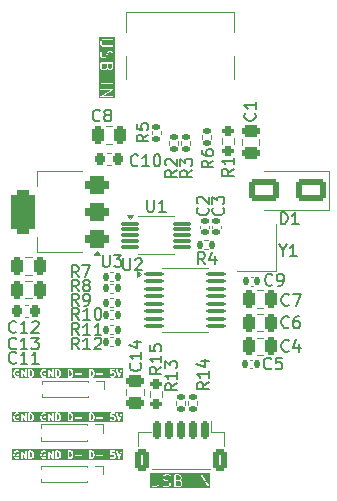
<source format=gbr>
%TF.GenerationSoftware,KiCad,Pcbnew,8.0.7-8.0.7-0~ubuntu22.04.1*%
%TF.CreationDate,2024-12-14T16:49:41+01:00*%
%TF.ProjectId,camera_360,63616d65-7261-45f3-9336-302e6b696361,rev?*%
%TF.SameCoordinates,Original*%
%TF.FileFunction,Legend,Top*%
%TF.FilePolarity,Positive*%
%FSLAX46Y46*%
G04 Gerber Fmt 4.6, Leading zero omitted, Abs format (unit mm)*
G04 Created by KiCad (PCBNEW 8.0.7-8.0.7-0~ubuntu22.04.1) date 2024-12-14 16:49:41*
%MOMM*%
%LPD*%
G01*
G04 APERTURE LIST*
G04 Aperture macros list*
%AMRoundRect*
0 Rectangle with rounded corners*
0 $1 Rounding radius*
0 $2 $3 $4 $5 $6 $7 $8 $9 X,Y pos of 4 corners*
0 Add a 4 corners polygon primitive as box body*
4,1,4,$2,$3,$4,$5,$6,$7,$8,$9,$2,$3,0*
0 Add four circle primitives for the rounded corners*
1,1,$1+$1,$2,$3*
1,1,$1+$1,$4,$5*
1,1,$1+$1,$6,$7*
1,1,$1+$1,$8,$9*
0 Add four rect primitives between the rounded corners*
20,1,$1+$1,$2,$3,$4,$5,0*
20,1,$1+$1,$4,$5,$6,$7,0*
20,1,$1+$1,$6,$7,$8,$9,0*
20,1,$1+$1,$8,$9,$2,$3,0*%
G04 Aperture macros list end*
%ADD10C,0.150000*%
%ADD11C,0.100000*%
%ADD12C,0.120000*%
%ADD13RoundRect,0.225000X-0.225000X-0.250000X0.225000X-0.250000X0.225000X0.250000X-0.225000X0.250000X0*%
%ADD14RoundRect,0.250000X0.475000X-0.250000X0.475000X0.250000X-0.475000X0.250000X-0.475000X-0.250000X0*%
%ADD15RoundRect,0.200000X0.275000X-0.200000X0.275000X0.200000X-0.275000X0.200000X-0.275000X-0.200000X0*%
%ADD16RoundRect,0.140000X-0.170000X0.140000X-0.170000X-0.140000X0.170000X-0.140000X0.170000X0.140000X0*%
%ADD17C,5.600000*%
%ADD18RoundRect,0.135000X-0.185000X0.135000X-0.185000X-0.135000X0.185000X-0.135000X0.185000X0.135000X0*%
%ADD19RoundRect,0.250000X-0.250000X-0.475000X0.250000X-0.475000X0.250000X0.475000X-0.250000X0.475000X0*%
%ADD20RoundRect,0.375000X0.625000X0.375000X-0.625000X0.375000X-0.625000X-0.375000X0.625000X-0.375000X0*%
%ADD21RoundRect,0.500000X0.500000X1.400000X-0.500000X1.400000X-0.500000X-1.400000X0.500000X-1.400000X0*%
%ADD22RoundRect,0.075000X-0.650000X-0.075000X0.650000X-0.075000X0.650000X0.075000X-0.650000X0.075000X0*%
%ADD23RoundRect,0.150000X0.150000X0.625000X-0.150000X0.625000X-0.150000X-0.625000X0.150000X-0.625000X0*%
%ADD24RoundRect,0.250000X0.350000X0.650000X-0.350000X0.650000X-0.350000X-0.650000X0.350000X-0.650000X0*%
%ADD25R,0.850000X0.850000*%
%ADD26O,0.850000X0.850000*%
%ADD27RoundRect,0.135000X-0.135000X-0.185000X0.135000X-0.185000X0.135000X0.185000X-0.135000X0.185000X0*%
%ADD28RoundRect,0.200000X-0.275000X0.200000X-0.275000X-0.200000X0.275000X-0.200000X0.275000X0.200000X0*%
%ADD29C,0.650000*%
%ADD30R,0.600000X1.240000*%
%ADD31R,0.300000X1.240000*%
%ADD32O,1.000000X2.100000*%
%ADD33O,1.000000X1.800000*%
%ADD34RoundRect,0.140000X0.140000X0.170000X-0.140000X0.170000X-0.140000X-0.170000X0.140000X-0.170000X0*%
%ADD35RoundRect,0.135000X0.135000X0.185000X-0.135000X0.185000X-0.135000X-0.185000X0.135000X-0.185000X0*%
%ADD36RoundRect,0.250000X0.250000X0.475000X-0.250000X0.475000X-0.250000X-0.475000X0.250000X-0.475000X0*%
%ADD37RoundRect,0.250000X-0.475000X0.250000X-0.475000X-0.250000X0.475000X-0.250000X0.475000X0.250000X0*%
%ADD38RoundRect,0.100000X-0.712500X-0.100000X0.712500X-0.100000X0.712500X0.100000X-0.712500X0.100000X0*%
%ADD39RoundRect,0.250000X1.000000X0.650000X-1.000000X0.650000X-1.000000X-0.650000X1.000000X-0.650000X0*%
%ADD40R,1.200000X1.400000*%
G04 APERTURE END LIST*
D10*
G36*
X92430914Y-71363894D02*
G01*
X92466931Y-71399911D01*
X92486377Y-71438803D01*
X92510714Y-71536148D01*
X92510714Y-71603393D01*
X92486377Y-71700738D01*
X92466931Y-71739630D01*
X92430914Y-71775647D01*
X92373544Y-71794771D01*
X92317857Y-71794771D01*
X92317857Y-71344771D01*
X92373544Y-71344771D01*
X92430914Y-71363894D01*
G37*
G36*
X94716628Y-71363894D02*
G01*
X94752645Y-71399911D01*
X94772091Y-71438803D01*
X94796428Y-71536148D01*
X94796428Y-71603393D01*
X94772091Y-71700738D01*
X94752645Y-71739630D01*
X94716628Y-71775647D01*
X94659258Y-71794771D01*
X94603571Y-71794771D01*
X94603571Y-71344771D01*
X94659258Y-71344771D01*
X94716628Y-71363894D01*
G37*
G36*
X95773771Y-71363894D02*
G01*
X95809788Y-71399911D01*
X95829234Y-71438803D01*
X95853571Y-71536148D01*
X95853571Y-71603393D01*
X95829234Y-71700738D01*
X95809788Y-71739630D01*
X95773771Y-71775647D01*
X95716401Y-71794771D01*
X95660714Y-71794771D01*
X95660714Y-71344771D01*
X95716401Y-71344771D01*
X95773771Y-71363894D01*
G37*
G36*
X97573771Y-71363894D02*
G01*
X97609788Y-71399911D01*
X97629234Y-71438803D01*
X97653571Y-71536148D01*
X97653571Y-71603393D01*
X97629234Y-71700738D01*
X97609788Y-71739630D01*
X97573771Y-71775647D01*
X97516401Y-71794771D01*
X97460714Y-71794771D01*
X97460714Y-71344771D01*
X97516401Y-71344771D01*
X97573771Y-71363894D01*
G37*
G36*
X100220839Y-72019771D02*
G01*
X90835714Y-72019771D01*
X90835714Y-71526914D01*
X90910714Y-71526914D01*
X90910714Y-71612628D01*
X90910965Y-71615181D01*
X90910803Y-71616274D01*
X90911612Y-71621747D01*
X90912155Y-71627260D01*
X90912577Y-71628281D01*
X90912953Y-71630818D01*
X90941525Y-71745104D01*
X90941910Y-71746183D01*
X90941949Y-71746723D01*
X90944276Y-71752804D01*
X90946472Y-71758950D01*
X90946794Y-71759385D01*
X90947204Y-71760455D01*
X90975775Y-71817598D01*
X90979739Y-71823897D01*
X90980497Y-71825725D01*
X90982185Y-71827781D01*
X90983607Y-71830041D01*
X90985105Y-71831340D01*
X90989824Y-71837090D01*
X91046967Y-71894233D01*
X91058332Y-71903560D01*
X91060822Y-71904591D01*
X91062858Y-71906357D01*
X91076283Y-71912351D01*
X91161997Y-71940922D01*
X91169250Y-71942571D01*
X91171082Y-71943330D01*
X91173736Y-71943591D01*
X91176334Y-71944182D01*
X91178308Y-71944041D01*
X91185714Y-71944771D01*
X91242857Y-71944771D01*
X91250262Y-71944041D01*
X91252237Y-71944182D01*
X91254834Y-71943591D01*
X91257489Y-71943330D01*
X91259320Y-71942571D01*
X91266574Y-71940922D01*
X91352287Y-71912351D01*
X91365713Y-71906357D01*
X91367748Y-71904591D01*
X91370239Y-71903560D01*
X91381604Y-71894233D01*
X91410176Y-71865661D01*
X91419504Y-71854296D01*
X91429963Y-71829044D01*
X91430702Y-71827260D01*
X91432143Y-71812628D01*
X91432143Y-71612628D01*
X91430702Y-71597996D01*
X91419503Y-71570960D01*
X91398811Y-71550268D01*
X91371775Y-71539069D01*
X91357143Y-71537628D01*
X91242857Y-71537628D01*
X91228225Y-71539069D01*
X91201189Y-71550268D01*
X91180497Y-71570960D01*
X91169298Y-71597996D01*
X91169298Y-71627260D01*
X91180497Y-71654296D01*
X91201189Y-71674988D01*
X91228225Y-71686187D01*
X91242857Y-71687628D01*
X91282143Y-71687628D01*
X91282143Y-71777619D01*
X91230687Y-71794771D01*
X91197883Y-71794771D01*
X91140514Y-71775648D01*
X91104495Y-71739629D01*
X91085051Y-71700739D01*
X91060714Y-71603393D01*
X91060714Y-71536148D01*
X91085051Y-71438802D01*
X91104495Y-71399912D01*
X91140514Y-71363894D01*
X91197883Y-71344771D01*
X91253724Y-71344771D01*
X91295030Y-71365424D01*
X91308762Y-71370679D01*
X91337952Y-71372753D01*
X91365713Y-71363499D01*
X91387821Y-71344326D01*
X91400908Y-71318151D01*
X91402982Y-71288961D01*
X91396586Y-71269771D01*
X91539286Y-71269771D01*
X91539286Y-71869771D01*
X91540727Y-71884403D01*
X91551926Y-71911439D01*
X91572618Y-71932131D01*
X91599654Y-71943330D01*
X91628918Y-71943330D01*
X91655954Y-71932131D01*
X91676646Y-71911439D01*
X91687845Y-71884403D01*
X91689286Y-71869771D01*
X91689286Y-71552188D01*
X91892025Y-71906982D01*
X91894214Y-71910065D01*
X91894783Y-71911439D01*
X91896182Y-71912838D01*
X91900536Y-71918971D01*
X91908422Y-71925078D01*
X91915475Y-71932131D01*
X91919891Y-71933960D01*
X91923673Y-71936889D01*
X91933298Y-71939514D01*
X91942511Y-71943330D01*
X91947291Y-71943330D01*
X91951904Y-71944588D01*
X91961801Y-71943330D01*
X91971775Y-71943330D01*
X91976190Y-71941501D01*
X91980935Y-71940898D01*
X91989600Y-71935946D01*
X91998811Y-71932131D01*
X92002189Y-71928752D01*
X92006343Y-71926379D01*
X92012452Y-71918489D01*
X92019503Y-71911439D01*
X92021332Y-71907022D01*
X92024260Y-71903242D01*
X92026884Y-71893618D01*
X92030702Y-71884403D01*
X92031438Y-71876920D01*
X92031960Y-71875010D01*
X92031772Y-71873534D01*
X92032143Y-71869771D01*
X92032143Y-71269771D01*
X92167857Y-71269771D01*
X92167857Y-71869771D01*
X92169298Y-71884403D01*
X92180497Y-71911439D01*
X92201189Y-71932131D01*
X92228225Y-71943330D01*
X92242857Y-71944771D01*
X92385714Y-71944771D01*
X92393119Y-71944041D01*
X92395094Y-71944182D01*
X92397691Y-71943591D01*
X92400346Y-71943330D01*
X92402177Y-71942571D01*
X92409431Y-71940922D01*
X92495144Y-71912351D01*
X92508570Y-71906357D01*
X92510605Y-71904591D01*
X92513096Y-71903560D01*
X92524461Y-71894233D01*
X92581604Y-71837090D01*
X92586324Y-71831337D01*
X92587821Y-71830040D01*
X92589240Y-71827784D01*
X92590931Y-71825725D01*
X92591688Y-71823895D01*
X92595653Y-71817598D01*
X92624224Y-71760454D01*
X92624632Y-71759386D01*
X92624956Y-71758950D01*
X92627157Y-71752789D01*
X92629479Y-71746722D01*
X92629517Y-71746183D01*
X92629903Y-71745104D01*
X92658475Y-71630819D01*
X92658850Y-71628280D01*
X92659273Y-71627260D01*
X92659815Y-71621748D01*
X92660625Y-71616274D01*
X92660462Y-71615181D01*
X92660714Y-71612628D01*
X92660714Y-71526914D01*
X93196428Y-71526914D01*
X93196428Y-71612628D01*
X93196679Y-71615181D01*
X93196517Y-71616274D01*
X93197326Y-71621747D01*
X93197869Y-71627260D01*
X93198291Y-71628281D01*
X93198667Y-71630818D01*
X93227239Y-71745104D01*
X93227624Y-71746183D01*
X93227663Y-71746723D01*
X93229990Y-71752804D01*
X93232186Y-71758950D01*
X93232508Y-71759385D01*
X93232918Y-71760455D01*
X93261489Y-71817598D01*
X93265453Y-71823897D01*
X93266211Y-71825725D01*
X93267899Y-71827781D01*
X93269321Y-71830041D01*
X93270819Y-71831340D01*
X93275538Y-71837090D01*
X93332681Y-71894233D01*
X93344046Y-71903560D01*
X93346536Y-71904591D01*
X93348572Y-71906357D01*
X93361997Y-71912351D01*
X93447711Y-71940922D01*
X93454964Y-71942571D01*
X93456796Y-71943330D01*
X93459450Y-71943591D01*
X93462048Y-71944182D01*
X93464022Y-71944041D01*
X93471428Y-71944771D01*
X93528571Y-71944771D01*
X93535976Y-71944041D01*
X93537951Y-71944182D01*
X93540548Y-71943591D01*
X93543203Y-71943330D01*
X93545034Y-71942571D01*
X93552288Y-71940922D01*
X93638001Y-71912351D01*
X93651427Y-71906357D01*
X93653462Y-71904591D01*
X93655953Y-71903560D01*
X93667318Y-71894233D01*
X93695890Y-71865661D01*
X93705218Y-71854296D01*
X93715677Y-71829044D01*
X93716416Y-71827260D01*
X93717857Y-71812628D01*
X93717857Y-71612628D01*
X93716416Y-71597996D01*
X93705217Y-71570960D01*
X93684525Y-71550268D01*
X93657489Y-71539069D01*
X93642857Y-71537628D01*
X93528571Y-71537628D01*
X93513939Y-71539069D01*
X93486903Y-71550268D01*
X93466211Y-71570960D01*
X93455012Y-71597996D01*
X93455012Y-71627260D01*
X93466211Y-71654296D01*
X93486903Y-71674988D01*
X93513939Y-71686187D01*
X93528571Y-71687628D01*
X93567857Y-71687628D01*
X93567857Y-71777619D01*
X93516401Y-71794771D01*
X93483597Y-71794771D01*
X93426228Y-71775648D01*
X93390209Y-71739629D01*
X93370765Y-71700739D01*
X93346428Y-71603393D01*
X93346428Y-71536148D01*
X93370765Y-71438802D01*
X93390209Y-71399912D01*
X93426228Y-71363894D01*
X93483597Y-71344771D01*
X93539438Y-71344771D01*
X93580744Y-71365424D01*
X93594476Y-71370679D01*
X93623666Y-71372753D01*
X93651427Y-71363499D01*
X93673535Y-71344326D01*
X93686622Y-71318151D01*
X93688696Y-71288961D01*
X93682300Y-71269771D01*
X93825000Y-71269771D01*
X93825000Y-71869771D01*
X93826441Y-71884403D01*
X93837640Y-71911439D01*
X93858332Y-71932131D01*
X93885368Y-71943330D01*
X93914632Y-71943330D01*
X93941668Y-71932131D01*
X93962360Y-71911439D01*
X93973559Y-71884403D01*
X93975000Y-71869771D01*
X93975000Y-71552188D01*
X94177739Y-71906982D01*
X94179928Y-71910065D01*
X94180497Y-71911439D01*
X94181896Y-71912838D01*
X94186250Y-71918971D01*
X94194136Y-71925078D01*
X94201189Y-71932131D01*
X94205605Y-71933960D01*
X94209387Y-71936889D01*
X94219012Y-71939514D01*
X94228225Y-71943330D01*
X94233005Y-71943330D01*
X94237618Y-71944588D01*
X94247515Y-71943330D01*
X94257489Y-71943330D01*
X94261904Y-71941501D01*
X94266649Y-71940898D01*
X94275314Y-71935946D01*
X94284525Y-71932131D01*
X94287903Y-71928752D01*
X94292057Y-71926379D01*
X94298166Y-71918489D01*
X94305217Y-71911439D01*
X94307046Y-71907022D01*
X94309974Y-71903242D01*
X94312598Y-71893618D01*
X94316416Y-71884403D01*
X94317152Y-71876920D01*
X94317674Y-71875010D01*
X94317486Y-71873534D01*
X94317857Y-71869771D01*
X94317857Y-71269771D01*
X94453571Y-71269771D01*
X94453571Y-71869771D01*
X94455012Y-71884403D01*
X94466211Y-71911439D01*
X94486903Y-71932131D01*
X94513939Y-71943330D01*
X94528571Y-71944771D01*
X94671428Y-71944771D01*
X94678833Y-71944041D01*
X94680808Y-71944182D01*
X94683405Y-71943591D01*
X94686060Y-71943330D01*
X94687891Y-71942571D01*
X94695145Y-71940922D01*
X94780858Y-71912351D01*
X94794284Y-71906357D01*
X94796319Y-71904591D01*
X94798810Y-71903560D01*
X94810175Y-71894233D01*
X94867318Y-71837090D01*
X94872038Y-71831337D01*
X94873535Y-71830040D01*
X94874954Y-71827784D01*
X94876645Y-71825725D01*
X94877402Y-71823895D01*
X94881367Y-71817598D01*
X94909938Y-71760454D01*
X94910346Y-71759386D01*
X94910670Y-71758950D01*
X94912871Y-71752789D01*
X94915193Y-71746722D01*
X94915231Y-71746183D01*
X94915617Y-71745104D01*
X94944189Y-71630819D01*
X94944564Y-71628280D01*
X94944987Y-71627260D01*
X94945529Y-71621748D01*
X94946339Y-71616274D01*
X94946176Y-71615181D01*
X94946428Y-71612628D01*
X94946428Y-71526914D01*
X94946176Y-71524360D01*
X94946339Y-71523268D01*
X94945529Y-71517793D01*
X94944987Y-71512282D01*
X94944564Y-71511261D01*
X94944189Y-71508723D01*
X94915617Y-71394438D01*
X94915231Y-71393358D01*
X94915193Y-71392820D01*
X94912871Y-71386752D01*
X94910670Y-71380592D01*
X94910346Y-71380155D01*
X94909938Y-71379088D01*
X94881367Y-71321944D01*
X94877402Y-71315646D01*
X94876645Y-71313817D01*
X94874954Y-71311757D01*
X94873535Y-71309502D01*
X94872038Y-71308204D01*
X94867318Y-71302452D01*
X94834637Y-71269771D01*
X95510714Y-71269771D01*
X95510714Y-71869771D01*
X95512155Y-71884403D01*
X95523354Y-71911439D01*
X95544046Y-71932131D01*
X95571082Y-71943330D01*
X95585714Y-71944771D01*
X95728571Y-71944771D01*
X95735976Y-71944041D01*
X95737951Y-71944182D01*
X95740548Y-71943591D01*
X95743203Y-71943330D01*
X95745034Y-71942571D01*
X95752288Y-71940922D01*
X95838001Y-71912351D01*
X95851427Y-71906357D01*
X95853462Y-71904591D01*
X95855953Y-71903560D01*
X95867318Y-71894233D01*
X95924461Y-71837090D01*
X95929181Y-71831337D01*
X95930678Y-71830040D01*
X95932097Y-71827784D01*
X95933788Y-71825725D01*
X95934545Y-71823895D01*
X95938510Y-71817598D01*
X95967081Y-71760454D01*
X95967489Y-71759386D01*
X95967813Y-71758950D01*
X95970014Y-71752789D01*
X95972336Y-71746722D01*
X95972374Y-71746183D01*
X95972760Y-71745104D01*
X96001332Y-71630819D01*
X96001707Y-71628280D01*
X96002130Y-71627260D01*
X96002198Y-71626568D01*
X96112155Y-71626568D01*
X96112155Y-71655832D01*
X96123354Y-71682868D01*
X96144046Y-71703560D01*
X96171082Y-71714759D01*
X96185714Y-71716200D01*
X96642857Y-71716200D01*
X96657489Y-71714759D01*
X96684525Y-71703560D01*
X96705217Y-71682868D01*
X96716416Y-71655832D01*
X96716416Y-71626568D01*
X96705217Y-71599532D01*
X96684525Y-71578840D01*
X96657489Y-71567641D01*
X96642857Y-71566200D01*
X96185714Y-71566200D01*
X96171082Y-71567641D01*
X96144046Y-71578840D01*
X96123354Y-71599532D01*
X96112155Y-71626568D01*
X96002198Y-71626568D01*
X96002672Y-71621748D01*
X96003482Y-71616274D01*
X96003319Y-71615181D01*
X96003571Y-71612628D01*
X96003571Y-71526914D01*
X96003319Y-71524360D01*
X96003482Y-71523268D01*
X96002672Y-71517793D01*
X96002130Y-71512282D01*
X96001707Y-71511261D01*
X96001332Y-71508723D01*
X95972760Y-71394438D01*
X95972374Y-71393358D01*
X95972336Y-71392820D01*
X95970014Y-71386752D01*
X95967813Y-71380592D01*
X95967489Y-71380155D01*
X95967081Y-71379088D01*
X95938510Y-71321944D01*
X95934545Y-71315646D01*
X95933788Y-71313817D01*
X95932097Y-71311757D01*
X95930678Y-71309502D01*
X95929181Y-71308204D01*
X95924461Y-71302452D01*
X95891780Y-71269771D01*
X97310714Y-71269771D01*
X97310714Y-71869771D01*
X97312155Y-71884403D01*
X97323354Y-71911439D01*
X97344046Y-71932131D01*
X97371082Y-71943330D01*
X97385714Y-71944771D01*
X97528571Y-71944771D01*
X97535976Y-71944041D01*
X97537951Y-71944182D01*
X97540548Y-71943591D01*
X97543203Y-71943330D01*
X97545034Y-71942571D01*
X97552288Y-71940922D01*
X97638001Y-71912351D01*
X97651427Y-71906357D01*
X97653462Y-71904591D01*
X97655953Y-71903560D01*
X97667318Y-71894233D01*
X97724461Y-71837090D01*
X97729181Y-71831337D01*
X97730678Y-71830040D01*
X97732097Y-71827784D01*
X97733788Y-71825725D01*
X97734545Y-71823895D01*
X97738510Y-71817598D01*
X97767081Y-71760454D01*
X97767489Y-71759386D01*
X97767813Y-71758950D01*
X97770014Y-71752789D01*
X97772336Y-71746722D01*
X97772374Y-71746183D01*
X97772760Y-71745104D01*
X97801332Y-71630819D01*
X97801707Y-71628280D01*
X97802130Y-71627260D01*
X97802198Y-71626568D01*
X97912155Y-71626568D01*
X97912155Y-71655832D01*
X97923354Y-71682868D01*
X97944046Y-71703560D01*
X97971082Y-71714759D01*
X97985714Y-71716200D01*
X98139285Y-71716200D01*
X98139285Y-71869771D01*
X98140726Y-71884403D01*
X98151925Y-71911439D01*
X98172617Y-71932131D01*
X98199653Y-71943330D01*
X98228917Y-71943330D01*
X98255953Y-71932131D01*
X98276645Y-71911439D01*
X98287844Y-71884403D01*
X98289285Y-71869771D01*
X98289285Y-71716200D01*
X98442857Y-71716200D01*
X98457489Y-71714759D01*
X98484525Y-71703560D01*
X98505217Y-71682868D01*
X98516416Y-71655832D01*
X98516416Y-71626568D01*
X98505217Y-71599532D01*
X98484525Y-71578840D01*
X98457489Y-71567641D01*
X98442857Y-71566200D01*
X98289285Y-71566200D01*
X98289285Y-71562725D01*
X99082492Y-71562725D01*
X99083583Y-71566340D01*
X99083583Y-71570115D01*
X99087776Y-71580241D01*
X99090945Y-71590741D01*
X99093336Y-71593663D01*
X99094781Y-71597152D01*
X99102537Y-71604908D01*
X99109476Y-71613389D01*
X99112800Y-71615172D01*
X99115473Y-71617845D01*
X99125606Y-71622042D01*
X99135263Y-71627223D01*
X99139019Y-71627598D01*
X99142509Y-71629044D01*
X99153472Y-71629044D01*
X99164382Y-71630135D01*
X99167998Y-71629044D01*
X99171772Y-71629044D01*
X99181898Y-71624850D01*
X99192398Y-71621682D01*
X99195320Y-71619290D01*
X99198809Y-71617846D01*
X99210174Y-71608519D01*
X99230140Y-71588553D01*
X99260562Y-71573342D01*
X99368008Y-71573342D01*
X99398430Y-71588553D01*
X99409788Y-71599911D01*
X99424999Y-71630332D01*
X99424999Y-71737780D01*
X99409788Y-71768201D01*
X99398428Y-71779561D01*
X99368010Y-71794771D01*
X99260562Y-71794771D01*
X99230140Y-71779560D01*
X99210175Y-71759595D01*
X99198810Y-71750268D01*
X99171773Y-71739069D01*
X99142511Y-71739069D01*
X99115474Y-71750268D01*
X99094782Y-71770960D01*
X99083583Y-71797997D01*
X99083583Y-71827259D01*
X99094782Y-71854296D01*
X99104109Y-71865661D01*
X99132681Y-71894233D01*
X99138434Y-71898955D01*
X99139731Y-71900450D01*
X99141982Y-71901867D01*
X99144046Y-71903561D01*
X99145879Y-71904320D01*
X99152173Y-71908282D01*
X99209317Y-71936853D01*
X99223049Y-71942108D01*
X99225735Y-71942298D01*
X99228225Y-71943330D01*
X99242857Y-71944771D01*
X99385714Y-71944771D01*
X99400346Y-71943330D01*
X99402835Y-71942298D01*
X99405523Y-71942108D01*
X99419255Y-71936853D01*
X99476398Y-71908282D01*
X99482695Y-71904318D01*
X99484526Y-71903560D01*
X99486585Y-71901869D01*
X99488841Y-71900450D01*
X99490139Y-71898952D01*
X99495891Y-71894232D01*
X99524462Y-71865660D01*
X99529182Y-71859907D01*
X99530678Y-71858611D01*
X99532097Y-71856356D01*
X99533789Y-71854295D01*
X99534547Y-71852464D01*
X99538510Y-71846169D01*
X99567081Y-71789025D01*
X99572336Y-71775293D01*
X99572526Y-71772606D01*
X99573558Y-71770117D01*
X99574999Y-71755485D01*
X99574999Y-71612628D01*
X99573558Y-71597996D01*
X99572526Y-71595506D01*
X99572336Y-71592820D01*
X99567081Y-71579088D01*
X99538510Y-71521944D01*
X99534545Y-71515646D01*
X99533788Y-71513817D01*
X99532097Y-71511757D01*
X99530678Y-71509502D01*
X99529181Y-71508204D01*
X99524461Y-71502452D01*
X99495890Y-71473881D01*
X99490137Y-71469160D01*
X99488841Y-71467665D01*
X99486586Y-71466245D01*
X99484525Y-71464554D01*
X99482694Y-71463795D01*
X99476398Y-71459832D01*
X99419255Y-71431260D01*
X99405524Y-71426005D01*
X99402834Y-71425813D01*
X99400346Y-71424783D01*
X99385714Y-71423342D01*
X99245731Y-71423342D01*
X99253588Y-71344771D01*
X99471428Y-71344771D01*
X99486060Y-71343330D01*
X99513096Y-71332131D01*
X99533788Y-71311439D01*
X99544987Y-71284403D01*
X99544987Y-71279151D01*
X99597017Y-71279151D01*
X99600277Y-71293488D01*
X99800277Y-71893489D01*
X99806271Y-71906914D01*
X99809782Y-71910962D01*
X99812178Y-71915754D01*
X99819282Y-71921916D01*
X99825445Y-71929021D01*
X99830237Y-71931417D01*
X99834285Y-71934928D01*
X99843204Y-71937901D01*
X99851618Y-71942108D01*
X99856966Y-71942488D01*
X99862048Y-71944182D01*
X99871420Y-71943515D01*
X99880808Y-71944183D01*
X99885897Y-71942486D01*
X99891238Y-71942107D01*
X99899641Y-71937905D01*
X99908571Y-71934929D01*
X99912622Y-71931415D01*
X99917411Y-71929021D01*
X99923569Y-71921920D01*
X99930678Y-71915755D01*
X99933075Y-71910960D01*
X99936585Y-71906914D01*
X99942579Y-71893488D01*
X100142579Y-71293488D01*
X100145839Y-71279151D01*
X100143765Y-71249961D01*
X100130678Y-71223787D01*
X100108571Y-71204613D01*
X100080808Y-71195359D01*
X100051618Y-71197434D01*
X100025445Y-71210521D01*
X100006271Y-71232628D01*
X100000277Y-71246053D01*
X99871427Y-71632600D01*
X99742579Y-71246054D01*
X99736585Y-71232628D01*
X99717411Y-71210521D01*
X99691238Y-71197435D01*
X99662048Y-71195360D01*
X99634285Y-71204614D01*
X99612178Y-71223788D01*
X99599092Y-71249961D01*
X99597017Y-71279151D01*
X99544987Y-71279151D01*
X99544987Y-71255139D01*
X99533788Y-71228103D01*
X99513096Y-71207411D01*
X99486060Y-71196212D01*
X99471428Y-71194771D01*
X99185714Y-71194771D01*
X99180302Y-71195303D01*
X99178474Y-71195121D01*
X99176687Y-71195659D01*
X99171082Y-71196212D01*
X99160955Y-71200406D01*
X99150458Y-71203574D01*
X99147534Y-71205965D01*
X99144046Y-71207411D01*
X99136292Y-71215164D01*
X99127810Y-71222105D01*
X99126025Y-71225431D01*
X99123354Y-71228103D01*
X99119158Y-71238232D01*
X99113976Y-71247892D01*
X99112868Y-71253416D01*
X99112155Y-71255139D01*
X99112155Y-71256975D01*
X99111086Y-71262308D01*
X99082514Y-71548022D01*
X99082492Y-71562725D01*
X98289285Y-71562725D01*
X98289285Y-71412628D01*
X98287844Y-71397996D01*
X98276645Y-71370960D01*
X98255953Y-71350268D01*
X98228917Y-71339069D01*
X98199653Y-71339069D01*
X98172617Y-71350268D01*
X98151925Y-71370960D01*
X98140726Y-71397996D01*
X98139285Y-71412628D01*
X98139285Y-71566200D01*
X97985714Y-71566200D01*
X97971082Y-71567641D01*
X97944046Y-71578840D01*
X97923354Y-71599532D01*
X97912155Y-71626568D01*
X97802198Y-71626568D01*
X97802672Y-71621748D01*
X97803482Y-71616274D01*
X97803319Y-71615181D01*
X97803571Y-71612628D01*
X97803571Y-71526914D01*
X97803319Y-71524360D01*
X97803482Y-71523268D01*
X97802672Y-71517793D01*
X97802130Y-71512282D01*
X97801707Y-71511261D01*
X97801332Y-71508723D01*
X97772760Y-71394438D01*
X97772374Y-71393358D01*
X97772336Y-71392820D01*
X97770014Y-71386752D01*
X97767813Y-71380592D01*
X97767489Y-71380155D01*
X97767081Y-71379088D01*
X97738510Y-71321944D01*
X97734545Y-71315646D01*
X97733788Y-71313817D01*
X97732097Y-71311757D01*
X97730678Y-71309502D01*
X97729181Y-71308204D01*
X97724461Y-71302452D01*
X97667318Y-71245309D01*
X97655953Y-71235982D01*
X97653462Y-71234950D01*
X97651427Y-71233185D01*
X97638001Y-71227191D01*
X97552288Y-71198620D01*
X97545034Y-71196970D01*
X97543203Y-71196212D01*
X97540548Y-71195950D01*
X97537951Y-71195360D01*
X97535976Y-71195500D01*
X97528571Y-71194771D01*
X97385714Y-71194771D01*
X97371082Y-71196212D01*
X97344046Y-71207411D01*
X97323354Y-71228103D01*
X97312155Y-71255139D01*
X97310714Y-71269771D01*
X95891780Y-71269771D01*
X95867318Y-71245309D01*
X95855953Y-71235982D01*
X95853462Y-71234950D01*
X95851427Y-71233185D01*
X95838001Y-71227191D01*
X95752288Y-71198620D01*
X95745034Y-71196970D01*
X95743203Y-71196212D01*
X95740548Y-71195950D01*
X95737951Y-71195360D01*
X95735976Y-71195500D01*
X95728571Y-71194771D01*
X95585714Y-71194771D01*
X95571082Y-71196212D01*
X95544046Y-71207411D01*
X95523354Y-71228103D01*
X95512155Y-71255139D01*
X95510714Y-71269771D01*
X94834637Y-71269771D01*
X94810175Y-71245309D01*
X94798810Y-71235982D01*
X94796319Y-71234950D01*
X94794284Y-71233185D01*
X94780858Y-71227191D01*
X94695145Y-71198620D01*
X94687891Y-71196970D01*
X94686060Y-71196212D01*
X94683405Y-71195950D01*
X94680808Y-71195360D01*
X94678833Y-71195500D01*
X94671428Y-71194771D01*
X94528571Y-71194771D01*
X94513939Y-71196212D01*
X94486903Y-71207411D01*
X94466211Y-71228103D01*
X94455012Y-71255139D01*
X94453571Y-71269771D01*
X94317857Y-71269771D01*
X94316416Y-71255139D01*
X94305217Y-71228103D01*
X94284525Y-71207411D01*
X94257489Y-71196212D01*
X94228225Y-71196212D01*
X94201189Y-71207411D01*
X94180497Y-71228103D01*
X94169298Y-71255139D01*
X94167857Y-71269771D01*
X94167857Y-71587354D01*
X93965118Y-71232561D01*
X93962929Y-71229477D01*
X93962360Y-71228103D01*
X93960960Y-71226703D01*
X93956608Y-71220571D01*
X93948718Y-71214461D01*
X93941668Y-71207411D01*
X93937251Y-71205581D01*
X93933471Y-71202654D01*
X93923847Y-71200029D01*
X93914632Y-71196212D01*
X93909851Y-71196212D01*
X93905239Y-71194954D01*
X93895342Y-71196212D01*
X93885368Y-71196212D01*
X93880952Y-71198041D01*
X93876209Y-71198644D01*
X93867544Y-71203594D01*
X93858332Y-71207411D01*
X93854953Y-71210789D01*
X93850800Y-71213163D01*
X93844690Y-71221052D01*
X93837640Y-71228103D01*
X93835810Y-71232519D01*
X93832883Y-71236300D01*
X93830258Y-71245923D01*
X93826441Y-71255139D01*
X93825704Y-71262621D01*
X93825183Y-71264532D01*
X93825370Y-71266007D01*
X93825000Y-71269771D01*
X93682300Y-71269771D01*
X93679443Y-71261200D01*
X93660269Y-71239093D01*
X93647826Y-71231260D01*
X93590684Y-71202689D01*
X93576952Y-71197434D01*
X93574264Y-71197243D01*
X93571775Y-71196212D01*
X93557143Y-71194771D01*
X93471428Y-71194771D01*
X93464022Y-71195500D01*
X93462048Y-71195360D01*
X93459450Y-71195950D01*
X93456796Y-71196212D01*
X93454964Y-71196970D01*
X93447711Y-71198620D01*
X93361997Y-71227191D01*
X93348572Y-71233185D01*
X93346536Y-71234950D01*
X93344046Y-71235982D01*
X93332681Y-71245309D01*
X93275538Y-71302452D01*
X93270819Y-71308201D01*
X93269321Y-71309501D01*
X93267899Y-71311760D01*
X93266211Y-71313817D01*
X93265453Y-71315644D01*
X93261489Y-71321944D01*
X93232918Y-71379087D01*
X93232508Y-71380156D01*
X93232186Y-71380592D01*
X93229990Y-71386737D01*
X93227663Y-71392819D01*
X93227624Y-71393358D01*
X93227239Y-71394438D01*
X93198667Y-71508724D01*
X93198291Y-71511260D01*
X93197869Y-71512282D01*
X93197326Y-71517794D01*
X93196517Y-71523268D01*
X93196679Y-71524360D01*
X93196428Y-71526914D01*
X92660714Y-71526914D01*
X92660462Y-71524360D01*
X92660625Y-71523268D01*
X92659815Y-71517793D01*
X92659273Y-71512282D01*
X92658850Y-71511261D01*
X92658475Y-71508723D01*
X92629903Y-71394438D01*
X92629517Y-71393358D01*
X92629479Y-71392820D01*
X92627157Y-71386752D01*
X92624956Y-71380592D01*
X92624632Y-71380155D01*
X92624224Y-71379088D01*
X92595653Y-71321944D01*
X92591688Y-71315646D01*
X92590931Y-71313817D01*
X92589240Y-71311757D01*
X92587821Y-71309502D01*
X92586324Y-71308204D01*
X92581604Y-71302452D01*
X92524461Y-71245309D01*
X92513096Y-71235982D01*
X92510605Y-71234950D01*
X92508570Y-71233185D01*
X92495144Y-71227191D01*
X92409431Y-71198620D01*
X92402177Y-71196970D01*
X92400346Y-71196212D01*
X92397691Y-71195950D01*
X92395094Y-71195360D01*
X92393119Y-71195500D01*
X92385714Y-71194771D01*
X92242857Y-71194771D01*
X92228225Y-71196212D01*
X92201189Y-71207411D01*
X92180497Y-71228103D01*
X92169298Y-71255139D01*
X92167857Y-71269771D01*
X92032143Y-71269771D01*
X92030702Y-71255139D01*
X92019503Y-71228103D01*
X91998811Y-71207411D01*
X91971775Y-71196212D01*
X91942511Y-71196212D01*
X91915475Y-71207411D01*
X91894783Y-71228103D01*
X91883584Y-71255139D01*
X91882143Y-71269771D01*
X91882143Y-71587354D01*
X91679404Y-71232561D01*
X91677215Y-71229477D01*
X91676646Y-71228103D01*
X91675246Y-71226703D01*
X91670894Y-71220571D01*
X91663004Y-71214461D01*
X91655954Y-71207411D01*
X91651537Y-71205581D01*
X91647757Y-71202654D01*
X91638133Y-71200029D01*
X91628918Y-71196212D01*
X91624137Y-71196212D01*
X91619525Y-71194954D01*
X91609628Y-71196212D01*
X91599654Y-71196212D01*
X91595238Y-71198041D01*
X91590495Y-71198644D01*
X91581830Y-71203594D01*
X91572618Y-71207411D01*
X91569239Y-71210789D01*
X91565086Y-71213163D01*
X91558976Y-71221052D01*
X91551926Y-71228103D01*
X91550096Y-71232519D01*
X91547169Y-71236300D01*
X91544544Y-71245923D01*
X91540727Y-71255139D01*
X91539990Y-71262621D01*
X91539469Y-71264532D01*
X91539656Y-71266007D01*
X91539286Y-71269771D01*
X91396586Y-71269771D01*
X91393729Y-71261200D01*
X91374555Y-71239093D01*
X91362112Y-71231260D01*
X91304970Y-71202689D01*
X91291238Y-71197434D01*
X91288550Y-71197243D01*
X91286061Y-71196212D01*
X91271429Y-71194771D01*
X91185714Y-71194771D01*
X91178308Y-71195500D01*
X91176334Y-71195360D01*
X91173736Y-71195950D01*
X91171082Y-71196212D01*
X91169250Y-71196970D01*
X91161997Y-71198620D01*
X91076283Y-71227191D01*
X91062858Y-71233185D01*
X91060822Y-71234950D01*
X91058332Y-71235982D01*
X91046967Y-71245309D01*
X90989824Y-71302452D01*
X90985105Y-71308201D01*
X90983607Y-71309501D01*
X90982185Y-71311760D01*
X90980497Y-71313817D01*
X90979739Y-71315644D01*
X90975775Y-71321944D01*
X90947204Y-71379087D01*
X90946794Y-71380156D01*
X90946472Y-71380592D01*
X90944276Y-71386737D01*
X90941949Y-71392819D01*
X90941910Y-71393358D01*
X90941525Y-71394438D01*
X90912953Y-71508724D01*
X90912577Y-71511260D01*
X90912155Y-71512282D01*
X90911612Y-71517794D01*
X90910803Y-71523268D01*
X90910965Y-71524360D01*
X90910714Y-71526914D01*
X90835714Y-71526914D01*
X90835714Y-71119771D01*
X100220839Y-71119771D01*
X100220839Y-72019771D01*
G37*
D11*
G36*
X105053065Y-73839929D02*
G01*
X105086600Y-73873465D01*
X105125312Y-73950888D01*
X105125312Y-74070138D01*
X105086600Y-74147561D01*
X105050454Y-74183708D01*
X104973033Y-74222419D01*
X104653884Y-74222419D01*
X104653884Y-73798609D01*
X104929104Y-73798609D01*
X105053065Y-73839929D01*
G37*
G36*
X105002837Y-73361130D02*
G01*
X105038981Y-73397275D01*
X105077693Y-73474698D01*
X105077693Y-73546329D01*
X105038981Y-73623752D01*
X105002837Y-73659897D01*
X104925414Y-73698609D01*
X104653884Y-73698609D01*
X104653884Y-73322419D01*
X104925414Y-73322419D01*
X105002837Y-73361130D01*
G37*
G36*
X107574518Y-74433530D02*
G01*
X102442773Y-74433530D01*
X102442773Y-73272419D01*
X102553884Y-73272419D01*
X102553884Y-74081942D01*
X102554372Y-74084398D01*
X102554010Y-74085487D01*
X102556126Y-74093214D01*
X102557690Y-74101076D01*
X102558501Y-74101887D01*
X102559163Y-74104303D01*
X102606781Y-74199540D01*
X102611692Y-74205868D01*
X102616147Y-74212535D01*
X102663766Y-74260155D01*
X102670432Y-74264609D01*
X102676761Y-74269521D01*
X102771999Y-74317140D01*
X102774414Y-74317801D01*
X102775226Y-74318613D01*
X102783087Y-74320176D01*
X102790815Y-74322293D01*
X102791903Y-74321930D01*
X102794360Y-74322419D01*
X102984836Y-74322419D01*
X102987292Y-74321930D01*
X102988381Y-74322293D01*
X102996108Y-74320176D01*
X103003970Y-74318613D01*
X103004781Y-74317801D01*
X103007197Y-74317140D01*
X103102434Y-74269522D01*
X103108761Y-74264611D01*
X103115430Y-74260155D01*
X103163049Y-74212535D01*
X103167502Y-74205869D01*
X103172414Y-74199541D01*
X103220033Y-74104303D01*
X103220694Y-74101887D01*
X103221506Y-74101076D01*
X103223069Y-74093214D01*
X103225186Y-74085487D01*
X103224823Y-74084398D01*
X103225312Y-74081942D01*
X103225312Y-73462895D01*
X103553884Y-73462895D01*
X103553884Y-73558133D01*
X103554372Y-73560589D01*
X103554010Y-73561678D01*
X103556126Y-73569405D01*
X103557690Y-73577267D01*
X103558501Y-73578078D01*
X103559163Y-73580494D01*
X103606781Y-73675731D01*
X103611696Y-73682064D01*
X103616148Y-73688726D01*
X103663766Y-73736345D01*
X103670432Y-73740799D01*
X103676761Y-73745711D01*
X103771999Y-73793330D01*
X103777280Y-73794776D01*
X103782233Y-73797116D01*
X103967385Y-73843404D01*
X104050456Y-73884939D01*
X104086600Y-73921084D01*
X104125312Y-73998507D01*
X104125312Y-74070138D01*
X104086600Y-74147561D01*
X104050454Y-74183708D01*
X103973033Y-74222419D01*
X103754854Y-74222419D01*
X103619695Y-74177366D01*
X103600340Y-74174926D01*
X103566111Y-74192040D01*
X103554010Y-74228344D01*
X103571124Y-74262573D01*
X103588073Y-74272234D01*
X103730929Y-74319853D01*
X103738879Y-74320855D01*
X103746741Y-74322419D01*
X103984836Y-74322419D01*
X103987292Y-74321930D01*
X103988381Y-74322293D01*
X103996108Y-74320176D01*
X104003970Y-74318613D01*
X104004781Y-74317801D01*
X104007197Y-74317140D01*
X104102434Y-74269522D01*
X104108761Y-74264611D01*
X104115430Y-74260155D01*
X104163049Y-74212535D01*
X104167502Y-74205869D01*
X104172414Y-74199541D01*
X104220033Y-74104303D01*
X104220694Y-74101887D01*
X104221506Y-74101076D01*
X104223069Y-74093214D01*
X104225186Y-74085487D01*
X104224823Y-74084398D01*
X104225312Y-74081942D01*
X104225312Y-73986704D01*
X104224823Y-73984247D01*
X104225186Y-73983159D01*
X104223069Y-73975431D01*
X104221506Y-73967570D01*
X104220694Y-73966758D01*
X104220033Y-73964343D01*
X104172414Y-73869105D01*
X104167502Y-73862776D01*
X104163048Y-73856110D01*
X104115429Y-73808492D01*
X104108767Y-73804040D01*
X104102434Y-73799125D01*
X104007197Y-73751507D01*
X104001915Y-73750060D01*
X103996963Y-73747721D01*
X103811812Y-73701433D01*
X103728740Y-73659897D01*
X103692595Y-73623753D01*
X103653884Y-73546330D01*
X103653884Y-73474698D01*
X103692595Y-73397274D01*
X103728740Y-73361130D01*
X103806164Y-73322419D01*
X104024342Y-73322419D01*
X104159500Y-73367472D01*
X104178856Y-73369912D01*
X104213084Y-73352798D01*
X104225186Y-73316494D01*
X104208071Y-73282265D01*
X104191123Y-73272604D01*
X104190568Y-73272419D01*
X104553884Y-73272419D01*
X104553884Y-74272419D01*
X104557690Y-74291553D01*
X104584750Y-74318613D01*
X104603884Y-74322419D01*
X104984836Y-74322419D01*
X104987292Y-74321930D01*
X104988381Y-74322293D01*
X104996108Y-74320176D01*
X105003970Y-74318613D01*
X105004781Y-74317801D01*
X105007197Y-74317140D01*
X105102434Y-74269522D01*
X105108761Y-74264611D01*
X105115430Y-74260155D01*
X105163049Y-74212535D01*
X105167502Y-74205869D01*
X105172414Y-74199541D01*
X105220033Y-74104303D01*
X105220694Y-74101887D01*
X105221506Y-74101076D01*
X105223069Y-74093214D01*
X105225186Y-74085487D01*
X105224823Y-74084398D01*
X105225312Y-74081942D01*
X105225312Y-73939085D01*
X105224823Y-73936628D01*
X105225186Y-73935540D01*
X105223069Y-73927812D01*
X105221506Y-73919951D01*
X105220694Y-73919139D01*
X105220033Y-73916724D01*
X105172414Y-73821486D01*
X105167502Y-73815157D01*
X105163048Y-73808491D01*
X105115429Y-73760873D01*
X105113346Y-73759481D01*
X105112833Y-73758455D01*
X105105872Y-73754487D01*
X105099208Y-73750034D01*
X105098060Y-73750034D01*
X105095885Y-73748794D01*
X105064724Y-73738407D01*
X105067810Y-73736345D01*
X105115429Y-73688727D01*
X105119883Y-73682060D01*
X105124795Y-73675732D01*
X105172414Y-73580494D01*
X105173075Y-73578078D01*
X105173887Y-73577267D01*
X105175450Y-73569405D01*
X105177567Y-73561678D01*
X105177204Y-73560589D01*
X105177693Y-73558133D01*
X105177693Y-73462895D01*
X105177204Y-73460438D01*
X105177567Y-73459350D01*
X105175450Y-73451622D01*
X105173887Y-73443761D01*
X105173075Y-73442949D01*
X105172414Y-73440534D01*
X105124795Y-73345296D01*
X105119883Y-73338967D01*
X105115429Y-73332301D01*
X105067810Y-73284683D01*
X105061148Y-73280231D01*
X105054815Y-73275316D01*
X105049021Y-73272419D01*
X106315789Y-73272419D01*
X106315789Y-74272419D01*
X106319595Y-74291553D01*
X106346655Y-74318613D01*
X106384923Y-74318613D01*
X106411983Y-74291553D01*
X106415789Y-74272419D01*
X106415789Y-73272419D01*
X106791979Y-73272419D01*
X106791979Y-74272419D01*
X106795785Y-74291553D01*
X106822845Y-74318613D01*
X106861113Y-74318613D01*
X106888173Y-74291553D01*
X106891979Y-74272419D01*
X106891979Y-73460697D01*
X107369995Y-74297226D01*
X107382793Y-74311951D01*
X107389417Y-74313757D01*
X107394273Y-74318613D01*
X107407221Y-74318613D01*
X107419713Y-74322020D01*
X107425675Y-74318613D01*
X107432541Y-74318613D01*
X107441694Y-74309459D01*
X107452939Y-74303034D01*
X107454746Y-74296407D01*
X107459601Y-74291553D01*
X107463407Y-74272419D01*
X107463407Y-73272419D01*
X107459601Y-73253285D01*
X107432541Y-73226225D01*
X107394273Y-73226225D01*
X107367213Y-73253285D01*
X107363407Y-73272419D01*
X107363407Y-74084140D01*
X106885391Y-73247612D01*
X106872594Y-73232887D01*
X106865967Y-73231079D01*
X106861113Y-73226225D01*
X106848166Y-73226225D01*
X106835673Y-73222818D01*
X106829711Y-73226225D01*
X106822845Y-73226225D01*
X106813691Y-73235378D01*
X106802447Y-73241804D01*
X106800639Y-73248430D01*
X106795785Y-73253285D01*
X106791979Y-73272419D01*
X106415789Y-73272419D01*
X106411983Y-73253285D01*
X106384923Y-73226225D01*
X106346655Y-73226225D01*
X106319595Y-73253285D01*
X106315789Y-73272419D01*
X105049021Y-73272419D01*
X104959578Y-73227698D01*
X104957162Y-73227036D01*
X104956351Y-73226225D01*
X104948489Y-73224661D01*
X104940762Y-73222545D01*
X104939673Y-73222907D01*
X104937217Y-73222419D01*
X104603884Y-73222419D01*
X104584750Y-73226225D01*
X104557690Y-73253285D01*
X104553884Y-73272419D01*
X104190568Y-73272419D01*
X104048266Y-73224985D01*
X104040317Y-73223982D01*
X104032455Y-73222419D01*
X103794360Y-73222419D01*
X103791903Y-73222907D01*
X103790815Y-73222545D01*
X103783087Y-73224661D01*
X103775226Y-73226225D01*
X103774414Y-73227036D01*
X103771999Y-73227698D01*
X103676761Y-73275317D01*
X103670432Y-73280228D01*
X103663766Y-73284683D01*
X103616148Y-73332302D01*
X103611696Y-73338963D01*
X103606781Y-73345297D01*
X103559163Y-73440534D01*
X103558501Y-73442949D01*
X103557690Y-73443761D01*
X103556126Y-73451622D01*
X103554010Y-73459350D01*
X103554372Y-73460438D01*
X103553884Y-73462895D01*
X103225312Y-73462895D01*
X103225312Y-73272419D01*
X103221506Y-73253285D01*
X103194446Y-73226225D01*
X103156178Y-73226225D01*
X103129118Y-73253285D01*
X103125312Y-73272419D01*
X103125312Y-74070138D01*
X103086600Y-74147561D01*
X103050454Y-74183708D01*
X102973033Y-74222419D01*
X102806164Y-74222419D01*
X102728741Y-74183708D01*
X102692595Y-74147561D01*
X102653884Y-74070139D01*
X102653884Y-73272419D01*
X102650078Y-73253285D01*
X102623018Y-73226225D01*
X102584750Y-73226225D01*
X102557690Y-73253285D01*
X102553884Y-73272419D01*
X102442773Y-73272419D01*
X102442773Y-73111308D01*
X107574518Y-73111308D01*
X107574518Y-74433530D01*
G37*
G36*
X98801390Y-38729104D02*
G01*
X98760069Y-38853064D01*
X98726534Y-38886600D01*
X98649111Y-38925312D01*
X98529861Y-38925312D01*
X98452437Y-38886600D01*
X98416292Y-38850456D01*
X98377580Y-38773032D01*
X98377580Y-38453884D01*
X98801390Y-38453884D01*
X98801390Y-38729104D01*
G37*
G36*
X99277580Y-38725413D02*
G01*
X99238868Y-38802836D01*
X99202724Y-38838981D01*
X99125301Y-38877693D01*
X99053670Y-38877693D01*
X98976246Y-38838981D01*
X98940101Y-38802837D01*
X98901390Y-38725414D01*
X98901390Y-38453884D01*
X99277580Y-38453884D01*
X99277580Y-38725413D01*
G37*
G36*
X99488691Y-41374518D02*
G01*
X98166469Y-41374518D01*
X98166469Y-41219713D01*
X98277979Y-41219713D01*
X98281386Y-41225675D01*
X98281386Y-41232541D01*
X98290539Y-41241694D01*
X98296965Y-41252939D01*
X98303591Y-41254746D01*
X98308446Y-41259601D01*
X98327580Y-41263407D01*
X99327580Y-41263407D01*
X99346714Y-41259601D01*
X99373774Y-41232541D01*
X99373774Y-41194273D01*
X99346714Y-41167213D01*
X99327580Y-41163407D01*
X98515858Y-41163407D01*
X99352387Y-40685391D01*
X99367112Y-40672593D01*
X99368918Y-40665968D01*
X99373774Y-40661113D01*
X99373774Y-40648165D01*
X99377181Y-40635673D01*
X99373774Y-40629710D01*
X99373774Y-40622845D01*
X99364620Y-40613691D01*
X99358195Y-40602447D01*
X99351568Y-40600639D01*
X99346714Y-40595785D01*
X99327580Y-40591979D01*
X98327580Y-40591979D01*
X98308446Y-40595785D01*
X98281386Y-40622845D01*
X98281386Y-40661113D01*
X98308446Y-40688173D01*
X98327580Y-40691979D01*
X99139302Y-40691979D01*
X98302773Y-41169995D01*
X98288048Y-41182792D01*
X98286240Y-41189418D01*
X98281386Y-41194273D01*
X98281386Y-41207220D01*
X98277979Y-41219713D01*
X98166469Y-41219713D01*
X98166469Y-40146655D01*
X98281386Y-40146655D01*
X98281386Y-40184923D01*
X98308446Y-40211983D01*
X98327580Y-40215789D01*
X99327580Y-40215789D01*
X99346714Y-40211983D01*
X99373774Y-40184923D01*
X99373774Y-40146655D01*
X99346714Y-40119595D01*
X99327580Y-40115789D01*
X98327580Y-40115789D01*
X98308446Y-40119595D01*
X98281386Y-40146655D01*
X98166469Y-40146655D01*
X98166469Y-38403884D01*
X98277580Y-38403884D01*
X98277580Y-38784836D01*
X98278068Y-38787292D01*
X98277706Y-38788381D01*
X98279822Y-38796108D01*
X98281386Y-38803970D01*
X98282197Y-38804781D01*
X98282859Y-38807197D01*
X98330479Y-38902435D01*
X98335394Y-38908769D01*
X98339845Y-38915429D01*
X98387463Y-38963048D01*
X98394129Y-38967502D01*
X98400458Y-38972414D01*
X98495696Y-39020033D01*
X98498111Y-39020694D01*
X98498923Y-39021506D01*
X98506784Y-39023069D01*
X98514512Y-39025186D01*
X98515600Y-39024823D01*
X98518057Y-39025312D01*
X98660914Y-39025312D01*
X98663370Y-39024823D01*
X98664459Y-39025186D01*
X98672186Y-39023069D01*
X98680048Y-39021506D01*
X98680859Y-39020694D01*
X98683275Y-39020033D01*
X98778512Y-38972415D01*
X98784845Y-38967499D01*
X98791507Y-38963048D01*
X98839126Y-38915430D01*
X98840517Y-38913347D01*
X98841544Y-38912834D01*
X98845510Y-38905875D01*
X98849965Y-38899209D01*
X98849965Y-38898060D01*
X98851205Y-38895885D01*
X98861592Y-38864724D01*
X98863654Y-38867810D01*
X98911272Y-38915429D01*
X98917938Y-38919883D01*
X98924267Y-38924795D01*
X99019505Y-38972414D01*
X99021920Y-38973075D01*
X99022732Y-38973887D01*
X99030593Y-38975450D01*
X99038321Y-38977567D01*
X99039409Y-38977204D01*
X99041866Y-38977693D01*
X99137104Y-38977693D01*
X99139560Y-38977204D01*
X99140649Y-38977567D01*
X99148376Y-38975450D01*
X99156238Y-38973887D01*
X99157049Y-38973075D01*
X99159465Y-38972414D01*
X99254702Y-38924796D01*
X99261035Y-38919880D01*
X99267697Y-38915429D01*
X99315316Y-38867811D01*
X99319770Y-38861144D01*
X99324682Y-38854816D01*
X99372301Y-38759578D01*
X99372962Y-38757162D01*
X99373774Y-38756351D01*
X99375337Y-38748489D01*
X99377454Y-38740762D01*
X99377091Y-38739673D01*
X99377580Y-38737217D01*
X99377580Y-38403884D01*
X99373774Y-38384750D01*
X99346714Y-38357690D01*
X99327580Y-38353884D01*
X98327580Y-38353884D01*
X98308446Y-38357690D01*
X98281386Y-38384750D01*
X98277580Y-38403884D01*
X98166469Y-38403884D01*
X98166469Y-37546741D01*
X98277580Y-37546741D01*
X98277580Y-37784836D01*
X98278068Y-37787292D01*
X98277706Y-37788381D01*
X98279822Y-37796108D01*
X98281386Y-37803970D01*
X98282197Y-37804781D01*
X98282859Y-37807197D01*
X98330479Y-37902435D01*
X98335394Y-37908769D01*
X98339845Y-37915429D01*
X98387463Y-37963048D01*
X98394129Y-37967502D01*
X98400458Y-37972414D01*
X98495696Y-38020033D01*
X98498111Y-38020694D01*
X98498923Y-38021506D01*
X98506784Y-38023069D01*
X98514512Y-38025186D01*
X98515600Y-38024823D01*
X98518057Y-38025312D01*
X98613295Y-38025312D01*
X98615751Y-38024823D01*
X98616840Y-38025186D01*
X98624567Y-38023069D01*
X98632429Y-38021506D01*
X98633240Y-38020694D01*
X98635656Y-38020033D01*
X98730893Y-37972415D01*
X98737226Y-37967499D01*
X98743888Y-37963048D01*
X98791507Y-37915430D01*
X98795961Y-37908763D01*
X98800873Y-37902435D01*
X98848492Y-37807197D01*
X98849938Y-37801915D01*
X98852278Y-37796963D01*
X98898566Y-37611811D01*
X98940101Y-37528739D01*
X98976246Y-37492595D01*
X99053670Y-37453884D01*
X99125301Y-37453884D01*
X99202724Y-37492595D01*
X99238868Y-37528740D01*
X99277580Y-37606163D01*
X99277580Y-37824342D01*
X99232527Y-37959501D01*
X99230087Y-37978856D01*
X99247201Y-38013085D01*
X99283505Y-38025186D01*
X99317734Y-38008072D01*
X99327395Y-37991123D01*
X99375014Y-37848267D01*
X99376016Y-37840316D01*
X99377580Y-37832455D01*
X99377580Y-37594360D01*
X99377091Y-37591903D01*
X99377454Y-37590815D01*
X99375337Y-37583087D01*
X99373774Y-37575226D01*
X99372962Y-37574414D01*
X99372301Y-37571999D01*
X99324682Y-37476761D01*
X99319770Y-37470432D01*
X99315316Y-37463766D01*
X99267697Y-37416148D01*
X99261035Y-37411696D01*
X99254702Y-37406781D01*
X99159465Y-37359163D01*
X99157049Y-37358501D01*
X99156238Y-37357690D01*
X99148376Y-37356126D01*
X99140649Y-37354010D01*
X99139560Y-37354372D01*
X99137104Y-37353884D01*
X99041866Y-37353884D01*
X99039409Y-37354372D01*
X99038321Y-37354010D01*
X99030593Y-37356126D01*
X99022732Y-37357690D01*
X99021920Y-37358501D01*
X99019505Y-37359163D01*
X98924267Y-37406782D01*
X98917938Y-37411693D01*
X98911272Y-37416148D01*
X98863654Y-37463767D01*
X98859202Y-37470428D01*
X98854287Y-37476762D01*
X98806669Y-37571999D01*
X98805222Y-37577280D01*
X98802883Y-37582233D01*
X98756595Y-37767383D01*
X98715059Y-37850455D01*
X98678915Y-37886600D01*
X98601492Y-37925312D01*
X98529861Y-37925312D01*
X98452437Y-37886600D01*
X98416292Y-37850456D01*
X98377580Y-37773032D01*
X98377580Y-37554855D01*
X98422634Y-37419696D01*
X98425074Y-37400340D01*
X98407960Y-37366111D01*
X98371656Y-37354010D01*
X98337427Y-37371124D01*
X98327766Y-37388072D01*
X98280146Y-37530929D01*
X98279143Y-37538879D01*
X98277580Y-37546741D01*
X98166469Y-37546741D01*
X98166469Y-36594360D01*
X98277580Y-36594360D01*
X98277580Y-36784836D01*
X98278068Y-36787292D01*
X98277706Y-36788381D01*
X98279822Y-36796108D01*
X98281386Y-36803970D01*
X98282197Y-36804781D01*
X98282859Y-36807197D01*
X98330479Y-36902435D01*
X98335394Y-36908769D01*
X98339845Y-36915429D01*
X98387463Y-36963048D01*
X98394129Y-36967502D01*
X98400458Y-36972414D01*
X98495696Y-37020033D01*
X98498111Y-37020694D01*
X98498923Y-37021506D01*
X98506784Y-37023069D01*
X98514512Y-37025186D01*
X98515600Y-37024823D01*
X98518057Y-37025312D01*
X99327580Y-37025312D01*
X99346714Y-37021506D01*
X99373774Y-36994446D01*
X99373774Y-36956178D01*
X99346714Y-36929118D01*
X99327580Y-36925312D01*
X98529861Y-36925312D01*
X98452437Y-36886600D01*
X98416292Y-36850456D01*
X98377580Y-36773032D01*
X98377580Y-36606163D01*
X98416292Y-36528739D01*
X98452437Y-36492595D01*
X98529861Y-36453884D01*
X99327580Y-36453884D01*
X99346714Y-36450078D01*
X99373774Y-36423018D01*
X99373774Y-36384750D01*
X99346714Y-36357690D01*
X99327580Y-36353884D01*
X98518057Y-36353884D01*
X98515600Y-36354372D01*
X98514512Y-36354010D01*
X98506784Y-36356126D01*
X98498923Y-36357690D01*
X98498111Y-36358501D01*
X98495696Y-36359163D01*
X98400458Y-36406782D01*
X98394129Y-36411693D01*
X98387463Y-36416148D01*
X98339845Y-36463767D01*
X98335394Y-36470426D01*
X98330479Y-36476761D01*
X98282859Y-36571999D01*
X98282197Y-36574414D01*
X98281386Y-36575226D01*
X98279822Y-36583087D01*
X98277706Y-36590815D01*
X98278068Y-36591903D01*
X98277580Y-36594360D01*
X98166469Y-36594360D01*
X98166469Y-36242773D01*
X99488691Y-36242773D01*
X99488691Y-41374518D01*
G37*
D10*
G36*
X92430914Y-68163894D02*
G01*
X92466931Y-68199911D01*
X92486377Y-68238803D01*
X92510714Y-68336148D01*
X92510714Y-68403393D01*
X92486377Y-68500738D01*
X92466931Y-68539630D01*
X92430914Y-68575647D01*
X92373544Y-68594771D01*
X92317857Y-68594771D01*
X92317857Y-68144771D01*
X92373544Y-68144771D01*
X92430914Y-68163894D01*
G37*
G36*
X94716628Y-68163894D02*
G01*
X94752645Y-68199911D01*
X94772091Y-68238803D01*
X94796428Y-68336148D01*
X94796428Y-68403393D01*
X94772091Y-68500738D01*
X94752645Y-68539630D01*
X94716628Y-68575647D01*
X94659258Y-68594771D01*
X94603571Y-68594771D01*
X94603571Y-68144771D01*
X94659258Y-68144771D01*
X94716628Y-68163894D01*
G37*
G36*
X95773771Y-68163894D02*
G01*
X95809788Y-68199911D01*
X95829234Y-68238803D01*
X95853571Y-68336148D01*
X95853571Y-68403393D01*
X95829234Y-68500738D01*
X95809788Y-68539630D01*
X95773771Y-68575647D01*
X95716401Y-68594771D01*
X95660714Y-68594771D01*
X95660714Y-68144771D01*
X95716401Y-68144771D01*
X95773771Y-68163894D01*
G37*
G36*
X97573771Y-68163894D02*
G01*
X97609788Y-68199911D01*
X97629234Y-68238803D01*
X97653571Y-68336148D01*
X97653571Y-68403393D01*
X97629234Y-68500738D01*
X97609788Y-68539630D01*
X97573771Y-68575647D01*
X97516401Y-68594771D01*
X97460714Y-68594771D01*
X97460714Y-68144771D01*
X97516401Y-68144771D01*
X97573771Y-68163894D01*
G37*
G36*
X100220839Y-68819771D02*
G01*
X90835714Y-68819771D01*
X90835714Y-68326914D01*
X90910714Y-68326914D01*
X90910714Y-68412628D01*
X90910965Y-68415181D01*
X90910803Y-68416274D01*
X90911612Y-68421747D01*
X90912155Y-68427260D01*
X90912577Y-68428281D01*
X90912953Y-68430818D01*
X90941525Y-68545104D01*
X90941910Y-68546183D01*
X90941949Y-68546723D01*
X90944276Y-68552804D01*
X90946472Y-68558950D01*
X90946794Y-68559385D01*
X90947204Y-68560455D01*
X90975775Y-68617598D01*
X90979739Y-68623897D01*
X90980497Y-68625725D01*
X90982185Y-68627781D01*
X90983607Y-68630041D01*
X90985105Y-68631340D01*
X90989824Y-68637090D01*
X91046967Y-68694233D01*
X91058332Y-68703560D01*
X91060822Y-68704591D01*
X91062858Y-68706357D01*
X91076283Y-68712351D01*
X91161997Y-68740922D01*
X91169250Y-68742571D01*
X91171082Y-68743330D01*
X91173736Y-68743591D01*
X91176334Y-68744182D01*
X91178308Y-68744041D01*
X91185714Y-68744771D01*
X91242857Y-68744771D01*
X91250262Y-68744041D01*
X91252237Y-68744182D01*
X91254834Y-68743591D01*
X91257489Y-68743330D01*
X91259320Y-68742571D01*
X91266574Y-68740922D01*
X91352287Y-68712351D01*
X91365713Y-68706357D01*
X91367748Y-68704591D01*
X91370239Y-68703560D01*
X91381604Y-68694233D01*
X91410176Y-68665661D01*
X91419504Y-68654296D01*
X91429963Y-68629044D01*
X91430702Y-68627260D01*
X91432143Y-68612628D01*
X91432143Y-68412628D01*
X91430702Y-68397996D01*
X91419503Y-68370960D01*
X91398811Y-68350268D01*
X91371775Y-68339069D01*
X91357143Y-68337628D01*
X91242857Y-68337628D01*
X91228225Y-68339069D01*
X91201189Y-68350268D01*
X91180497Y-68370960D01*
X91169298Y-68397996D01*
X91169298Y-68427260D01*
X91180497Y-68454296D01*
X91201189Y-68474988D01*
X91228225Y-68486187D01*
X91242857Y-68487628D01*
X91282143Y-68487628D01*
X91282143Y-68577619D01*
X91230687Y-68594771D01*
X91197883Y-68594771D01*
X91140514Y-68575648D01*
X91104495Y-68539629D01*
X91085051Y-68500739D01*
X91060714Y-68403393D01*
X91060714Y-68336148D01*
X91085051Y-68238802D01*
X91104495Y-68199912D01*
X91140514Y-68163894D01*
X91197883Y-68144771D01*
X91253724Y-68144771D01*
X91295030Y-68165424D01*
X91308762Y-68170679D01*
X91337952Y-68172753D01*
X91365713Y-68163499D01*
X91387821Y-68144326D01*
X91400908Y-68118151D01*
X91402982Y-68088961D01*
X91396586Y-68069771D01*
X91539286Y-68069771D01*
X91539286Y-68669771D01*
X91540727Y-68684403D01*
X91551926Y-68711439D01*
X91572618Y-68732131D01*
X91599654Y-68743330D01*
X91628918Y-68743330D01*
X91655954Y-68732131D01*
X91676646Y-68711439D01*
X91687845Y-68684403D01*
X91689286Y-68669771D01*
X91689286Y-68352188D01*
X91892025Y-68706982D01*
X91894214Y-68710065D01*
X91894783Y-68711439D01*
X91896182Y-68712838D01*
X91900536Y-68718971D01*
X91908422Y-68725078D01*
X91915475Y-68732131D01*
X91919891Y-68733960D01*
X91923673Y-68736889D01*
X91933298Y-68739514D01*
X91942511Y-68743330D01*
X91947291Y-68743330D01*
X91951904Y-68744588D01*
X91961801Y-68743330D01*
X91971775Y-68743330D01*
X91976190Y-68741501D01*
X91980935Y-68740898D01*
X91989600Y-68735946D01*
X91998811Y-68732131D01*
X92002189Y-68728752D01*
X92006343Y-68726379D01*
X92012452Y-68718489D01*
X92019503Y-68711439D01*
X92021332Y-68707022D01*
X92024260Y-68703242D01*
X92026884Y-68693618D01*
X92030702Y-68684403D01*
X92031438Y-68676920D01*
X92031960Y-68675010D01*
X92031772Y-68673534D01*
X92032143Y-68669771D01*
X92032143Y-68069771D01*
X92167857Y-68069771D01*
X92167857Y-68669771D01*
X92169298Y-68684403D01*
X92180497Y-68711439D01*
X92201189Y-68732131D01*
X92228225Y-68743330D01*
X92242857Y-68744771D01*
X92385714Y-68744771D01*
X92393119Y-68744041D01*
X92395094Y-68744182D01*
X92397691Y-68743591D01*
X92400346Y-68743330D01*
X92402177Y-68742571D01*
X92409431Y-68740922D01*
X92495144Y-68712351D01*
X92508570Y-68706357D01*
X92510605Y-68704591D01*
X92513096Y-68703560D01*
X92524461Y-68694233D01*
X92581604Y-68637090D01*
X92586324Y-68631337D01*
X92587821Y-68630040D01*
X92589240Y-68627784D01*
X92590931Y-68625725D01*
X92591688Y-68623895D01*
X92595653Y-68617598D01*
X92624224Y-68560454D01*
X92624632Y-68559386D01*
X92624956Y-68558950D01*
X92627157Y-68552789D01*
X92629479Y-68546722D01*
X92629517Y-68546183D01*
X92629903Y-68545104D01*
X92658475Y-68430819D01*
X92658850Y-68428280D01*
X92659273Y-68427260D01*
X92659815Y-68421748D01*
X92660625Y-68416274D01*
X92660462Y-68415181D01*
X92660714Y-68412628D01*
X92660714Y-68326914D01*
X93196428Y-68326914D01*
X93196428Y-68412628D01*
X93196679Y-68415181D01*
X93196517Y-68416274D01*
X93197326Y-68421747D01*
X93197869Y-68427260D01*
X93198291Y-68428281D01*
X93198667Y-68430818D01*
X93227239Y-68545104D01*
X93227624Y-68546183D01*
X93227663Y-68546723D01*
X93229990Y-68552804D01*
X93232186Y-68558950D01*
X93232508Y-68559385D01*
X93232918Y-68560455D01*
X93261489Y-68617598D01*
X93265453Y-68623897D01*
X93266211Y-68625725D01*
X93267899Y-68627781D01*
X93269321Y-68630041D01*
X93270819Y-68631340D01*
X93275538Y-68637090D01*
X93332681Y-68694233D01*
X93344046Y-68703560D01*
X93346536Y-68704591D01*
X93348572Y-68706357D01*
X93361997Y-68712351D01*
X93447711Y-68740922D01*
X93454964Y-68742571D01*
X93456796Y-68743330D01*
X93459450Y-68743591D01*
X93462048Y-68744182D01*
X93464022Y-68744041D01*
X93471428Y-68744771D01*
X93528571Y-68744771D01*
X93535976Y-68744041D01*
X93537951Y-68744182D01*
X93540548Y-68743591D01*
X93543203Y-68743330D01*
X93545034Y-68742571D01*
X93552288Y-68740922D01*
X93638001Y-68712351D01*
X93651427Y-68706357D01*
X93653462Y-68704591D01*
X93655953Y-68703560D01*
X93667318Y-68694233D01*
X93695890Y-68665661D01*
X93705218Y-68654296D01*
X93715677Y-68629044D01*
X93716416Y-68627260D01*
X93717857Y-68612628D01*
X93717857Y-68412628D01*
X93716416Y-68397996D01*
X93705217Y-68370960D01*
X93684525Y-68350268D01*
X93657489Y-68339069D01*
X93642857Y-68337628D01*
X93528571Y-68337628D01*
X93513939Y-68339069D01*
X93486903Y-68350268D01*
X93466211Y-68370960D01*
X93455012Y-68397996D01*
X93455012Y-68427260D01*
X93466211Y-68454296D01*
X93486903Y-68474988D01*
X93513939Y-68486187D01*
X93528571Y-68487628D01*
X93567857Y-68487628D01*
X93567857Y-68577619D01*
X93516401Y-68594771D01*
X93483597Y-68594771D01*
X93426228Y-68575648D01*
X93390209Y-68539629D01*
X93370765Y-68500739D01*
X93346428Y-68403393D01*
X93346428Y-68336148D01*
X93370765Y-68238802D01*
X93390209Y-68199912D01*
X93426228Y-68163894D01*
X93483597Y-68144771D01*
X93539438Y-68144771D01*
X93580744Y-68165424D01*
X93594476Y-68170679D01*
X93623666Y-68172753D01*
X93651427Y-68163499D01*
X93673535Y-68144326D01*
X93686622Y-68118151D01*
X93688696Y-68088961D01*
X93682300Y-68069771D01*
X93825000Y-68069771D01*
X93825000Y-68669771D01*
X93826441Y-68684403D01*
X93837640Y-68711439D01*
X93858332Y-68732131D01*
X93885368Y-68743330D01*
X93914632Y-68743330D01*
X93941668Y-68732131D01*
X93962360Y-68711439D01*
X93973559Y-68684403D01*
X93975000Y-68669771D01*
X93975000Y-68352188D01*
X94177739Y-68706982D01*
X94179928Y-68710065D01*
X94180497Y-68711439D01*
X94181896Y-68712838D01*
X94186250Y-68718971D01*
X94194136Y-68725078D01*
X94201189Y-68732131D01*
X94205605Y-68733960D01*
X94209387Y-68736889D01*
X94219012Y-68739514D01*
X94228225Y-68743330D01*
X94233005Y-68743330D01*
X94237618Y-68744588D01*
X94247515Y-68743330D01*
X94257489Y-68743330D01*
X94261904Y-68741501D01*
X94266649Y-68740898D01*
X94275314Y-68735946D01*
X94284525Y-68732131D01*
X94287903Y-68728752D01*
X94292057Y-68726379D01*
X94298166Y-68718489D01*
X94305217Y-68711439D01*
X94307046Y-68707022D01*
X94309974Y-68703242D01*
X94312598Y-68693618D01*
X94316416Y-68684403D01*
X94317152Y-68676920D01*
X94317674Y-68675010D01*
X94317486Y-68673534D01*
X94317857Y-68669771D01*
X94317857Y-68069771D01*
X94453571Y-68069771D01*
X94453571Y-68669771D01*
X94455012Y-68684403D01*
X94466211Y-68711439D01*
X94486903Y-68732131D01*
X94513939Y-68743330D01*
X94528571Y-68744771D01*
X94671428Y-68744771D01*
X94678833Y-68744041D01*
X94680808Y-68744182D01*
X94683405Y-68743591D01*
X94686060Y-68743330D01*
X94687891Y-68742571D01*
X94695145Y-68740922D01*
X94780858Y-68712351D01*
X94794284Y-68706357D01*
X94796319Y-68704591D01*
X94798810Y-68703560D01*
X94810175Y-68694233D01*
X94867318Y-68637090D01*
X94872038Y-68631337D01*
X94873535Y-68630040D01*
X94874954Y-68627784D01*
X94876645Y-68625725D01*
X94877402Y-68623895D01*
X94881367Y-68617598D01*
X94909938Y-68560454D01*
X94910346Y-68559386D01*
X94910670Y-68558950D01*
X94912871Y-68552789D01*
X94915193Y-68546722D01*
X94915231Y-68546183D01*
X94915617Y-68545104D01*
X94944189Y-68430819D01*
X94944564Y-68428280D01*
X94944987Y-68427260D01*
X94945529Y-68421748D01*
X94946339Y-68416274D01*
X94946176Y-68415181D01*
X94946428Y-68412628D01*
X94946428Y-68326914D01*
X94946176Y-68324360D01*
X94946339Y-68323268D01*
X94945529Y-68317793D01*
X94944987Y-68312282D01*
X94944564Y-68311261D01*
X94944189Y-68308723D01*
X94915617Y-68194438D01*
X94915231Y-68193358D01*
X94915193Y-68192820D01*
X94912871Y-68186752D01*
X94910670Y-68180592D01*
X94910346Y-68180155D01*
X94909938Y-68179088D01*
X94881367Y-68121944D01*
X94877402Y-68115646D01*
X94876645Y-68113817D01*
X94874954Y-68111757D01*
X94873535Y-68109502D01*
X94872038Y-68108204D01*
X94867318Y-68102452D01*
X94834637Y-68069771D01*
X95510714Y-68069771D01*
X95510714Y-68669771D01*
X95512155Y-68684403D01*
X95523354Y-68711439D01*
X95544046Y-68732131D01*
X95571082Y-68743330D01*
X95585714Y-68744771D01*
X95728571Y-68744771D01*
X95735976Y-68744041D01*
X95737951Y-68744182D01*
X95740548Y-68743591D01*
X95743203Y-68743330D01*
X95745034Y-68742571D01*
X95752288Y-68740922D01*
X95838001Y-68712351D01*
X95851427Y-68706357D01*
X95853462Y-68704591D01*
X95855953Y-68703560D01*
X95867318Y-68694233D01*
X95924461Y-68637090D01*
X95929181Y-68631337D01*
X95930678Y-68630040D01*
X95932097Y-68627784D01*
X95933788Y-68625725D01*
X95934545Y-68623895D01*
X95938510Y-68617598D01*
X95967081Y-68560454D01*
X95967489Y-68559386D01*
X95967813Y-68558950D01*
X95970014Y-68552789D01*
X95972336Y-68546722D01*
X95972374Y-68546183D01*
X95972760Y-68545104D01*
X96001332Y-68430819D01*
X96001707Y-68428280D01*
X96002130Y-68427260D01*
X96002198Y-68426568D01*
X96112155Y-68426568D01*
X96112155Y-68455832D01*
X96123354Y-68482868D01*
X96144046Y-68503560D01*
X96171082Y-68514759D01*
X96185714Y-68516200D01*
X96642857Y-68516200D01*
X96657489Y-68514759D01*
X96684525Y-68503560D01*
X96705217Y-68482868D01*
X96716416Y-68455832D01*
X96716416Y-68426568D01*
X96705217Y-68399532D01*
X96684525Y-68378840D01*
X96657489Y-68367641D01*
X96642857Y-68366200D01*
X96185714Y-68366200D01*
X96171082Y-68367641D01*
X96144046Y-68378840D01*
X96123354Y-68399532D01*
X96112155Y-68426568D01*
X96002198Y-68426568D01*
X96002672Y-68421748D01*
X96003482Y-68416274D01*
X96003319Y-68415181D01*
X96003571Y-68412628D01*
X96003571Y-68326914D01*
X96003319Y-68324360D01*
X96003482Y-68323268D01*
X96002672Y-68317793D01*
X96002130Y-68312282D01*
X96001707Y-68311261D01*
X96001332Y-68308723D01*
X95972760Y-68194438D01*
X95972374Y-68193358D01*
X95972336Y-68192820D01*
X95970014Y-68186752D01*
X95967813Y-68180592D01*
X95967489Y-68180155D01*
X95967081Y-68179088D01*
X95938510Y-68121944D01*
X95934545Y-68115646D01*
X95933788Y-68113817D01*
X95932097Y-68111757D01*
X95930678Y-68109502D01*
X95929181Y-68108204D01*
X95924461Y-68102452D01*
X95891780Y-68069771D01*
X97310714Y-68069771D01*
X97310714Y-68669771D01*
X97312155Y-68684403D01*
X97323354Y-68711439D01*
X97344046Y-68732131D01*
X97371082Y-68743330D01*
X97385714Y-68744771D01*
X97528571Y-68744771D01*
X97535976Y-68744041D01*
X97537951Y-68744182D01*
X97540548Y-68743591D01*
X97543203Y-68743330D01*
X97545034Y-68742571D01*
X97552288Y-68740922D01*
X97638001Y-68712351D01*
X97651427Y-68706357D01*
X97653462Y-68704591D01*
X97655953Y-68703560D01*
X97667318Y-68694233D01*
X97724461Y-68637090D01*
X97729181Y-68631337D01*
X97730678Y-68630040D01*
X97732097Y-68627784D01*
X97733788Y-68625725D01*
X97734545Y-68623895D01*
X97738510Y-68617598D01*
X97767081Y-68560454D01*
X97767489Y-68559386D01*
X97767813Y-68558950D01*
X97770014Y-68552789D01*
X97772336Y-68546722D01*
X97772374Y-68546183D01*
X97772760Y-68545104D01*
X97801332Y-68430819D01*
X97801707Y-68428280D01*
X97802130Y-68427260D01*
X97802198Y-68426568D01*
X97912155Y-68426568D01*
X97912155Y-68455832D01*
X97923354Y-68482868D01*
X97944046Y-68503560D01*
X97971082Y-68514759D01*
X97985714Y-68516200D01*
X98139285Y-68516200D01*
X98139285Y-68669771D01*
X98140726Y-68684403D01*
X98151925Y-68711439D01*
X98172617Y-68732131D01*
X98199653Y-68743330D01*
X98228917Y-68743330D01*
X98255953Y-68732131D01*
X98276645Y-68711439D01*
X98287844Y-68684403D01*
X98289285Y-68669771D01*
X98289285Y-68516200D01*
X98442857Y-68516200D01*
X98457489Y-68514759D01*
X98484525Y-68503560D01*
X98505217Y-68482868D01*
X98516416Y-68455832D01*
X98516416Y-68426568D01*
X98505217Y-68399532D01*
X98484525Y-68378840D01*
X98457489Y-68367641D01*
X98442857Y-68366200D01*
X98289285Y-68366200D01*
X98289285Y-68362725D01*
X99082492Y-68362725D01*
X99083583Y-68366340D01*
X99083583Y-68370115D01*
X99087776Y-68380241D01*
X99090945Y-68390741D01*
X99093336Y-68393663D01*
X99094781Y-68397152D01*
X99102537Y-68404908D01*
X99109476Y-68413389D01*
X99112800Y-68415172D01*
X99115473Y-68417845D01*
X99125606Y-68422042D01*
X99135263Y-68427223D01*
X99139019Y-68427598D01*
X99142509Y-68429044D01*
X99153472Y-68429044D01*
X99164382Y-68430135D01*
X99167998Y-68429044D01*
X99171772Y-68429044D01*
X99181898Y-68424850D01*
X99192398Y-68421682D01*
X99195320Y-68419290D01*
X99198809Y-68417846D01*
X99210174Y-68408519D01*
X99230140Y-68388553D01*
X99260562Y-68373342D01*
X99368008Y-68373342D01*
X99398430Y-68388553D01*
X99409788Y-68399911D01*
X99424999Y-68430332D01*
X99424999Y-68537780D01*
X99409788Y-68568201D01*
X99398428Y-68579561D01*
X99368010Y-68594771D01*
X99260562Y-68594771D01*
X99230140Y-68579560D01*
X99210175Y-68559595D01*
X99198810Y-68550268D01*
X99171773Y-68539069D01*
X99142511Y-68539069D01*
X99115474Y-68550268D01*
X99094782Y-68570960D01*
X99083583Y-68597997D01*
X99083583Y-68627259D01*
X99094782Y-68654296D01*
X99104109Y-68665661D01*
X99132681Y-68694233D01*
X99138434Y-68698955D01*
X99139731Y-68700450D01*
X99141982Y-68701867D01*
X99144046Y-68703561D01*
X99145879Y-68704320D01*
X99152173Y-68708282D01*
X99209317Y-68736853D01*
X99223049Y-68742108D01*
X99225735Y-68742298D01*
X99228225Y-68743330D01*
X99242857Y-68744771D01*
X99385714Y-68744771D01*
X99400346Y-68743330D01*
X99402835Y-68742298D01*
X99405523Y-68742108D01*
X99419255Y-68736853D01*
X99476398Y-68708282D01*
X99482695Y-68704318D01*
X99484526Y-68703560D01*
X99486585Y-68701869D01*
X99488841Y-68700450D01*
X99490139Y-68698952D01*
X99495891Y-68694232D01*
X99524462Y-68665660D01*
X99529182Y-68659907D01*
X99530678Y-68658611D01*
X99532097Y-68656356D01*
X99533789Y-68654295D01*
X99534547Y-68652464D01*
X99538510Y-68646169D01*
X99567081Y-68589025D01*
X99572336Y-68575293D01*
X99572526Y-68572606D01*
X99573558Y-68570117D01*
X99574999Y-68555485D01*
X99574999Y-68412628D01*
X99573558Y-68397996D01*
X99572526Y-68395506D01*
X99572336Y-68392820D01*
X99567081Y-68379088D01*
X99538510Y-68321944D01*
X99534545Y-68315646D01*
X99533788Y-68313817D01*
X99532097Y-68311757D01*
X99530678Y-68309502D01*
X99529181Y-68308204D01*
X99524461Y-68302452D01*
X99495890Y-68273881D01*
X99490137Y-68269160D01*
X99488841Y-68267665D01*
X99486586Y-68266245D01*
X99484525Y-68264554D01*
X99482694Y-68263795D01*
X99476398Y-68259832D01*
X99419255Y-68231260D01*
X99405524Y-68226005D01*
X99402834Y-68225813D01*
X99400346Y-68224783D01*
X99385714Y-68223342D01*
X99245731Y-68223342D01*
X99253588Y-68144771D01*
X99471428Y-68144771D01*
X99486060Y-68143330D01*
X99513096Y-68132131D01*
X99533788Y-68111439D01*
X99544987Y-68084403D01*
X99544987Y-68079151D01*
X99597017Y-68079151D01*
X99600277Y-68093488D01*
X99800277Y-68693489D01*
X99806271Y-68706914D01*
X99809782Y-68710962D01*
X99812178Y-68715754D01*
X99819282Y-68721916D01*
X99825445Y-68729021D01*
X99830237Y-68731417D01*
X99834285Y-68734928D01*
X99843204Y-68737901D01*
X99851618Y-68742108D01*
X99856966Y-68742488D01*
X99862048Y-68744182D01*
X99871420Y-68743515D01*
X99880808Y-68744183D01*
X99885897Y-68742486D01*
X99891238Y-68742107D01*
X99899641Y-68737905D01*
X99908571Y-68734929D01*
X99912622Y-68731415D01*
X99917411Y-68729021D01*
X99923569Y-68721920D01*
X99930678Y-68715755D01*
X99933075Y-68710960D01*
X99936585Y-68706914D01*
X99942579Y-68693488D01*
X100142579Y-68093488D01*
X100145839Y-68079151D01*
X100143765Y-68049961D01*
X100130678Y-68023787D01*
X100108571Y-68004613D01*
X100080808Y-67995359D01*
X100051618Y-67997434D01*
X100025445Y-68010521D01*
X100006271Y-68032628D01*
X100000277Y-68046053D01*
X99871427Y-68432600D01*
X99742579Y-68046054D01*
X99736585Y-68032628D01*
X99717411Y-68010521D01*
X99691238Y-67997435D01*
X99662048Y-67995360D01*
X99634285Y-68004614D01*
X99612178Y-68023788D01*
X99599092Y-68049961D01*
X99597017Y-68079151D01*
X99544987Y-68079151D01*
X99544987Y-68055139D01*
X99533788Y-68028103D01*
X99513096Y-68007411D01*
X99486060Y-67996212D01*
X99471428Y-67994771D01*
X99185714Y-67994771D01*
X99180302Y-67995303D01*
X99178474Y-67995121D01*
X99176687Y-67995659D01*
X99171082Y-67996212D01*
X99160955Y-68000406D01*
X99150458Y-68003574D01*
X99147534Y-68005965D01*
X99144046Y-68007411D01*
X99136292Y-68015164D01*
X99127810Y-68022105D01*
X99126025Y-68025431D01*
X99123354Y-68028103D01*
X99119158Y-68038232D01*
X99113976Y-68047892D01*
X99112868Y-68053416D01*
X99112155Y-68055139D01*
X99112155Y-68056975D01*
X99111086Y-68062308D01*
X99082514Y-68348022D01*
X99082492Y-68362725D01*
X98289285Y-68362725D01*
X98289285Y-68212628D01*
X98287844Y-68197996D01*
X98276645Y-68170960D01*
X98255953Y-68150268D01*
X98228917Y-68139069D01*
X98199653Y-68139069D01*
X98172617Y-68150268D01*
X98151925Y-68170960D01*
X98140726Y-68197996D01*
X98139285Y-68212628D01*
X98139285Y-68366200D01*
X97985714Y-68366200D01*
X97971082Y-68367641D01*
X97944046Y-68378840D01*
X97923354Y-68399532D01*
X97912155Y-68426568D01*
X97802198Y-68426568D01*
X97802672Y-68421748D01*
X97803482Y-68416274D01*
X97803319Y-68415181D01*
X97803571Y-68412628D01*
X97803571Y-68326914D01*
X97803319Y-68324360D01*
X97803482Y-68323268D01*
X97802672Y-68317793D01*
X97802130Y-68312282D01*
X97801707Y-68311261D01*
X97801332Y-68308723D01*
X97772760Y-68194438D01*
X97772374Y-68193358D01*
X97772336Y-68192820D01*
X97770014Y-68186752D01*
X97767813Y-68180592D01*
X97767489Y-68180155D01*
X97767081Y-68179088D01*
X97738510Y-68121944D01*
X97734545Y-68115646D01*
X97733788Y-68113817D01*
X97732097Y-68111757D01*
X97730678Y-68109502D01*
X97729181Y-68108204D01*
X97724461Y-68102452D01*
X97667318Y-68045309D01*
X97655953Y-68035982D01*
X97653462Y-68034950D01*
X97651427Y-68033185D01*
X97638001Y-68027191D01*
X97552288Y-67998620D01*
X97545034Y-67996970D01*
X97543203Y-67996212D01*
X97540548Y-67995950D01*
X97537951Y-67995360D01*
X97535976Y-67995500D01*
X97528571Y-67994771D01*
X97385714Y-67994771D01*
X97371082Y-67996212D01*
X97344046Y-68007411D01*
X97323354Y-68028103D01*
X97312155Y-68055139D01*
X97310714Y-68069771D01*
X95891780Y-68069771D01*
X95867318Y-68045309D01*
X95855953Y-68035982D01*
X95853462Y-68034950D01*
X95851427Y-68033185D01*
X95838001Y-68027191D01*
X95752288Y-67998620D01*
X95745034Y-67996970D01*
X95743203Y-67996212D01*
X95740548Y-67995950D01*
X95737951Y-67995360D01*
X95735976Y-67995500D01*
X95728571Y-67994771D01*
X95585714Y-67994771D01*
X95571082Y-67996212D01*
X95544046Y-68007411D01*
X95523354Y-68028103D01*
X95512155Y-68055139D01*
X95510714Y-68069771D01*
X94834637Y-68069771D01*
X94810175Y-68045309D01*
X94798810Y-68035982D01*
X94796319Y-68034950D01*
X94794284Y-68033185D01*
X94780858Y-68027191D01*
X94695145Y-67998620D01*
X94687891Y-67996970D01*
X94686060Y-67996212D01*
X94683405Y-67995950D01*
X94680808Y-67995360D01*
X94678833Y-67995500D01*
X94671428Y-67994771D01*
X94528571Y-67994771D01*
X94513939Y-67996212D01*
X94486903Y-68007411D01*
X94466211Y-68028103D01*
X94455012Y-68055139D01*
X94453571Y-68069771D01*
X94317857Y-68069771D01*
X94316416Y-68055139D01*
X94305217Y-68028103D01*
X94284525Y-68007411D01*
X94257489Y-67996212D01*
X94228225Y-67996212D01*
X94201189Y-68007411D01*
X94180497Y-68028103D01*
X94169298Y-68055139D01*
X94167857Y-68069771D01*
X94167857Y-68387354D01*
X93965118Y-68032561D01*
X93962929Y-68029477D01*
X93962360Y-68028103D01*
X93960960Y-68026703D01*
X93956608Y-68020571D01*
X93948718Y-68014461D01*
X93941668Y-68007411D01*
X93937251Y-68005581D01*
X93933471Y-68002654D01*
X93923847Y-68000029D01*
X93914632Y-67996212D01*
X93909851Y-67996212D01*
X93905239Y-67994954D01*
X93895342Y-67996212D01*
X93885368Y-67996212D01*
X93880952Y-67998041D01*
X93876209Y-67998644D01*
X93867544Y-68003594D01*
X93858332Y-68007411D01*
X93854953Y-68010789D01*
X93850800Y-68013163D01*
X93844690Y-68021052D01*
X93837640Y-68028103D01*
X93835810Y-68032519D01*
X93832883Y-68036300D01*
X93830258Y-68045923D01*
X93826441Y-68055139D01*
X93825704Y-68062621D01*
X93825183Y-68064532D01*
X93825370Y-68066007D01*
X93825000Y-68069771D01*
X93682300Y-68069771D01*
X93679443Y-68061200D01*
X93660269Y-68039093D01*
X93647826Y-68031260D01*
X93590684Y-68002689D01*
X93576952Y-67997434D01*
X93574264Y-67997243D01*
X93571775Y-67996212D01*
X93557143Y-67994771D01*
X93471428Y-67994771D01*
X93464022Y-67995500D01*
X93462048Y-67995360D01*
X93459450Y-67995950D01*
X93456796Y-67996212D01*
X93454964Y-67996970D01*
X93447711Y-67998620D01*
X93361997Y-68027191D01*
X93348572Y-68033185D01*
X93346536Y-68034950D01*
X93344046Y-68035982D01*
X93332681Y-68045309D01*
X93275538Y-68102452D01*
X93270819Y-68108201D01*
X93269321Y-68109501D01*
X93267899Y-68111760D01*
X93266211Y-68113817D01*
X93265453Y-68115644D01*
X93261489Y-68121944D01*
X93232918Y-68179087D01*
X93232508Y-68180156D01*
X93232186Y-68180592D01*
X93229990Y-68186737D01*
X93227663Y-68192819D01*
X93227624Y-68193358D01*
X93227239Y-68194438D01*
X93198667Y-68308724D01*
X93198291Y-68311260D01*
X93197869Y-68312282D01*
X93197326Y-68317794D01*
X93196517Y-68323268D01*
X93196679Y-68324360D01*
X93196428Y-68326914D01*
X92660714Y-68326914D01*
X92660462Y-68324360D01*
X92660625Y-68323268D01*
X92659815Y-68317793D01*
X92659273Y-68312282D01*
X92658850Y-68311261D01*
X92658475Y-68308723D01*
X92629903Y-68194438D01*
X92629517Y-68193358D01*
X92629479Y-68192820D01*
X92627157Y-68186752D01*
X92624956Y-68180592D01*
X92624632Y-68180155D01*
X92624224Y-68179088D01*
X92595653Y-68121944D01*
X92591688Y-68115646D01*
X92590931Y-68113817D01*
X92589240Y-68111757D01*
X92587821Y-68109502D01*
X92586324Y-68108204D01*
X92581604Y-68102452D01*
X92524461Y-68045309D01*
X92513096Y-68035982D01*
X92510605Y-68034950D01*
X92508570Y-68033185D01*
X92495144Y-68027191D01*
X92409431Y-67998620D01*
X92402177Y-67996970D01*
X92400346Y-67996212D01*
X92397691Y-67995950D01*
X92395094Y-67995360D01*
X92393119Y-67995500D01*
X92385714Y-67994771D01*
X92242857Y-67994771D01*
X92228225Y-67996212D01*
X92201189Y-68007411D01*
X92180497Y-68028103D01*
X92169298Y-68055139D01*
X92167857Y-68069771D01*
X92032143Y-68069771D01*
X92030702Y-68055139D01*
X92019503Y-68028103D01*
X91998811Y-68007411D01*
X91971775Y-67996212D01*
X91942511Y-67996212D01*
X91915475Y-68007411D01*
X91894783Y-68028103D01*
X91883584Y-68055139D01*
X91882143Y-68069771D01*
X91882143Y-68387354D01*
X91679404Y-68032561D01*
X91677215Y-68029477D01*
X91676646Y-68028103D01*
X91675246Y-68026703D01*
X91670894Y-68020571D01*
X91663004Y-68014461D01*
X91655954Y-68007411D01*
X91651537Y-68005581D01*
X91647757Y-68002654D01*
X91638133Y-68000029D01*
X91628918Y-67996212D01*
X91624137Y-67996212D01*
X91619525Y-67994954D01*
X91609628Y-67996212D01*
X91599654Y-67996212D01*
X91595238Y-67998041D01*
X91590495Y-67998644D01*
X91581830Y-68003594D01*
X91572618Y-68007411D01*
X91569239Y-68010789D01*
X91565086Y-68013163D01*
X91558976Y-68021052D01*
X91551926Y-68028103D01*
X91550096Y-68032519D01*
X91547169Y-68036300D01*
X91544544Y-68045923D01*
X91540727Y-68055139D01*
X91539990Y-68062621D01*
X91539469Y-68064532D01*
X91539656Y-68066007D01*
X91539286Y-68069771D01*
X91396586Y-68069771D01*
X91393729Y-68061200D01*
X91374555Y-68039093D01*
X91362112Y-68031260D01*
X91304970Y-68002689D01*
X91291238Y-67997434D01*
X91288550Y-67997243D01*
X91286061Y-67996212D01*
X91271429Y-67994771D01*
X91185714Y-67994771D01*
X91178308Y-67995500D01*
X91176334Y-67995360D01*
X91173736Y-67995950D01*
X91171082Y-67996212D01*
X91169250Y-67996970D01*
X91161997Y-67998620D01*
X91076283Y-68027191D01*
X91062858Y-68033185D01*
X91060822Y-68034950D01*
X91058332Y-68035982D01*
X91046967Y-68045309D01*
X90989824Y-68102452D01*
X90985105Y-68108201D01*
X90983607Y-68109501D01*
X90982185Y-68111760D01*
X90980497Y-68113817D01*
X90979739Y-68115644D01*
X90975775Y-68121944D01*
X90947204Y-68179087D01*
X90946794Y-68180156D01*
X90946472Y-68180592D01*
X90944276Y-68186737D01*
X90941949Y-68192819D01*
X90941910Y-68193358D01*
X90941525Y-68194438D01*
X90912953Y-68308724D01*
X90912577Y-68311260D01*
X90912155Y-68312282D01*
X90911612Y-68317794D01*
X90910803Y-68323268D01*
X90910965Y-68324360D01*
X90910714Y-68326914D01*
X90835714Y-68326914D01*
X90835714Y-67919771D01*
X100220839Y-67919771D01*
X100220839Y-68819771D01*
G37*
G36*
X92430914Y-64463894D02*
G01*
X92466931Y-64499911D01*
X92486377Y-64538803D01*
X92510714Y-64636148D01*
X92510714Y-64703393D01*
X92486377Y-64800738D01*
X92466931Y-64839630D01*
X92430914Y-64875647D01*
X92373544Y-64894771D01*
X92317857Y-64894771D01*
X92317857Y-64444771D01*
X92373544Y-64444771D01*
X92430914Y-64463894D01*
G37*
G36*
X94716628Y-64463894D02*
G01*
X94752645Y-64499911D01*
X94772091Y-64538803D01*
X94796428Y-64636148D01*
X94796428Y-64703393D01*
X94772091Y-64800738D01*
X94752645Y-64839630D01*
X94716628Y-64875647D01*
X94659258Y-64894771D01*
X94603571Y-64894771D01*
X94603571Y-64444771D01*
X94659258Y-64444771D01*
X94716628Y-64463894D01*
G37*
G36*
X95773771Y-64463894D02*
G01*
X95809788Y-64499911D01*
X95829234Y-64538803D01*
X95853571Y-64636148D01*
X95853571Y-64703393D01*
X95829234Y-64800738D01*
X95809788Y-64839630D01*
X95773771Y-64875647D01*
X95716401Y-64894771D01*
X95660714Y-64894771D01*
X95660714Y-64444771D01*
X95716401Y-64444771D01*
X95773771Y-64463894D01*
G37*
G36*
X97573771Y-64463894D02*
G01*
X97609788Y-64499911D01*
X97629234Y-64538803D01*
X97653571Y-64636148D01*
X97653571Y-64703393D01*
X97629234Y-64800738D01*
X97609788Y-64839630D01*
X97573771Y-64875647D01*
X97516401Y-64894771D01*
X97460714Y-64894771D01*
X97460714Y-64444771D01*
X97516401Y-64444771D01*
X97573771Y-64463894D01*
G37*
G36*
X100220839Y-65119771D02*
G01*
X90835714Y-65119771D01*
X90835714Y-64626914D01*
X90910714Y-64626914D01*
X90910714Y-64712628D01*
X90910965Y-64715181D01*
X90910803Y-64716274D01*
X90911612Y-64721747D01*
X90912155Y-64727260D01*
X90912577Y-64728281D01*
X90912953Y-64730818D01*
X90941525Y-64845104D01*
X90941910Y-64846183D01*
X90941949Y-64846723D01*
X90944276Y-64852804D01*
X90946472Y-64858950D01*
X90946794Y-64859385D01*
X90947204Y-64860455D01*
X90975775Y-64917598D01*
X90979739Y-64923897D01*
X90980497Y-64925725D01*
X90982185Y-64927781D01*
X90983607Y-64930041D01*
X90985105Y-64931340D01*
X90989824Y-64937090D01*
X91046967Y-64994233D01*
X91058332Y-65003560D01*
X91060822Y-65004591D01*
X91062858Y-65006357D01*
X91076283Y-65012351D01*
X91161997Y-65040922D01*
X91169250Y-65042571D01*
X91171082Y-65043330D01*
X91173736Y-65043591D01*
X91176334Y-65044182D01*
X91178308Y-65044041D01*
X91185714Y-65044771D01*
X91242857Y-65044771D01*
X91250262Y-65044041D01*
X91252237Y-65044182D01*
X91254834Y-65043591D01*
X91257489Y-65043330D01*
X91259320Y-65042571D01*
X91266574Y-65040922D01*
X91352287Y-65012351D01*
X91365713Y-65006357D01*
X91367748Y-65004591D01*
X91370239Y-65003560D01*
X91381604Y-64994233D01*
X91410176Y-64965661D01*
X91419504Y-64954296D01*
X91429963Y-64929044D01*
X91430702Y-64927260D01*
X91432143Y-64912628D01*
X91432143Y-64712628D01*
X91430702Y-64697996D01*
X91419503Y-64670960D01*
X91398811Y-64650268D01*
X91371775Y-64639069D01*
X91357143Y-64637628D01*
X91242857Y-64637628D01*
X91228225Y-64639069D01*
X91201189Y-64650268D01*
X91180497Y-64670960D01*
X91169298Y-64697996D01*
X91169298Y-64727260D01*
X91180497Y-64754296D01*
X91201189Y-64774988D01*
X91228225Y-64786187D01*
X91242857Y-64787628D01*
X91282143Y-64787628D01*
X91282143Y-64877619D01*
X91230687Y-64894771D01*
X91197883Y-64894771D01*
X91140514Y-64875648D01*
X91104495Y-64839629D01*
X91085051Y-64800739D01*
X91060714Y-64703393D01*
X91060714Y-64636148D01*
X91085051Y-64538802D01*
X91104495Y-64499912D01*
X91140514Y-64463894D01*
X91197883Y-64444771D01*
X91253724Y-64444771D01*
X91295030Y-64465424D01*
X91308762Y-64470679D01*
X91337952Y-64472753D01*
X91365713Y-64463499D01*
X91387821Y-64444326D01*
X91400908Y-64418151D01*
X91402982Y-64388961D01*
X91396586Y-64369771D01*
X91539286Y-64369771D01*
X91539286Y-64969771D01*
X91540727Y-64984403D01*
X91551926Y-65011439D01*
X91572618Y-65032131D01*
X91599654Y-65043330D01*
X91628918Y-65043330D01*
X91655954Y-65032131D01*
X91676646Y-65011439D01*
X91687845Y-64984403D01*
X91689286Y-64969771D01*
X91689286Y-64652188D01*
X91892025Y-65006982D01*
X91894214Y-65010065D01*
X91894783Y-65011439D01*
X91896182Y-65012838D01*
X91900536Y-65018971D01*
X91908422Y-65025078D01*
X91915475Y-65032131D01*
X91919891Y-65033960D01*
X91923673Y-65036889D01*
X91933298Y-65039514D01*
X91942511Y-65043330D01*
X91947291Y-65043330D01*
X91951904Y-65044588D01*
X91961801Y-65043330D01*
X91971775Y-65043330D01*
X91976190Y-65041501D01*
X91980935Y-65040898D01*
X91989600Y-65035946D01*
X91998811Y-65032131D01*
X92002189Y-65028752D01*
X92006343Y-65026379D01*
X92012452Y-65018489D01*
X92019503Y-65011439D01*
X92021332Y-65007022D01*
X92024260Y-65003242D01*
X92026884Y-64993618D01*
X92030702Y-64984403D01*
X92031438Y-64976920D01*
X92031960Y-64975010D01*
X92031772Y-64973534D01*
X92032143Y-64969771D01*
X92032143Y-64369771D01*
X92167857Y-64369771D01*
X92167857Y-64969771D01*
X92169298Y-64984403D01*
X92180497Y-65011439D01*
X92201189Y-65032131D01*
X92228225Y-65043330D01*
X92242857Y-65044771D01*
X92385714Y-65044771D01*
X92393119Y-65044041D01*
X92395094Y-65044182D01*
X92397691Y-65043591D01*
X92400346Y-65043330D01*
X92402177Y-65042571D01*
X92409431Y-65040922D01*
X92495144Y-65012351D01*
X92508570Y-65006357D01*
X92510605Y-65004591D01*
X92513096Y-65003560D01*
X92524461Y-64994233D01*
X92581604Y-64937090D01*
X92586324Y-64931337D01*
X92587821Y-64930040D01*
X92589240Y-64927784D01*
X92590931Y-64925725D01*
X92591688Y-64923895D01*
X92595653Y-64917598D01*
X92624224Y-64860454D01*
X92624632Y-64859386D01*
X92624956Y-64858950D01*
X92627157Y-64852789D01*
X92629479Y-64846722D01*
X92629517Y-64846183D01*
X92629903Y-64845104D01*
X92658475Y-64730819D01*
X92658850Y-64728280D01*
X92659273Y-64727260D01*
X92659815Y-64721748D01*
X92660625Y-64716274D01*
X92660462Y-64715181D01*
X92660714Y-64712628D01*
X92660714Y-64626914D01*
X93196428Y-64626914D01*
X93196428Y-64712628D01*
X93196679Y-64715181D01*
X93196517Y-64716274D01*
X93197326Y-64721747D01*
X93197869Y-64727260D01*
X93198291Y-64728281D01*
X93198667Y-64730818D01*
X93227239Y-64845104D01*
X93227624Y-64846183D01*
X93227663Y-64846723D01*
X93229990Y-64852804D01*
X93232186Y-64858950D01*
X93232508Y-64859385D01*
X93232918Y-64860455D01*
X93261489Y-64917598D01*
X93265453Y-64923897D01*
X93266211Y-64925725D01*
X93267899Y-64927781D01*
X93269321Y-64930041D01*
X93270819Y-64931340D01*
X93275538Y-64937090D01*
X93332681Y-64994233D01*
X93344046Y-65003560D01*
X93346536Y-65004591D01*
X93348572Y-65006357D01*
X93361997Y-65012351D01*
X93447711Y-65040922D01*
X93454964Y-65042571D01*
X93456796Y-65043330D01*
X93459450Y-65043591D01*
X93462048Y-65044182D01*
X93464022Y-65044041D01*
X93471428Y-65044771D01*
X93528571Y-65044771D01*
X93535976Y-65044041D01*
X93537951Y-65044182D01*
X93540548Y-65043591D01*
X93543203Y-65043330D01*
X93545034Y-65042571D01*
X93552288Y-65040922D01*
X93638001Y-65012351D01*
X93651427Y-65006357D01*
X93653462Y-65004591D01*
X93655953Y-65003560D01*
X93667318Y-64994233D01*
X93695890Y-64965661D01*
X93705218Y-64954296D01*
X93715677Y-64929044D01*
X93716416Y-64927260D01*
X93717857Y-64912628D01*
X93717857Y-64712628D01*
X93716416Y-64697996D01*
X93705217Y-64670960D01*
X93684525Y-64650268D01*
X93657489Y-64639069D01*
X93642857Y-64637628D01*
X93528571Y-64637628D01*
X93513939Y-64639069D01*
X93486903Y-64650268D01*
X93466211Y-64670960D01*
X93455012Y-64697996D01*
X93455012Y-64727260D01*
X93466211Y-64754296D01*
X93486903Y-64774988D01*
X93513939Y-64786187D01*
X93528571Y-64787628D01*
X93567857Y-64787628D01*
X93567857Y-64877619D01*
X93516401Y-64894771D01*
X93483597Y-64894771D01*
X93426228Y-64875648D01*
X93390209Y-64839629D01*
X93370765Y-64800739D01*
X93346428Y-64703393D01*
X93346428Y-64636148D01*
X93370765Y-64538802D01*
X93390209Y-64499912D01*
X93426228Y-64463894D01*
X93483597Y-64444771D01*
X93539438Y-64444771D01*
X93580744Y-64465424D01*
X93594476Y-64470679D01*
X93623666Y-64472753D01*
X93651427Y-64463499D01*
X93673535Y-64444326D01*
X93686622Y-64418151D01*
X93688696Y-64388961D01*
X93682300Y-64369771D01*
X93825000Y-64369771D01*
X93825000Y-64969771D01*
X93826441Y-64984403D01*
X93837640Y-65011439D01*
X93858332Y-65032131D01*
X93885368Y-65043330D01*
X93914632Y-65043330D01*
X93941668Y-65032131D01*
X93962360Y-65011439D01*
X93973559Y-64984403D01*
X93975000Y-64969771D01*
X93975000Y-64652188D01*
X94177739Y-65006982D01*
X94179928Y-65010065D01*
X94180497Y-65011439D01*
X94181896Y-65012838D01*
X94186250Y-65018971D01*
X94194136Y-65025078D01*
X94201189Y-65032131D01*
X94205605Y-65033960D01*
X94209387Y-65036889D01*
X94219012Y-65039514D01*
X94228225Y-65043330D01*
X94233005Y-65043330D01*
X94237618Y-65044588D01*
X94247515Y-65043330D01*
X94257489Y-65043330D01*
X94261904Y-65041501D01*
X94266649Y-65040898D01*
X94275314Y-65035946D01*
X94284525Y-65032131D01*
X94287903Y-65028752D01*
X94292057Y-65026379D01*
X94298166Y-65018489D01*
X94305217Y-65011439D01*
X94307046Y-65007022D01*
X94309974Y-65003242D01*
X94312598Y-64993618D01*
X94316416Y-64984403D01*
X94317152Y-64976920D01*
X94317674Y-64975010D01*
X94317486Y-64973534D01*
X94317857Y-64969771D01*
X94317857Y-64369771D01*
X94453571Y-64369771D01*
X94453571Y-64969771D01*
X94455012Y-64984403D01*
X94466211Y-65011439D01*
X94486903Y-65032131D01*
X94513939Y-65043330D01*
X94528571Y-65044771D01*
X94671428Y-65044771D01*
X94678833Y-65044041D01*
X94680808Y-65044182D01*
X94683405Y-65043591D01*
X94686060Y-65043330D01*
X94687891Y-65042571D01*
X94695145Y-65040922D01*
X94780858Y-65012351D01*
X94794284Y-65006357D01*
X94796319Y-65004591D01*
X94798810Y-65003560D01*
X94810175Y-64994233D01*
X94867318Y-64937090D01*
X94872038Y-64931337D01*
X94873535Y-64930040D01*
X94874954Y-64927784D01*
X94876645Y-64925725D01*
X94877402Y-64923895D01*
X94881367Y-64917598D01*
X94909938Y-64860454D01*
X94910346Y-64859386D01*
X94910670Y-64858950D01*
X94912871Y-64852789D01*
X94915193Y-64846722D01*
X94915231Y-64846183D01*
X94915617Y-64845104D01*
X94944189Y-64730819D01*
X94944564Y-64728280D01*
X94944987Y-64727260D01*
X94945529Y-64721748D01*
X94946339Y-64716274D01*
X94946176Y-64715181D01*
X94946428Y-64712628D01*
X94946428Y-64626914D01*
X94946176Y-64624360D01*
X94946339Y-64623268D01*
X94945529Y-64617793D01*
X94944987Y-64612282D01*
X94944564Y-64611261D01*
X94944189Y-64608723D01*
X94915617Y-64494438D01*
X94915231Y-64493358D01*
X94915193Y-64492820D01*
X94912871Y-64486752D01*
X94910670Y-64480592D01*
X94910346Y-64480155D01*
X94909938Y-64479088D01*
X94881367Y-64421944D01*
X94877402Y-64415646D01*
X94876645Y-64413817D01*
X94874954Y-64411757D01*
X94873535Y-64409502D01*
X94872038Y-64408204D01*
X94867318Y-64402452D01*
X94834637Y-64369771D01*
X95510714Y-64369771D01*
X95510714Y-64969771D01*
X95512155Y-64984403D01*
X95523354Y-65011439D01*
X95544046Y-65032131D01*
X95571082Y-65043330D01*
X95585714Y-65044771D01*
X95728571Y-65044771D01*
X95735976Y-65044041D01*
X95737951Y-65044182D01*
X95740548Y-65043591D01*
X95743203Y-65043330D01*
X95745034Y-65042571D01*
X95752288Y-65040922D01*
X95838001Y-65012351D01*
X95851427Y-65006357D01*
X95853462Y-65004591D01*
X95855953Y-65003560D01*
X95867318Y-64994233D01*
X95924461Y-64937090D01*
X95929181Y-64931337D01*
X95930678Y-64930040D01*
X95932097Y-64927784D01*
X95933788Y-64925725D01*
X95934545Y-64923895D01*
X95938510Y-64917598D01*
X95967081Y-64860454D01*
X95967489Y-64859386D01*
X95967813Y-64858950D01*
X95970014Y-64852789D01*
X95972336Y-64846722D01*
X95972374Y-64846183D01*
X95972760Y-64845104D01*
X96001332Y-64730819D01*
X96001707Y-64728280D01*
X96002130Y-64727260D01*
X96002198Y-64726568D01*
X96112155Y-64726568D01*
X96112155Y-64755832D01*
X96123354Y-64782868D01*
X96144046Y-64803560D01*
X96171082Y-64814759D01*
X96185714Y-64816200D01*
X96642857Y-64816200D01*
X96657489Y-64814759D01*
X96684525Y-64803560D01*
X96705217Y-64782868D01*
X96716416Y-64755832D01*
X96716416Y-64726568D01*
X96705217Y-64699532D01*
X96684525Y-64678840D01*
X96657489Y-64667641D01*
X96642857Y-64666200D01*
X96185714Y-64666200D01*
X96171082Y-64667641D01*
X96144046Y-64678840D01*
X96123354Y-64699532D01*
X96112155Y-64726568D01*
X96002198Y-64726568D01*
X96002672Y-64721748D01*
X96003482Y-64716274D01*
X96003319Y-64715181D01*
X96003571Y-64712628D01*
X96003571Y-64626914D01*
X96003319Y-64624360D01*
X96003482Y-64623268D01*
X96002672Y-64617793D01*
X96002130Y-64612282D01*
X96001707Y-64611261D01*
X96001332Y-64608723D01*
X95972760Y-64494438D01*
X95972374Y-64493358D01*
X95972336Y-64492820D01*
X95970014Y-64486752D01*
X95967813Y-64480592D01*
X95967489Y-64480155D01*
X95967081Y-64479088D01*
X95938510Y-64421944D01*
X95934545Y-64415646D01*
X95933788Y-64413817D01*
X95932097Y-64411757D01*
X95930678Y-64409502D01*
X95929181Y-64408204D01*
X95924461Y-64402452D01*
X95891780Y-64369771D01*
X97310714Y-64369771D01*
X97310714Y-64969771D01*
X97312155Y-64984403D01*
X97323354Y-65011439D01*
X97344046Y-65032131D01*
X97371082Y-65043330D01*
X97385714Y-65044771D01*
X97528571Y-65044771D01*
X97535976Y-65044041D01*
X97537951Y-65044182D01*
X97540548Y-65043591D01*
X97543203Y-65043330D01*
X97545034Y-65042571D01*
X97552288Y-65040922D01*
X97638001Y-65012351D01*
X97651427Y-65006357D01*
X97653462Y-65004591D01*
X97655953Y-65003560D01*
X97667318Y-64994233D01*
X97724461Y-64937090D01*
X97729181Y-64931337D01*
X97730678Y-64930040D01*
X97732097Y-64927784D01*
X97733788Y-64925725D01*
X97734545Y-64923895D01*
X97738510Y-64917598D01*
X97767081Y-64860454D01*
X97767489Y-64859386D01*
X97767813Y-64858950D01*
X97770014Y-64852789D01*
X97772336Y-64846722D01*
X97772374Y-64846183D01*
X97772760Y-64845104D01*
X97801332Y-64730819D01*
X97801707Y-64728280D01*
X97802130Y-64727260D01*
X97802198Y-64726568D01*
X97912155Y-64726568D01*
X97912155Y-64755832D01*
X97923354Y-64782868D01*
X97944046Y-64803560D01*
X97971082Y-64814759D01*
X97985714Y-64816200D01*
X98139285Y-64816200D01*
X98139285Y-64969771D01*
X98140726Y-64984403D01*
X98151925Y-65011439D01*
X98172617Y-65032131D01*
X98199653Y-65043330D01*
X98228917Y-65043330D01*
X98255953Y-65032131D01*
X98276645Y-65011439D01*
X98287844Y-64984403D01*
X98289285Y-64969771D01*
X98289285Y-64816200D01*
X98442857Y-64816200D01*
X98457489Y-64814759D01*
X98484525Y-64803560D01*
X98505217Y-64782868D01*
X98516416Y-64755832D01*
X98516416Y-64726568D01*
X98505217Y-64699532D01*
X98484525Y-64678840D01*
X98457489Y-64667641D01*
X98442857Y-64666200D01*
X98289285Y-64666200D01*
X98289285Y-64662725D01*
X99082492Y-64662725D01*
X99083583Y-64666340D01*
X99083583Y-64670115D01*
X99087776Y-64680241D01*
X99090945Y-64690741D01*
X99093336Y-64693663D01*
X99094781Y-64697152D01*
X99102537Y-64704908D01*
X99109476Y-64713389D01*
X99112800Y-64715172D01*
X99115473Y-64717845D01*
X99125606Y-64722042D01*
X99135263Y-64727223D01*
X99139019Y-64727598D01*
X99142509Y-64729044D01*
X99153472Y-64729044D01*
X99164382Y-64730135D01*
X99167998Y-64729044D01*
X99171772Y-64729044D01*
X99181898Y-64724850D01*
X99192398Y-64721682D01*
X99195320Y-64719290D01*
X99198809Y-64717846D01*
X99210174Y-64708519D01*
X99230140Y-64688553D01*
X99260562Y-64673342D01*
X99368008Y-64673342D01*
X99398430Y-64688553D01*
X99409788Y-64699911D01*
X99424999Y-64730332D01*
X99424999Y-64837780D01*
X99409788Y-64868201D01*
X99398428Y-64879561D01*
X99368010Y-64894771D01*
X99260562Y-64894771D01*
X99230140Y-64879560D01*
X99210175Y-64859595D01*
X99198810Y-64850268D01*
X99171773Y-64839069D01*
X99142511Y-64839069D01*
X99115474Y-64850268D01*
X99094782Y-64870960D01*
X99083583Y-64897997D01*
X99083583Y-64927259D01*
X99094782Y-64954296D01*
X99104109Y-64965661D01*
X99132681Y-64994233D01*
X99138434Y-64998955D01*
X99139731Y-65000450D01*
X99141982Y-65001867D01*
X99144046Y-65003561D01*
X99145879Y-65004320D01*
X99152173Y-65008282D01*
X99209317Y-65036853D01*
X99223049Y-65042108D01*
X99225735Y-65042298D01*
X99228225Y-65043330D01*
X99242857Y-65044771D01*
X99385714Y-65044771D01*
X99400346Y-65043330D01*
X99402835Y-65042298D01*
X99405523Y-65042108D01*
X99419255Y-65036853D01*
X99476398Y-65008282D01*
X99482695Y-65004318D01*
X99484526Y-65003560D01*
X99486585Y-65001869D01*
X99488841Y-65000450D01*
X99490139Y-64998952D01*
X99495891Y-64994232D01*
X99524462Y-64965660D01*
X99529182Y-64959907D01*
X99530678Y-64958611D01*
X99532097Y-64956356D01*
X99533789Y-64954295D01*
X99534547Y-64952464D01*
X99538510Y-64946169D01*
X99567081Y-64889025D01*
X99572336Y-64875293D01*
X99572526Y-64872606D01*
X99573558Y-64870117D01*
X99574999Y-64855485D01*
X99574999Y-64712628D01*
X99573558Y-64697996D01*
X99572526Y-64695506D01*
X99572336Y-64692820D01*
X99567081Y-64679088D01*
X99538510Y-64621944D01*
X99534545Y-64615646D01*
X99533788Y-64613817D01*
X99532097Y-64611757D01*
X99530678Y-64609502D01*
X99529181Y-64608204D01*
X99524461Y-64602452D01*
X99495890Y-64573881D01*
X99490137Y-64569160D01*
X99488841Y-64567665D01*
X99486586Y-64566245D01*
X99484525Y-64564554D01*
X99482694Y-64563795D01*
X99476398Y-64559832D01*
X99419255Y-64531260D01*
X99405524Y-64526005D01*
X99402834Y-64525813D01*
X99400346Y-64524783D01*
X99385714Y-64523342D01*
X99245731Y-64523342D01*
X99253588Y-64444771D01*
X99471428Y-64444771D01*
X99486060Y-64443330D01*
X99513096Y-64432131D01*
X99533788Y-64411439D01*
X99544987Y-64384403D01*
X99544987Y-64379151D01*
X99597017Y-64379151D01*
X99600277Y-64393488D01*
X99800277Y-64993489D01*
X99806271Y-65006914D01*
X99809782Y-65010962D01*
X99812178Y-65015754D01*
X99819282Y-65021916D01*
X99825445Y-65029021D01*
X99830237Y-65031417D01*
X99834285Y-65034928D01*
X99843204Y-65037901D01*
X99851618Y-65042108D01*
X99856966Y-65042488D01*
X99862048Y-65044182D01*
X99871420Y-65043515D01*
X99880808Y-65044183D01*
X99885897Y-65042486D01*
X99891238Y-65042107D01*
X99899641Y-65037905D01*
X99908571Y-65034929D01*
X99912622Y-65031415D01*
X99917411Y-65029021D01*
X99923569Y-65021920D01*
X99930678Y-65015755D01*
X99933075Y-65010960D01*
X99936585Y-65006914D01*
X99942579Y-64993488D01*
X100142579Y-64393488D01*
X100145839Y-64379151D01*
X100143765Y-64349961D01*
X100130678Y-64323787D01*
X100108571Y-64304613D01*
X100080808Y-64295359D01*
X100051618Y-64297434D01*
X100025445Y-64310521D01*
X100006271Y-64332628D01*
X100000277Y-64346053D01*
X99871427Y-64732600D01*
X99742579Y-64346054D01*
X99736585Y-64332628D01*
X99717411Y-64310521D01*
X99691238Y-64297435D01*
X99662048Y-64295360D01*
X99634285Y-64304614D01*
X99612178Y-64323788D01*
X99599092Y-64349961D01*
X99597017Y-64379151D01*
X99544987Y-64379151D01*
X99544987Y-64355139D01*
X99533788Y-64328103D01*
X99513096Y-64307411D01*
X99486060Y-64296212D01*
X99471428Y-64294771D01*
X99185714Y-64294771D01*
X99180302Y-64295303D01*
X99178474Y-64295121D01*
X99176687Y-64295659D01*
X99171082Y-64296212D01*
X99160955Y-64300406D01*
X99150458Y-64303574D01*
X99147534Y-64305965D01*
X99144046Y-64307411D01*
X99136292Y-64315164D01*
X99127810Y-64322105D01*
X99126025Y-64325431D01*
X99123354Y-64328103D01*
X99119158Y-64338232D01*
X99113976Y-64347892D01*
X99112868Y-64353416D01*
X99112155Y-64355139D01*
X99112155Y-64356975D01*
X99111086Y-64362308D01*
X99082514Y-64648022D01*
X99082492Y-64662725D01*
X98289285Y-64662725D01*
X98289285Y-64512628D01*
X98287844Y-64497996D01*
X98276645Y-64470960D01*
X98255953Y-64450268D01*
X98228917Y-64439069D01*
X98199653Y-64439069D01*
X98172617Y-64450268D01*
X98151925Y-64470960D01*
X98140726Y-64497996D01*
X98139285Y-64512628D01*
X98139285Y-64666200D01*
X97985714Y-64666200D01*
X97971082Y-64667641D01*
X97944046Y-64678840D01*
X97923354Y-64699532D01*
X97912155Y-64726568D01*
X97802198Y-64726568D01*
X97802672Y-64721748D01*
X97803482Y-64716274D01*
X97803319Y-64715181D01*
X97803571Y-64712628D01*
X97803571Y-64626914D01*
X97803319Y-64624360D01*
X97803482Y-64623268D01*
X97802672Y-64617793D01*
X97802130Y-64612282D01*
X97801707Y-64611261D01*
X97801332Y-64608723D01*
X97772760Y-64494438D01*
X97772374Y-64493358D01*
X97772336Y-64492820D01*
X97770014Y-64486752D01*
X97767813Y-64480592D01*
X97767489Y-64480155D01*
X97767081Y-64479088D01*
X97738510Y-64421944D01*
X97734545Y-64415646D01*
X97733788Y-64413817D01*
X97732097Y-64411757D01*
X97730678Y-64409502D01*
X97729181Y-64408204D01*
X97724461Y-64402452D01*
X97667318Y-64345309D01*
X97655953Y-64335982D01*
X97653462Y-64334950D01*
X97651427Y-64333185D01*
X97638001Y-64327191D01*
X97552288Y-64298620D01*
X97545034Y-64296970D01*
X97543203Y-64296212D01*
X97540548Y-64295950D01*
X97537951Y-64295360D01*
X97535976Y-64295500D01*
X97528571Y-64294771D01*
X97385714Y-64294771D01*
X97371082Y-64296212D01*
X97344046Y-64307411D01*
X97323354Y-64328103D01*
X97312155Y-64355139D01*
X97310714Y-64369771D01*
X95891780Y-64369771D01*
X95867318Y-64345309D01*
X95855953Y-64335982D01*
X95853462Y-64334950D01*
X95851427Y-64333185D01*
X95838001Y-64327191D01*
X95752288Y-64298620D01*
X95745034Y-64296970D01*
X95743203Y-64296212D01*
X95740548Y-64295950D01*
X95737951Y-64295360D01*
X95735976Y-64295500D01*
X95728571Y-64294771D01*
X95585714Y-64294771D01*
X95571082Y-64296212D01*
X95544046Y-64307411D01*
X95523354Y-64328103D01*
X95512155Y-64355139D01*
X95510714Y-64369771D01*
X94834637Y-64369771D01*
X94810175Y-64345309D01*
X94798810Y-64335982D01*
X94796319Y-64334950D01*
X94794284Y-64333185D01*
X94780858Y-64327191D01*
X94695145Y-64298620D01*
X94687891Y-64296970D01*
X94686060Y-64296212D01*
X94683405Y-64295950D01*
X94680808Y-64295360D01*
X94678833Y-64295500D01*
X94671428Y-64294771D01*
X94528571Y-64294771D01*
X94513939Y-64296212D01*
X94486903Y-64307411D01*
X94466211Y-64328103D01*
X94455012Y-64355139D01*
X94453571Y-64369771D01*
X94317857Y-64369771D01*
X94316416Y-64355139D01*
X94305217Y-64328103D01*
X94284525Y-64307411D01*
X94257489Y-64296212D01*
X94228225Y-64296212D01*
X94201189Y-64307411D01*
X94180497Y-64328103D01*
X94169298Y-64355139D01*
X94167857Y-64369771D01*
X94167857Y-64687354D01*
X93965118Y-64332561D01*
X93962929Y-64329477D01*
X93962360Y-64328103D01*
X93960960Y-64326703D01*
X93956608Y-64320571D01*
X93948718Y-64314461D01*
X93941668Y-64307411D01*
X93937251Y-64305581D01*
X93933471Y-64302654D01*
X93923847Y-64300029D01*
X93914632Y-64296212D01*
X93909851Y-64296212D01*
X93905239Y-64294954D01*
X93895342Y-64296212D01*
X93885368Y-64296212D01*
X93880952Y-64298041D01*
X93876209Y-64298644D01*
X93867544Y-64303594D01*
X93858332Y-64307411D01*
X93854953Y-64310789D01*
X93850800Y-64313163D01*
X93844690Y-64321052D01*
X93837640Y-64328103D01*
X93835810Y-64332519D01*
X93832883Y-64336300D01*
X93830258Y-64345923D01*
X93826441Y-64355139D01*
X93825704Y-64362621D01*
X93825183Y-64364532D01*
X93825370Y-64366007D01*
X93825000Y-64369771D01*
X93682300Y-64369771D01*
X93679443Y-64361200D01*
X93660269Y-64339093D01*
X93647826Y-64331260D01*
X93590684Y-64302689D01*
X93576952Y-64297434D01*
X93574264Y-64297243D01*
X93571775Y-64296212D01*
X93557143Y-64294771D01*
X93471428Y-64294771D01*
X93464022Y-64295500D01*
X93462048Y-64295360D01*
X93459450Y-64295950D01*
X93456796Y-64296212D01*
X93454964Y-64296970D01*
X93447711Y-64298620D01*
X93361997Y-64327191D01*
X93348572Y-64333185D01*
X93346536Y-64334950D01*
X93344046Y-64335982D01*
X93332681Y-64345309D01*
X93275538Y-64402452D01*
X93270819Y-64408201D01*
X93269321Y-64409501D01*
X93267899Y-64411760D01*
X93266211Y-64413817D01*
X93265453Y-64415644D01*
X93261489Y-64421944D01*
X93232918Y-64479087D01*
X93232508Y-64480156D01*
X93232186Y-64480592D01*
X93229990Y-64486737D01*
X93227663Y-64492819D01*
X93227624Y-64493358D01*
X93227239Y-64494438D01*
X93198667Y-64608724D01*
X93198291Y-64611260D01*
X93197869Y-64612282D01*
X93197326Y-64617794D01*
X93196517Y-64623268D01*
X93196679Y-64624360D01*
X93196428Y-64626914D01*
X92660714Y-64626914D01*
X92660462Y-64624360D01*
X92660625Y-64623268D01*
X92659815Y-64617793D01*
X92659273Y-64612282D01*
X92658850Y-64611261D01*
X92658475Y-64608723D01*
X92629903Y-64494438D01*
X92629517Y-64493358D01*
X92629479Y-64492820D01*
X92627157Y-64486752D01*
X92624956Y-64480592D01*
X92624632Y-64480155D01*
X92624224Y-64479088D01*
X92595653Y-64421944D01*
X92591688Y-64415646D01*
X92590931Y-64413817D01*
X92589240Y-64411757D01*
X92587821Y-64409502D01*
X92586324Y-64408204D01*
X92581604Y-64402452D01*
X92524461Y-64345309D01*
X92513096Y-64335982D01*
X92510605Y-64334950D01*
X92508570Y-64333185D01*
X92495144Y-64327191D01*
X92409431Y-64298620D01*
X92402177Y-64296970D01*
X92400346Y-64296212D01*
X92397691Y-64295950D01*
X92395094Y-64295360D01*
X92393119Y-64295500D01*
X92385714Y-64294771D01*
X92242857Y-64294771D01*
X92228225Y-64296212D01*
X92201189Y-64307411D01*
X92180497Y-64328103D01*
X92169298Y-64355139D01*
X92167857Y-64369771D01*
X92032143Y-64369771D01*
X92030702Y-64355139D01*
X92019503Y-64328103D01*
X91998811Y-64307411D01*
X91971775Y-64296212D01*
X91942511Y-64296212D01*
X91915475Y-64307411D01*
X91894783Y-64328103D01*
X91883584Y-64355139D01*
X91882143Y-64369771D01*
X91882143Y-64687354D01*
X91679404Y-64332561D01*
X91677215Y-64329477D01*
X91676646Y-64328103D01*
X91675246Y-64326703D01*
X91670894Y-64320571D01*
X91663004Y-64314461D01*
X91655954Y-64307411D01*
X91651537Y-64305581D01*
X91647757Y-64302654D01*
X91638133Y-64300029D01*
X91628918Y-64296212D01*
X91624137Y-64296212D01*
X91619525Y-64294954D01*
X91609628Y-64296212D01*
X91599654Y-64296212D01*
X91595238Y-64298041D01*
X91590495Y-64298644D01*
X91581830Y-64303594D01*
X91572618Y-64307411D01*
X91569239Y-64310789D01*
X91565086Y-64313163D01*
X91558976Y-64321052D01*
X91551926Y-64328103D01*
X91550096Y-64332519D01*
X91547169Y-64336300D01*
X91544544Y-64345923D01*
X91540727Y-64355139D01*
X91539990Y-64362621D01*
X91539469Y-64364532D01*
X91539656Y-64366007D01*
X91539286Y-64369771D01*
X91396586Y-64369771D01*
X91393729Y-64361200D01*
X91374555Y-64339093D01*
X91362112Y-64331260D01*
X91304970Y-64302689D01*
X91291238Y-64297434D01*
X91288550Y-64297243D01*
X91286061Y-64296212D01*
X91271429Y-64294771D01*
X91185714Y-64294771D01*
X91178308Y-64295500D01*
X91176334Y-64295360D01*
X91173736Y-64295950D01*
X91171082Y-64296212D01*
X91169250Y-64296970D01*
X91161997Y-64298620D01*
X91076283Y-64327191D01*
X91062858Y-64333185D01*
X91060822Y-64334950D01*
X91058332Y-64335982D01*
X91046967Y-64345309D01*
X90989824Y-64402452D01*
X90985105Y-64408201D01*
X90983607Y-64409501D01*
X90982185Y-64411760D01*
X90980497Y-64413817D01*
X90979739Y-64415644D01*
X90975775Y-64421944D01*
X90947204Y-64479087D01*
X90946794Y-64480156D01*
X90946472Y-64480592D01*
X90944276Y-64486737D01*
X90941949Y-64492819D01*
X90941910Y-64493358D01*
X90941525Y-64494438D01*
X90912953Y-64608724D01*
X90912577Y-64611260D01*
X90912155Y-64612282D01*
X90911612Y-64617794D01*
X90910803Y-64623268D01*
X90910965Y-64624360D01*
X90910714Y-64626914D01*
X90835714Y-64626914D01*
X90835714Y-64219771D01*
X100220839Y-64219771D01*
X100220839Y-65119771D01*
G37*
X91157142Y-63759580D02*
X91109523Y-63807200D01*
X91109523Y-63807200D02*
X90966666Y-63854819D01*
X90966666Y-63854819D02*
X90871428Y-63854819D01*
X90871428Y-63854819D02*
X90728571Y-63807200D01*
X90728571Y-63807200D02*
X90633333Y-63711961D01*
X90633333Y-63711961D02*
X90585714Y-63616723D01*
X90585714Y-63616723D02*
X90538095Y-63426247D01*
X90538095Y-63426247D02*
X90538095Y-63283390D01*
X90538095Y-63283390D02*
X90585714Y-63092914D01*
X90585714Y-63092914D02*
X90633333Y-62997676D01*
X90633333Y-62997676D02*
X90728571Y-62902438D01*
X90728571Y-62902438D02*
X90871428Y-62854819D01*
X90871428Y-62854819D02*
X90966666Y-62854819D01*
X90966666Y-62854819D02*
X91109523Y-62902438D01*
X91109523Y-62902438D02*
X91157142Y-62950057D01*
X92109523Y-63854819D02*
X91538095Y-63854819D01*
X91823809Y-63854819D02*
X91823809Y-62854819D01*
X91823809Y-62854819D02*
X91728571Y-62997676D01*
X91728571Y-62997676D02*
X91633333Y-63092914D01*
X91633333Y-63092914D02*
X91538095Y-63140533D01*
X93061904Y-63854819D02*
X92490476Y-63854819D01*
X92776190Y-63854819D02*
X92776190Y-62854819D01*
X92776190Y-62854819D02*
X92680952Y-62997676D01*
X92680952Y-62997676D02*
X92585714Y-63092914D01*
X92585714Y-63092914D02*
X92490476Y-63140533D01*
X101659580Y-63842857D02*
X101707200Y-63890476D01*
X101707200Y-63890476D02*
X101754819Y-64033333D01*
X101754819Y-64033333D02*
X101754819Y-64128571D01*
X101754819Y-64128571D02*
X101707200Y-64271428D01*
X101707200Y-64271428D02*
X101611961Y-64366666D01*
X101611961Y-64366666D02*
X101516723Y-64414285D01*
X101516723Y-64414285D02*
X101326247Y-64461904D01*
X101326247Y-64461904D02*
X101183390Y-64461904D01*
X101183390Y-64461904D02*
X100992914Y-64414285D01*
X100992914Y-64414285D02*
X100897676Y-64366666D01*
X100897676Y-64366666D02*
X100802438Y-64271428D01*
X100802438Y-64271428D02*
X100754819Y-64128571D01*
X100754819Y-64128571D02*
X100754819Y-64033333D01*
X100754819Y-64033333D02*
X100802438Y-63890476D01*
X100802438Y-63890476D02*
X100850057Y-63842857D01*
X101754819Y-62890476D02*
X101754819Y-63461904D01*
X101754819Y-63176190D02*
X100754819Y-63176190D01*
X100754819Y-63176190D02*
X100897676Y-63271428D01*
X100897676Y-63271428D02*
X100992914Y-63366666D01*
X100992914Y-63366666D02*
X101040533Y-63461904D01*
X101088152Y-62033333D02*
X101754819Y-62033333D01*
X100707200Y-62271428D02*
X101421485Y-62509523D01*
X101421485Y-62509523D02*
X101421485Y-61890476D01*
X103454819Y-64142857D02*
X102978628Y-64476190D01*
X103454819Y-64714285D02*
X102454819Y-64714285D01*
X102454819Y-64714285D02*
X102454819Y-64333333D01*
X102454819Y-64333333D02*
X102502438Y-64238095D01*
X102502438Y-64238095D02*
X102550057Y-64190476D01*
X102550057Y-64190476D02*
X102645295Y-64142857D01*
X102645295Y-64142857D02*
X102788152Y-64142857D01*
X102788152Y-64142857D02*
X102883390Y-64190476D01*
X102883390Y-64190476D02*
X102931009Y-64238095D01*
X102931009Y-64238095D02*
X102978628Y-64333333D01*
X102978628Y-64333333D02*
X102978628Y-64714285D01*
X103454819Y-63190476D02*
X103454819Y-63761904D01*
X103454819Y-63476190D02*
X102454819Y-63476190D01*
X102454819Y-63476190D02*
X102597676Y-63571428D01*
X102597676Y-63571428D02*
X102692914Y-63666666D01*
X102692914Y-63666666D02*
X102740533Y-63761904D01*
X102454819Y-62285714D02*
X102454819Y-62761904D01*
X102454819Y-62761904D02*
X102931009Y-62809523D01*
X102931009Y-62809523D02*
X102883390Y-62761904D01*
X102883390Y-62761904D02*
X102835771Y-62666666D01*
X102835771Y-62666666D02*
X102835771Y-62428571D01*
X102835771Y-62428571D02*
X102883390Y-62333333D01*
X102883390Y-62333333D02*
X102931009Y-62285714D01*
X102931009Y-62285714D02*
X103026247Y-62238095D01*
X103026247Y-62238095D02*
X103264342Y-62238095D01*
X103264342Y-62238095D02*
X103359580Y-62285714D01*
X103359580Y-62285714D02*
X103407200Y-62333333D01*
X103407200Y-62333333D02*
X103454819Y-62428571D01*
X103454819Y-62428571D02*
X103454819Y-62666666D01*
X103454819Y-62666666D02*
X103407200Y-62761904D01*
X103407200Y-62761904D02*
X103359580Y-62809523D01*
X108659580Y-50666666D02*
X108707200Y-50714285D01*
X108707200Y-50714285D02*
X108754819Y-50857142D01*
X108754819Y-50857142D02*
X108754819Y-50952380D01*
X108754819Y-50952380D02*
X108707200Y-51095237D01*
X108707200Y-51095237D02*
X108611961Y-51190475D01*
X108611961Y-51190475D02*
X108516723Y-51238094D01*
X108516723Y-51238094D02*
X108326247Y-51285713D01*
X108326247Y-51285713D02*
X108183390Y-51285713D01*
X108183390Y-51285713D02*
X107992914Y-51238094D01*
X107992914Y-51238094D02*
X107897676Y-51190475D01*
X107897676Y-51190475D02*
X107802438Y-51095237D01*
X107802438Y-51095237D02*
X107754819Y-50952380D01*
X107754819Y-50952380D02*
X107754819Y-50857142D01*
X107754819Y-50857142D02*
X107802438Y-50714285D01*
X107802438Y-50714285D02*
X107850057Y-50666666D01*
X107754819Y-50333332D02*
X107754819Y-49714285D01*
X107754819Y-49714285D02*
X108135771Y-50047618D01*
X108135771Y-50047618D02*
X108135771Y-49904761D01*
X108135771Y-49904761D02*
X108183390Y-49809523D01*
X108183390Y-49809523D02*
X108231009Y-49761904D01*
X108231009Y-49761904D02*
X108326247Y-49714285D01*
X108326247Y-49714285D02*
X108564342Y-49714285D01*
X108564342Y-49714285D02*
X108659580Y-49761904D01*
X108659580Y-49761904D02*
X108707200Y-49809523D01*
X108707200Y-49809523D02*
X108754819Y-49904761D01*
X108754819Y-49904761D02*
X108754819Y-50190475D01*
X108754819Y-50190475D02*
X108707200Y-50285713D01*
X108707200Y-50285713D02*
X108659580Y-50333332D01*
X107454819Y-65442857D02*
X106978628Y-65776190D01*
X107454819Y-66014285D02*
X106454819Y-66014285D01*
X106454819Y-66014285D02*
X106454819Y-65633333D01*
X106454819Y-65633333D02*
X106502438Y-65538095D01*
X106502438Y-65538095D02*
X106550057Y-65490476D01*
X106550057Y-65490476D02*
X106645295Y-65442857D01*
X106645295Y-65442857D02*
X106788152Y-65442857D01*
X106788152Y-65442857D02*
X106883390Y-65490476D01*
X106883390Y-65490476D02*
X106931009Y-65538095D01*
X106931009Y-65538095D02*
X106978628Y-65633333D01*
X106978628Y-65633333D02*
X106978628Y-66014285D01*
X107454819Y-64490476D02*
X107454819Y-65061904D01*
X107454819Y-64776190D02*
X106454819Y-64776190D01*
X106454819Y-64776190D02*
X106597676Y-64871428D01*
X106597676Y-64871428D02*
X106692914Y-64966666D01*
X106692914Y-64966666D02*
X106740533Y-65061904D01*
X106788152Y-63633333D02*
X107454819Y-63633333D01*
X106407200Y-63871428D02*
X107121485Y-64109523D01*
X107121485Y-64109523D02*
X107121485Y-63490476D01*
X91157142Y-62559580D02*
X91109523Y-62607200D01*
X91109523Y-62607200D02*
X90966666Y-62654819D01*
X90966666Y-62654819D02*
X90871428Y-62654819D01*
X90871428Y-62654819D02*
X90728571Y-62607200D01*
X90728571Y-62607200D02*
X90633333Y-62511961D01*
X90633333Y-62511961D02*
X90585714Y-62416723D01*
X90585714Y-62416723D02*
X90538095Y-62226247D01*
X90538095Y-62226247D02*
X90538095Y-62083390D01*
X90538095Y-62083390D02*
X90585714Y-61892914D01*
X90585714Y-61892914D02*
X90633333Y-61797676D01*
X90633333Y-61797676D02*
X90728571Y-61702438D01*
X90728571Y-61702438D02*
X90871428Y-61654819D01*
X90871428Y-61654819D02*
X90966666Y-61654819D01*
X90966666Y-61654819D02*
X91109523Y-61702438D01*
X91109523Y-61702438D02*
X91157142Y-61750057D01*
X92109523Y-62654819D02*
X91538095Y-62654819D01*
X91823809Y-62654819D02*
X91823809Y-61654819D01*
X91823809Y-61654819D02*
X91728571Y-61797676D01*
X91728571Y-61797676D02*
X91633333Y-61892914D01*
X91633333Y-61892914D02*
X91538095Y-61940533D01*
X92442857Y-61654819D02*
X93061904Y-61654819D01*
X93061904Y-61654819D02*
X92728571Y-62035771D01*
X92728571Y-62035771D02*
X92871428Y-62035771D01*
X92871428Y-62035771D02*
X92966666Y-62083390D01*
X92966666Y-62083390D02*
X93014285Y-62131009D01*
X93014285Y-62131009D02*
X93061904Y-62226247D01*
X93061904Y-62226247D02*
X93061904Y-62464342D01*
X93061904Y-62464342D02*
X93014285Y-62559580D01*
X93014285Y-62559580D02*
X92966666Y-62607200D01*
X92966666Y-62607200D02*
X92871428Y-62654819D01*
X92871428Y-62654819D02*
X92585714Y-62654819D01*
X92585714Y-62654819D02*
X92490476Y-62607200D01*
X92490476Y-62607200D02*
X92442857Y-62559580D01*
X98488094Y-54654819D02*
X98488094Y-55464342D01*
X98488094Y-55464342D02*
X98535713Y-55559580D01*
X98535713Y-55559580D02*
X98583332Y-55607200D01*
X98583332Y-55607200D02*
X98678570Y-55654819D01*
X98678570Y-55654819D02*
X98869046Y-55654819D01*
X98869046Y-55654819D02*
X98964284Y-55607200D01*
X98964284Y-55607200D02*
X99011903Y-55559580D01*
X99011903Y-55559580D02*
X99059522Y-55464342D01*
X99059522Y-55464342D02*
X99059522Y-54654819D01*
X99440475Y-54654819D02*
X100059522Y-54654819D01*
X100059522Y-54654819D02*
X99726189Y-55035771D01*
X99726189Y-55035771D02*
X99869046Y-55035771D01*
X99869046Y-55035771D02*
X99964284Y-55083390D01*
X99964284Y-55083390D02*
X100011903Y-55131009D01*
X100011903Y-55131009D02*
X100059522Y-55226247D01*
X100059522Y-55226247D02*
X100059522Y-55464342D01*
X100059522Y-55464342D02*
X100011903Y-55559580D01*
X100011903Y-55559580D02*
X99964284Y-55607200D01*
X99964284Y-55607200D02*
X99869046Y-55654819D01*
X99869046Y-55654819D02*
X99583332Y-55654819D01*
X99583332Y-55654819D02*
X99488094Y-55607200D01*
X99488094Y-55607200D02*
X99440475Y-55559580D01*
X102238095Y-50004818D02*
X102238095Y-50814341D01*
X102238095Y-50814341D02*
X102285714Y-50909579D01*
X102285714Y-50909579D02*
X102333333Y-50957199D01*
X102333333Y-50957199D02*
X102428571Y-51004818D01*
X102428571Y-51004818D02*
X102619047Y-51004818D01*
X102619047Y-51004818D02*
X102714285Y-50957199D01*
X102714285Y-50957199D02*
X102761904Y-50909579D01*
X102761904Y-50909579D02*
X102809523Y-50814341D01*
X102809523Y-50814341D02*
X102809523Y-50004818D01*
X103809523Y-51004818D02*
X103238095Y-51004818D01*
X103523809Y-51004818D02*
X103523809Y-50004818D01*
X103523809Y-50004818D02*
X103428571Y-50147675D01*
X103428571Y-50147675D02*
X103333333Y-50242913D01*
X103333333Y-50242913D02*
X103238095Y-50290532D01*
X96433333Y-57754819D02*
X96100000Y-57278628D01*
X95861905Y-57754819D02*
X95861905Y-56754819D01*
X95861905Y-56754819D02*
X96242857Y-56754819D01*
X96242857Y-56754819D02*
X96338095Y-56802438D01*
X96338095Y-56802438D02*
X96385714Y-56850057D01*
X96385714Y-56850057D02*
X96433333Y-56945295D01*
X96433333Y-56945295D02*
X96433333Y-57088152D01*
X96433333Y-57088152D02*
X96385714Y-57183390D01*
X96385714Y-57183390D02*
X96338095Y-57231009D01*
X96338095Y-57231009D02*
X96242857Y-57278628D01*
X96242857Y-57278628D02*
X95861905Y-57278628D01*
X97004762Y-57183390D02*
X96909524Y-57135771D01*
X96909524Y-57135771D02*
X96861905Y-57088152D01*
X96861905Y-57088152D02*
X96814286Y-56992914D01*
X96814286Y-56992914D02*
X96814286Y-56945295D01*
X96814286Y-56945295D02*
X96861905Y-56850057D01*
X96861905Y-56850057D02*
X96909524Y-56802438D01*
X96909524Y-56802438D02*
X97004762Y-56754819D01*
X97004762Y-56754819D02*
X97195238Y-56754819D01*
X97195238Y-56754819D02*
X97290476Y-56802438D01*
X97290476Y-56802438D02*
X97338095Y-56850057D01*
X97338095Y-56850057D02*
X97385714Y-56945295D01*
X97385714Y-56945295D02*
X97385714Y-56992914D01*
X97385714Y-56992914D02*
X97338095Y-57088152D01*
X97338095Y-57088152D02*
X97290476Y-57135771D01*
X97290476Y-57135771D02*
X97195238Y-57183390D01*
X97195238Y-57183390D02*
X97004762Y-57183390D01*
X97004762Y-57183390D02*
X96909524Y-57231009D01*
X96909524Y-57231009D02*
X96861905Y-57278628D01*
X96861905Y-57278628D02*
X96814286Y-57373866D01*
X96814286Y-57373866D02*
X96814286Y-57564342D01*
X96814286Y-57564342D02*
X96861905Y-57659580D01*
X96861905Y-57659580D02*
X96909524Y-57707200D01*
X96909524Y-57707200D02*
X97004762Y-57754819D01*
X97004762Y-57754819D02*
X97195238Y-57754819D01*
X97195238Y-57754819D02*
X97290476Y-57707200D01*
X97290476Y-57707200D02*
X97338095Y-57659580D01*
X97338095Y-57659580D02*
X97385714Y-57564342D01*
X97385714Y-57564342D02*
X97385714Y-57373866D01*
X97385714Y-57373866D02*
X97338095Y-57278628D01*
X97338095Y-57278628D02*
X97290476Y-57231009D01*
X97290476Y-57231009D02*
X97195238Y-57183390D01*
X109554819Y-47366666D02*
X109078628Y-47699999D01*
X109554819Y-47938094D02*
X108554819Y-47938094D01*
X108554819Y-47938094D02*
X108554819Y-47557142D01*
X108554819Y-47557142D02*
X108602438Y-47461904D01*
X108602438Y-47461904D02*
X108650057Y-47414285D01*
X108650057Y-47414285D02*
X108745295Y-47366666D01*
X108745295Y-47366666D02*
X108888152Y-47366666D01*
X108888152Y-47366666D02*
X108983390Y-47414285D01*
X108983390Y-47414285D02*
X109031009Y-47461904D01*
X109031009Y-47461904D02*
X109078628Y-47557142D01*
X109078628Y-47557142D02*
X109078628Y-47938094D01*
X109554819Y-46414285D02*
X109554819Y-46985713D01*
X109554819Y-46699999D02*
X108554819Y-46699999D01*
X108554819Y-46699999D02*
X108697676Y-46795237D01*
X108697676Y-46795237D02*
X108792914Y-46890475D01*
X108792914Y-46890475D02*
X108840533Y-46985713D01*
X106054819Y-47466666D02*
X105578628Y-47799999D01*
X106054819Y-48038094D02*
X105054819Y-48038094D01*
X105054819Y-48038094D02*
X105054819Y-47657142D01*
X105054819Y-47657142D02*
X105102438Y-47561904D01*
X105102438Y-47561904D02*
X105150057Y-47514285D01*
X105150057Y-47514285D02*
X105245295Y-47466666D01*
X105245295Y-47466666D02*
X105388152Y-47466666D01*
X105388152Y-47466666D02*
X105483390Y-47514285D01*
X105483390Y-47514285D02*
X105531009Y-47561904D01*
X105531009Y-47561904D02*
X105578628Y-47657142D01*
X105578628Y-47657142D02*
X105578628Y-48038094D01*
X105054819Y-47133332D02*
X105054819Y-46514285D01*
X105054819Y-46514285D02*
X105435771Y-46847618D01*
X105435771Y-46847618D02*
X105435771Y-46704761D01*
X105435771Y-46704761D02*
X105483390Y-46609523D01*
X105483390Y-46609523D02*
X105531009Y-46561904D01*
X105531009Y-46561904D02*
X105626247Y-46514285D01*
X105626247Y-46514285D02*
X105864342Y-46514285D01*
X105864342Y-46514285D02*
X105959580Y-46561904D01*
X105959580Y-46561904D02*
X106007200Y-46609523D01*
X106007200Y-46609523D02*
X106054819Y-46704761D01*
X106054819Y-46704761D02*
X106054819Y-46990475D01*
X106054819Y-46990475D02*
X106007200Y-47085713D01*
X106007200Y-47085713D02*
X105959580Y-47133332D01*
X98233333Y-43259580D02*
X98185714Y-43307200D01*
X98185714Y-43307200D02*
X98042857Y-43354819D01*
X98042857Y-43354819D02*
X97947619Y-43354819D01*
X97947619Y-43354819D02*
X97804762Y-43307200D01*
X97804762Y-43307200D02*
X97709524Y-43211961D01*
X97709524Y-43211961D02*
X97661905Y-43116723D01*
X97661905Y-43116723D02*
X97614286Y-42926247D01*
X97614286Y-42926247D02*
X97614286Y-42783390D01*
X97614286Y-42783390D02*
X97661905Y-42592914D01*
X97661905Y-42592914D02*
X97709524Y-42497676D01*
X97709524Y-42497676D02*
X97804762Y-42402438D01*
X97804762Y-42402438D02*
X97947619Y-42354819D01*
X97947619Y-42354819D02*
X98042857Y-42354819D01*
X98042857Y-42354819D02*
X98185714Y-42402438D01*
X98185714Y-42402438D02*
X98233333Y-42450057D01*
X98804762Y-42783390D02*
X98709524Y-42735771D01*
X98709524Y-42735771D02*
X98661905Y-42688152D01*
X98661905Y-42688152D02*
X98614286Y-42592914D01*
X98614286Y-42592914D02*
X98614286Y-42545295D01*
X98614286Y-42545295D02*
X98661905Y-42450057D01*
X98661905Y-42450057D02*
X98709524Y-42402438D01*
X98709524Y-42402438D02*
X98804762Y-42354819D01*
X98804762Y-42354819D02*
X98995238Y-42354819D01*
X98995238Y-42354819D02*
X99090476Y-42402438D01*
X99090476Y-42402438D02*
X99138095Y-42450057D01*
X99138095Y-42450057D02*
X99185714Y-42545295D01*
X99185714Y-42545295D02*
X99185714Y-42592914D01*
X99185714Y-42592914D02*
X99138095Y-42688152D01*
X99138095Y-42688152D02*
X99090476Y-42735771D01*
X99090476Y-42735771D02*
X98995238Y-42783390D01*
X98995238Y-42783390D02*
X98804762Y-42783390D01*
X98804762Y-42783390D02*
X98709524Y-42831009D01*
X98709524Y-42831009D02*
X98661905Y-42878628D01*
X98661905Y-42878628D02*
X98614286Y-42973866D01*
X98614286Y-42973866D02*
X98614286Y-43164342D01*
X98614286Y-43164342D02*
X98661905Y-43259580D01*
X98661905Y-43259580D02*
X98709524Y-43307200D01*
X98709524Y-43307200D02*
X98804762Y-43354819D01*
X98804762Y-43354819D02*
X98995238Y-43354819D01*
X98995238Y-43354819D02*
X99090476Y-43307200D01*
X99090476Y-43307200D02*
X99138095Y-43259580D01*
X99138095Y-43259580D02*
X99185714Y-43164342D01*
X99185714Y-43164342D02*
X99185714Y-42973866D01*
X99185714Y-42973866D02*
X99138095Y-42878628D01*
X99138095Y-42878628D02*
X99090476Y-42831009D01*
X99090476Y-42831009D02*
X98995238Y-42783390D01*
X96457142Y-62654819D02*
X96123809Y-62178628D01*
X95885714Y-62654819D02*
X95885714Y-61654819D01*
X95885714Y-61654819D02*
X96266666Y-61654819D01*
X96266666Y-61654819D02*
X96361904Y-61702438D01*
X96361904Y-61702438D02*
X96409523Y-61750057D01*
X96409523Y-61750057D02*
X96457142Y-61845295D01*
X96457142Y-61845295D02*
X96457142Y-61988152D01*
X96457142Y-61988152D02*
X96409523Y-62083390D01*
X96409523Y-62083390D02*
X96361904Y-62131009D01*
X96361904Y-62131009D02*
X96266666Y-62178628D01*
X96266666Y-62178628D02*
X95885714Y-62178628D01*
X97409523Y-62654819D02*
X96838095Y-62654819D01*
X97123809Y-62654819D02*
X97123809Y-61654819D01*
X97123809Y-61654819D02*
X97028571Y-61797676D01*
X97028571Y-61797676D02*
X96933333Y-61892914D01*
X96933333Y-61892914D02*
X96838095Y-61940533D01*
X97790476Y-61750057D02*
X97838095Y-61702438D01*
X97838095Y-61702438D02*
X97933333Y-61654819D01*
X97933333Y-61654819D02*
X98171428Y-61654819D01*
X98171428Y-61654819D02*
X98266666Y-61702438D01*
X98266666Y-61702438D02*
X98314285Y-61750057D01*
X98314285Y-61750057D02*
X98361904Y-61845295D01*
X98361904Y-61845295D02*
X98361904Y-61940533D01*
X98361904Y-61940533D02*
X98314285Y-62083390D01*
X98314285Y-62083390D02*
X97742857Y-62654819D01*
X97742857Y-62654819D02*
X98361904Y-62654819D01*
X112833333Y-57169580D02*
X112785714Y-57217200D01*
X112785714Y-57217200D02*
X112642857Y-57264819D01*
X112642857Y-57264819D02*
X112547619Y-57264819D01*
X112547619Y-57264819D02*
X112404762Y-57217200D01*
X112404762Y-57217200D02*
X112309524Y-57121961D01*
X112309524Y-57121961D02*
X112261905Y-57026723D01*
X112261905Y-57026723D02*
X112214286Y-56836247D01*
X112214286Y-56836247D02*
X112214286Y-56693390D01*
X112214286Y-56693390D02*
X112261905Y-56502914D01*
X112261905Y-56502914D02*
X112309524Y-56407676D01*
X112309524Y-56407676D02*
X112404762Y-56312438D01*
X112404762Y-56312438D02*
X112547619Y-56264819D01*
X112547619Y-56264819D02*
X112642857Y-56264819D01*
X112642857Y-56264819D02*
X112785714Y-56312438D01*
X112785714Y-56312438D02*
X112833333Y-56360057D01*
X113309524Y-57264819D02*
X113500000Y-57264819D01*
X113500000Y-57264819D02*
X113595238Y-57217200D01*
X113595238Y-57217200D02*
X113642857Y-57169580D01*
X113642857Y-57169580D02*
X113738095Y-57026723D01*
X113738095Y-57026723D02*
X113785714Y-56836247D01*
X113785714Y-56836247D02*
X113785714Y-56455295D01*
X113785714Y-56455295D02*
X113738095Y-56360057D01*
X113738095Y-56360057D02*
X113690476Y-56312438D01*
X113690476Y-56312438D02*
X113595238Y-56264819D01*
X113595238Y-56264819D02*
X113404762Y-56264819D01*
X113404762Y-56264819D02*
X113309524Y-56312438D01*
X113309524Y-56312438D02*
X113261905Y-56360057D01*
X113261905Y-56360057D02*
X113214286Y-56455295D01*
X113214286Y-56455295D02*
X113214286Y-56693390D01*
X113214286Y-56693390D02*
X113261905Y-56788628D01*
X113261905Y-56788628D02*
X113309524Y-56836247D01*
X113309524Y-56836247D02*
X113404762Y-56883866D01*
X113404762Y-56883866D02*
X113595238Y-56883866D01*
X113595238Y-56883866D02*
X113690476Y-56836247D01*
X113690476Y-56836247D02*
X113738095Y-56788628D01*
X113738095Y-56788628D02*
X113785714Y-56693390D01*
X96457142Y-60144792D02*
X96123809Y-59668601D01*
X95885714Y-60144792D02*
X95885714Y-59144792D01*
X95885714Y-59144792D02*
X96266666Y-59144792D01*
X96266666Y-59144792D02*
X96361904Y-59192411D01*
X96361904Y-59192411D02*
X96409523Y-59240030D01*
X96409523Y-59240030D02*
X96457142Y-59335268D01*
X96457142Y-59335268D02*
X96457142Y-59478125D01*
X96457142Y-59478125D02*
X96409523Y-59573363D01*
X96409523Y-59573363D02*
X96361904Y-59620982D01*
X96361904Y-59620982D02*
X96266666Y-59668601D01*
X96266666Y-59668601D02*
X95885714Y-59668601D01*
X97409523Y-60144792D02*
X96838095Y-60144792D01*
X97123809Y-60144792D02*
X97123809Y-59144792D01*
X97123809Y-59144792D02*
X97028571Y-59287649D01*
X97028571Y-59287649D02*
X96933333Y-59382887D01*
X96933333Y-59382887D02*
X96838095Y-59430506D01*
X98028571Y-59144792D02*
X98123809Y-59144792D01*
X98123809Y-59144792D02*
X98219047Y-59192411D01*
X98219047Y-59192411D02*
X98266666Y-59240030D01*
X98266666Y-59240030D02*
X98314285Y-59335268D01*
X98314285Y-59335268D02*
X98361904Y-59525744D01*
X98361904Y-59525744D02*
X98361904Y-59763839D01*
X98361904Y-59763839D02*
X98314285Y-59954315D01*
X98314285Y-59954315D02*
X98266666Y-60049553D01*
X98266666Y-60049553D02*
X98219047Y-60097173D01*
X98219047Y-60097173D02*
X98123809Y-60144792D01*
X98123809Y-60144792D02*
X98028571Y-60144792D01*
X98028571Y-60144792D02*
X97933333Y-60097173D01*
X97933333Y-60097173D02*
X97885714Y-60049553D01*
X97885714Y-60049553D02*
X97838095Y-59954315D01*
X97838095Y-59954315D02*
X97790476Y-59763839D01*
X97790476Y-59763839D02*
X97790476Y-59525744D01*
X97790476Y-59525744D02*
X97838095Y-59335268D01*
X97838095Y-59335268D02*
X97885714Y-59240030D01*
X97885714Y-59240030D02*
X97933333Y-59192411D01*
X97933333Y-59192411D02*
X98028571Y-59144792D01*
X112733333Y-64259580D02*
X112685714Y-64307200D01*
X112685714Y-64307200D02*
X112542857Y-64354819D01*
X112542857Y-64354819D02*
X112447619Y-64354819D01*
X112447619Y-64354819D02*
X112304762Y-64307200D01*
X112304762Y-64307200D02*
X112209524Y-64211961D01*
X112209524Y-64211961D02*
X112161905Y-64116723D01*
X112161905Y-64116723D02*
X112114286Y-63926247D01*
X112114286Y-63926247D02*
X112114286Y-63783390D01*
X112114286Y-63783390D02*
X112161905Y-63592914D01*
X112161905Y-63592914D02*
X112209524Y-63497676D01*
X112209524Y-63497676D02*
X112304762Y-63402438D01*
X112304762Y-63402438D02*
X112447619Y-63354819D01*
X112447619Y-63354819D02*
X112542857Y-63354819D01*
X112542857Y-63354819D02*
X112685714Y-63402438D01*
X112685714Y-63402438D02*
X112733333Y-63450057D01*
X113638095Y-63354819D02*
X113161905Y-63354819D01*
X113161905Y-63354819D02*
X113114286Y-63831009D01*
X113114286Y-63831009D02*
X113161905Y-63783390D01*
X113161905Y-63783390D02*
X113257143Y-63735771D01*
X113257143Y-63735771D02*
X113495238Y-63735771D01*
X113495238Y-63735771D02*
X113590476Y-63783390D01*
X113590476Y-63783390D02*
X113638095Y-63831009D01*
X113638095Y-63831009D02*
X113685714Y-63926247D01*
X113685714Y-63926247D02*
X113685714Y-64164342D01*
X113685714Y-64164342D02*
X113638095Y-64259580D01*
X113638095Y-64259580D02*
X113590476Y-64307200D01*
X113590476Y-64307200D02*
X113495238Y-64354819D01*
X113495238Y-64354819D02*
X113257143Y-64354819D01*
X113257143Y-64354819D02*
X113161905Y-64307200D01*
X113161905Y-64307200D02*
X113114286Y-64259580D01*
X107359580Y-50666666D02*
X107407200Y-50714285D01*
X107407200Y-50714285D02*
X107454819Y-50857142D01*
X107454819Y-50857142D02*
X107454819Y-50952380D01*
X107454819Y-50952380D02*
X107407200Y-51095237D01*
X107407200Y-51095237D02*
X107311961Y-51190475D01*
X107311961Y-51190475D02*
X107216723Y-51238094D01*
X107216723Y-51238094D02*
X107026247Y-51285713D01*
X107026247Y-51285713D02*
X106883390Y-51285713D01*
X106883390Y-51285713D02*
X106692914Y-51238094D01*
X106692914Y-51238094D02*
X106597676Y-51190475D01*
X106597676Y-51190475D02*
X106502438Y-51095237D01*
X106502438Y-51095237D02*
X106454819Y-50952380D01*
X106454819Y-50952380D02*
X106454819Y-50857142D01*
X106454819Y-50857142D02*
X106502438Y-50714285D01*
X106502438Y-50714285D02*
X106550057Y-50666666D01*
X106550057Y-50285713D02*
X106502438Y-50238094D01*
X106502438Y-50238094D02*
X106454819Y-50142856D01*
X106454819Y-50142856D02*
X106454819Y-49904761D01*
X106454819Y-49904761D02*
X106502438Y-49809523D01*
X106502438Y-49809523D02*
X106550057Y-49761904D01*
X106550057Y-49761904D02*
X106645295Y-49714285D01*
X106645295Y-49714285D02*
X106740533Y-49714285D01*
X106740533Y-49714285D02*
X106883390Y-49761904D01*
X106883390Y-49761904D02*
X107454819Y-50333332D01*
X107454819Y-50333332D02*
X107454819Y-49714285D01*
X107133333Y-55454819D02*
X106800000Y-54978628D01*
X106561905Y-55454819D02*
X106561905Y-54454819D01*
X106561905Y-54454819D02*
X106942857Y-54454819D01*
X106942857Y-54454819D02*
X107038095Y-54502438D01*
X107038095Y-54502438D02*
X107085714Y-54550057D01*
X107085714Y-54550057D02*
X107133333Y-54645295D01*
X107133333Y-54645295D02*
X107133333Y-54788152D01*
X107133333Y-54788152D02*
X107085714Y-54883390D01*
X107085714Y-54883390D02*
X107038095Y-54931009D01*
X107038095Y-54931009D02*
X106942857Y-54978628D01*
X106942857Y-54978628D02*
X106561905Y-54978628D01*
X107990476Y-54788152D02*
X107990476Y-55454819D01*
X107752381Y-54407200D02*
X107514286Y-55121485D01*
X107514286Y-55121485D02*
X108133333Y-55121485D01*
X96433333Y-56554819D02*
X96100000Y-56078628D01*
X95861905Y-56554819D02*
X95861905Y-55554819D01*
X95861905Y-55554819D02*
X96242857Y-55554819D01*
X96242857Y-55554819D02*
X96338095Y-55602438D01*
X96338095Y-55602438D02*
X96385714Y-55650057D01*
X96385714Y-55650057D02*
X96433333Y-55745295D01*
X96433333Y-55745295D02*
X96433333Y-55888152D01*
X96433333Y-55888152D02*
X96385714Y-55983390D01*
X96385714Y-55983390D02*
X96338095Y-56031009D01*
X96338095Y-56031009D02*
X96242857Y-56078628D01*
X96242857Y-56078628D02*
X95861905Y-56078628D01*
X96766667Y-55554819D02*
X97433333Y-55554819D01*
X97433333Y-55554819D02*
X97004762Y-56554819D01*
X114233333Y-60759580D02*
X114185714Y-60807200D01*
X114185714Y-60807200D02*
X114042857Y-60854819D01*
X114042857Y-60854819D02*
X113947619Y-60854819D01*
X113947619Y-60854819D02*
X113804762Y-60807200D01*
X113804762Y-60807200D02*
X113709524Y-60711961D01*
X113709524Y-60711961D02*
X113661905Y-60616723D01*
X113661905Y-60616723D02*
X113614286Y-60426247D01*
X113614286Y-60426247D02*
X113614286Y-60283390D01*
X113614286Y-60283390D02*
X113661905Y-60092914D01*
X113661905Y-60092914D02*
X113709524Y-59997676D01*
X113709524Y-59997676D02*
X113804762Y-59902438D01*
X113804762Y-59902438D02*
X113947619Y-59854819D01*
X113947619Y-59854819D02*
X114042857Y-59854819D01*
X114042857Y-59854819D02*
X114185714Y-59902438D01*
X114185714Y-59902438D02*
X114233333Y-59950057D01*
X115090476Y-59854819D02*
X114900000Y-59854819D01*
X114900000Y-59854819D02*
X114804762Y-59902438D01*
X114804762Y-59902438D02*
X114757143Y-59950057D01*
X114757143Y-59950057D02*
X114661905Y-60092914D01*
X114661905Y-60092914D02*
X114614286Y-60283390D01*
X114614286Y-60283390D02*
X114614286Y-60664342D01*
X114614286Y-60664342D02*
X114661905Y-60759580D01*
X114661905Y-60759580D02*
X114709524Y-60807200D01*
X114709524Y-60807200D02*
X114804762Y-60854819D01*
X114804762Y-60854819D02*
X114995238Y-60854819D01*
X114995238Y-60854819D02*
X115090476Y-60807200D01*
X115090476Y-60807200D02*
X115138095Y-60759580D01*
X115138095Y-60759580D02*
X115185714Y-60664342D01*
X115185714Y-60664342D02*
X115185714Y-60426247D01*
X115185714Y-60426247D02*
X115138095Y-60331009D01*
X115138095Y-60331009D02*
X115090476Y-60283390D01*
X115090476Y-60283390D02*
X114995238Y-60235771D01*
X114995238Y-60235771D02*
X114804762Y-60235771D01*
X114804762Y-60235771D02*
X114709524Y-60283390D01*
X114709524Y-60283390D02*
X114661905Y-60331009D01*
X114661905Y-60331009D02*
X114614286Y-60426247D01*
X101457142Y-47059580D02*
X101409523Y-47107200D01*
X101409523Y-47107200D02*
X101266666Y-47154819D01*
X101266666Y-47154819D02*
X101171428Y-47154819D01*
X101171428Y-47154819D02*
X101028571Y-47107200D01*
X101028571Y-47107200D02*
X100933333Y-47011961D01*
X100933333Y-47011961D02*
X100885714Y-46916723D01*
X100885714Y-46916723D02*
X100838095Y-46726247D01*
X100838095Y-46726247D02*
X100838095Y-46583390D01*
X100838095Y-46583390D02*
X100885714Y-46392914D01*
X100885714Y-46392914D02*
X100933333Y-46297676D01*
X100933333Y-46297676D02*
X101028571Y-46202438D01*
X101028571Y-46202438D02*
X101171428Y-46154819D01*
X101171428Y-46154819D02*
X101266666Y-46154819D01*
X101266666Y-46154819D02*
X101409523Y-46202438D01*
X101409523Y-46202438D02*
X101457142Y-46250057D01*
X102409523Y-47154819D02*
X101838095Y-47154819D01*
X102123809Y-47154819D02*
X102123809Y-46154819D01*
X102123809Y-46154819D02*
X102028571Y-46297676D01*
X102028571Y-46297676D02*
X101933333Y-46392914D01*
X101933333Y-46392914D02*
X101838095Y-46440533D01*
X103028571Y-46154819D02*
X103123809Y-46154819D01*
X103123809Y-46154819D02*
X103219047Y-46202438D01*
X103219047Y-46202438D02*
X103266666Y-46250057D01*
X103266666Y-46250057D02*
X103314285Y-46345295D01*
X103314285Y-46345295D02*
X103361904Y-46535771D01*
X103361904Y-46535771D02*
X103361904Y-46773866D01*
X103361904Y-46773866D02*
X103314285Y-46964342D01*
X103314285Y-46964342D02*
X103266666Y-47059580D01*
X103266666Y-47059580D02*
X103219047Y-47107200D01*
X103219047Y-47107200D02*
X103123809Y-47154819D01*
X103123809Y-47154819D02*
X103028571Y-47154819D01*
X103028571Y-47154819D02*
X102933333Y-47107200D01*
X102933333Y-47107200D02*
X102885714Y-47059580D01*
X102885714Y-47059580D02*
X102838095Y-46964342D01*
X102838095Y-46964342D02*
X102790476Y-46773866D01*
X102790476Y-46773866D02*
X102790476Y-46535771D01*
X102790476Y-46535771D02*
X102838095Y-46345295D01*
X102838095Y-46345295D02*
X102885714Y-46250057D01*
X102885714Y-46250057D02*
X102933333Y-46202438D01*
X102933333Y-46202438D02*
X103028571Y-46154819D01*
X96457142Y-61444792D02*
X96123809Y-60968601D01*
X95885714Y-61444792D02*
X95885714Y-60444792D01*
X95885714Y-60444792D02*
X96266666Y-60444792D01*
X96266666Y-60444792D02*
X96361904Y-60492411D01*
X96361904Y-60492411D02*
X96409523Y-60540030D01*
X96409523Y-60540030D02*
X96457142Y-60635268D01*
X96457142Y-60635268D02*
X96457142Y-60778125D01*
X96457142Y-60778125D02*
X96409523Y-60873363D01*
X96409523Y-60873363D02*
X96361904Y-60920982D01*
X96361904Y-60920982D02*
X96266666Y-60968601D01*
X96266666Y-60968601D02*
X95885714Y-60968601D01*
X97409523Y-61444792D02*
X96838095Y-61444792D01*
X97123809Y-61444792D02*
X97123809Y-60444792D01*
X97123809Y-60444792D02*
X97028571Y-60587649D01*
X97028571Y-60587649D02*
X96933333Y-60682887D01*
X96933333Y-60682887D02*
X96838095Y-60730506D01*
X98361904Y-61444792D02*
X97790476Y-61444792D01*
X98076190Y-61444792D02*
X98076190Y-60444792D01*
X98076190Y-60444792D02*
X97980952Y-60587649D01*
X97980952Y-60587649D02*
X97885714Y-60682887D01*
X97885714Y-60682887D02*
X97790476Y-60730506D01*
X96433333Y-58954819D02*
X96100000Y-58478628D01*
X95861905Y-58954819D02*
X95861905Y-57954819D01*
X95861905Y-57954819D02*
X96242857Y-57954819D01*
X96242857Y-57954819D02*
X96338095Y-58002438D01*
X96338095Y-58002438D02*
X96385714Y-58050057D01*
X96385714Y-58050057D02*
X96433333Y-58145295D01*
X96433333Y-58145295D02*
X96433333Y-58288152D01*
X96433333Y-58288152D02*
X96385714Y-58383390D01*
X96385714Y-58383390D02*
X96338095Y-58431009D01*
X96338095Y-58431009D02*
X96242857Y-58478628D01*
X96242857Y-58478628D02*
X95861905Y-58478628D01*
X96909524Y-58954819D02*
X97100000Y-58954819D01*
X97100000Y-58954819D02*
X97195238Y-58907200D01*
X97195238Y-58907200D02*
X97242857Y-58859580D01*
X97242857Y-58859580D02*
X97338095Y-58716723D01*
X97338095Y-58716723D02*
X97385714Y-58526247D01*
X97385714Y-58526247D02*
X97385714Y-58145295D01*
X97385714Y-58145295D02*
X97338095Y-58050057D01*
X97338095Y-58050057D02*
X97290476Y-58002438D01*
X97290476Y-58002438D02*
X97195238Y-57954819D01*
X97195238Y-57954819D02*
X97004762Y-57954819D01*
X97004762Y-57954819D02*
X96909524Y-58002438D01*
X96909524Y-58002438D02*
X96861905Y-58050057D01*
X96861905Y-58050057D02*
X96814286Y-58145295D01*
X96814286Y-58145295D02*
X96814286Y-58383390D01*
X96814286Y-58383390D02*
X96861905Y-58478628D01*
X96861905Y-58478628D02*
X96909524Y-58526247D01*
X96909524Y-58526247D02*
X97004762Y-58573866D01*
X97004762Y-58573866D02*
X97195238Y-58573866D01*
X97195238Y-58573866D02*
X97290476Y-58526247D01*
X97290476Y-58526247D02*
X97338095Y-58478628D01*
X97338095Y-58478628D02*
X97385714Y-58383390D01*
X104754819Y-47466666D02*
X104278628Y-47799999D01*
X104754819Y-48038094D02*
X103754819Y-48038094D01*
X103754819Y-48038094D02*
X103754819Y-47657142D01*
X103754819Y-47657142D02*
X103802438Y-47561904D01*
X103802438Y-47561904D02*
X103850057Y-47514285D01*
X103850057Y-47514285D02*
X103945295Y-47466666D01*
X103945295Y-47466666D02*
X104088152Y-47466666D01*
X104088152Y-47466666D02*
X104183390Y-47514285D01*
X104183390Y-47514285D02*
X104231009Y-47561904D01*
X104231009Y-47561904D02*
X104278628Y-47657142D01*
X104278628Y-47657142D02*
X104278628Y-48038094D01*
X103850057Y-47085713D02*
X103802438Y-47038094D01*
X103802438Y-47038094D02*
X103754819Y-46942856D01*
X103754819Y-46942856D02*
X103754819Y-46704761D01*
X103754819Y-46704761D02*
X103802438Y-46609523D01*
X103802438Y-46609523D02*
X103850057Y-46561904D01*
X103850057Y-46561904D02*
X103945295Y-46514285D01*
X103945295Y-46514285D02*
X104040533Y-46514285D01*
X104040533Y-46514285D02*
X104183390Y-46561904D01*
X104183390Y-46561904D02*
X104754819Y-47133332D01*
X104754819Y-47133332D02*
X104754819Y-46514285D01*
X111359580Y-42666666D02*
X111407200Y-42714285D01*
X111407200Y-42714285D02*
X111454819Y-42857142D01*
X111454819Y-42857142D02*
X111454819Y-42952380D01*
X111454819Y-42952380D02*
X111407200Y-43095237D01*
X111407200Y-43095237D02*
X111311961Y-43190475D01*
X111311961Y-43190475D02*
X111216723Y-43238094D01*
X111216723Y-43238094D02*
X111026247Y-43285713D01*
X111026247Y-43285713D02*
X110883390Y-43285713D01*
X110883390Y-43285713D02*
X110692914Y-43238094D01*
X110692914Y-43238094D02*
X110597676Y-43190475D01*
X110597676Y-43190475D02*
X110502438Y-43095237D01*
X110502438Y-43095237D02*
X110454819Y-42952380D01*
X110454819Y-42952380D02*
X110454819Y-42857142D01*
X110454819Y-42857142D02*
X110502438Y-42714285D01*
X110502438Y-42714285D02*
X110550057Y-42666666D01*
X111454819Y-41714285D02*
X111454819Y-42285713D01*
X111454819Y-41999999D02*
X110454819Y-41999999D01*
X110454819Y-41999999D02*
X110597676Y-42095237D01*
X110597676Y-42095237D02*
X110692914Y-42190475D01*
X110692914Y-42190475D02*
X110740533Y-42285713D01*
X91157142Y-61159580D02*
X91109523Y-61207200D01*
X91109523Y-61207200D02*
X90966666Y-61254819D01*
X90966666Y-61254819D02*
X90871428Y-61254819D01*
X90871428Y-61254819D02*
X90728571Y-61207200D01*
X90728571Y-61207200D02*
X90633333Y-61111961D01*
X90633333Y-61111961D02*
X90585714Y-61016723D01*
X90585714Y-61016723D02*
X90538095Y-60826247D01*
X90538095Y-60826247D02*
X90538095Y-60683390D01*
X90538095Y-60683390D02*
X90585714Y-60492914D01*
X90585714Y-60492914D02*
X90633333Y-60397676D01*
X90633333Y-60397676D02*
X90728571Y-60302438D01*
X90728571Y-60302438D02*
X90871428Y-60254819D01*
X90871428Y-60254819D02*
X90966666Y-60254819D01*
X90966666Y-60254819D02*
X91109523Y-60302438D01*
X91109523Y-60302438D02*
X91157142Y-60350057D01*
X92109523Y-61254819D02*
X91538095Y-61254819D01*
X91823809Y-61254819D02*
X91823809Y-60254819D01*
X91823809Y-60254819D02*
X91728571Y-60397676D01*
X91728571Y-60397676D02*
X91633333Y-60492914D01*
X91633333Y-60492914D02*
X91538095Y-60540533D01*
X92490476Y-60350057D02*
X92538095Y-60302438D01*
X92538095Y-60302438D02*
X92633333Y-60254819D01*
X92633333Y-60254819D02*
X92871428Y-60254819D01*
X92871428Y-60254819D02*
X92966666Y-60302438D01*
X92966666Y-60302438D02*
X93014285Y-60350057D01*
X93014285Y-60350057D02*
X93061904Y-60445295D01*
X93061904Y-60445295D02*
X93061904Y-60540533D01*
X93061904Y-60540533D02*
X93014285Y-60683390D01*
X93014285Y-60683390D02*
X92442857Y-61254819D01*
X92442857Y-61254819D02*
X93061904Y-61254819D01*
X100238095Y-54954819D02*
X100238095Y-55764342D01*
X100238095Y-55764342D02*
X100285714Y-55859580D01*
X100285714Y-55859580D02*
X100333333Y-55907200D01*
X100333333Y-55907200D02*
X100428571Y-55954819D01*
X100428571Y-55954819D02*
X100619047Y-55954819D01*
X100619047Y-55954819D02*
X100714285Y-55907200D01*
X100714285Y-55907200D02*
X100761904Y-55859580D01*
X100761904Y-55859580D02*
X100809523Y-55764342D01*
X100809523Y-55764342D02*
X100809523Y-54954819D01*
X101238095Y-55050057D02*
X101285714Y-55002438D01*
X101285714Y-55002438D02*
X101380952Y-54954819D01*
X101380952Y-54954819D02*
X101619047Y-54954819D01*
X101619047Y-54954819D02*
X101714285Y-55002438D01*
X101714285Y-55002438D02*
X101761904Y-55050057D01*
X101761904Y-55050057D02*
X101809523Y-55145295D01*
X101809523Y-55145295D02*
X101809523Y-55240533D01*
X101809523Y-55240533D02*
X101761904Y-55383390D01*
X101761904Y-55383390D02*
X101190476Y-55954819D01*
X101190476Y-55954819D02*
X101809523Y-55954819D01*
X114233333Y-58859580D02*
X114185714Y-58907200D01*
X114185714Y-58907200D02*
X114042857Y-58954819D01*
X114042857Y-58954819D02*
X113947619Y-58954819D01*
X113947619Y-58954819D02*
X113804762Y-58907200D01*
X113804762Y-58907200D02*
X113709524Y-58811961D01*
X113709524Y-58811961D02*
X113661905Y-58716723D01*
X113661905Y-58716723D02*
X113614286Y-58526247D01*
X113614286Y-58526247D02*
X113614286Y-58383390D01*
X113614286Y-58383390D02*
X113661905Y-58192914D01*
X113661905Y-58192914D02*
X113709524Y-58097676D01*
X113709524Y-58097676D02*
X113804762Y-58002438D01*
X113804762Y-58002438D02*
X113947619Y-57954819D01*
X113947619Y-57954819D02*
X114042857Y-57954819D01*
X114042857Y-57954819D02*
X114185714Y-58002438D01*
X114185714Y-58002438D02*
X114233333Y-58050057D01*
X114566667Y-57954819D02*
X115233333Y-57954819D01*
X115233333Y-57954819D02*
X114804762Y-58954819D01*
X104754819Y-65542857D02*
X104278628Y-65876190D01*
X104754819Y-66114285D02*
X103754819Y-66114285D01*
X103754819Y-66114285D02*
X103754819Y-65733333D01*
X103754819Y-65733333D02*
X103802438Y-65638095D01*
X103802438Y-65638095D02*
X103850057Y-65590476D01*
X103850057Y-65590476D02*
X103945295Y-65542857D01*
X103945295Y-65542857D02*
X104088152Y-65542857D01*
X104088152Y-65542857D02*
X104183390Y-65590476D01*
X104183390Y-65590476D02*
X104231009Y-65638095D01*
X104231009Y-65638095D02*
X104278628Y-65733333D01*
X104278628Y-65733333D02*
X104278628Y-66114285D01*
X104754819Y-64590476D02*
X104754819Y-65161904D01*
X104754819Y-64876190D02*
X103754819Y-64876190D01*
X103754819Y-64876190D02*
X103897676Y-64971428D01*
X103897676Y-64971428D02*
X103992914Y-65066666D01*
X103992914Y-65066666D02*
X104040533Y-65161904D01*
X103754819Y-64257142D02*
X103754819Y-63638095D01*
X103754819Y-63638095D02*
X104135771Y-63971428D01*
X104135771Y-63971428D02*
X104135771Y-63828571D01*
X104135771Y-63828571D02*
X104183390Y-63733333D01*
X104183390Y-63733333D02*
X104231009Y-63685714D01*
X104231009Y-63685714D02*
X104326247Y-63638095D01*
X104326247Y-63638095D02*
X104564342Y-63638095D01*
X104564342Y-63638095D02*
X104659580Y-63685714D01*
X104659580Y-63685714D02*
X104707200Y-63733333D01*
X104707200Y-63733333D02*
X104754819Y-63828571D01*
X104754819Y-63828571D02*
X104754819Y-64114285D01*
X104754819Y-64114285D02*
X104707200Y-64209523D01*
X104707200Y-64209523D02*
X104659580Y-64257142D01*
X114233333Y-62759580D02*
X114185714Y-62807200D01*
X114185714Y-62807200D02*
X114042857Y-62854819D01*
X114042857Y-62854819D02*
X113947619Y-62854819D01*
X113947619Y-62854819D02*
X113804762Y-62807200D01*
X113804762Y-62807200D02*
X113709524Y-62711961D01*
X113709524Y-62711961D02*
X113661905Y-62616723D01*
X113661905Y-62616723D02*
X113614286Y-62426247D01*
X113614286Y-62426247D02*
X113614286Y-62283390D01*
X113614286Y-62283390D02*
X113661905Y-62092914D01*
X113661905Y-62092914D02*
X113709524Y-61997676D01*
X113709524Y-61997676D02*
X113804762Y-61902438D01*
X113804762Y-61902438D02*
X113947619Y-61854819D01*
X113947619Y-61854819D02*
X114042857Y-61854819D01*
X114042857Y-61854819D02*
X114185714Y-61902438D01*
X114185714Y-61902438D02*
X114233333Y-61950057D01*
X115090476Y-62188152D02*
X115090476Y-62854819D01*
X114852381Y-61807200D02*
X114614286Y-62521485D01*
X114614286Y-62521485D02*
X115233333Y-62521485D01*
X102354819Y-44466666D02*
X101878628Y-44799999D01*
X102354819Y-45038094D02*
X101354819Y-45038094D01*
X101354819Y-45038094D02*
X101354819Y-44657142D01*
X101354819Y-44657142D02*
X101402438Y-44561904D01*
X101402438Y-44561904D02*
X101450057Y-44514285D01*
X101450057Y-44514285D02*
X101545295Y-44466666D01*
X101545295Y-44466666D02*
X101688152Y-44466666D01*
X101688152Y-44466666D02*
X101783390Y-44514285D01*
X101783390Y-44514285D02*
X101831009Y-44561904D01*
X101831009Y-44561904D02*
X101878628Y-44657142D01*
X101878628Y-44657142D02*
X101878628Y-45038094D01*
X101354819Y-43561904D02*
X101354819Y-44038094D01*
X101354819Y-44038094D02*
X101831009Y-44085713D01*
X101831009Y-44085713D02*
X101783390Y-44038094D01*
X101783390Y-44038094D02*
X101735771Y-43942856D01*
X101735771Y-43942856D02*
X101735771Y-43704761D01*
X101735771Y-43704761D02*
X101783390Y-43609523D01*
X101783390Y-43609523D02*
X101831009Y-43561904D01*
X101831009Y-43561904D02*
X101926247Y-43514285D01*
X101926247Y-43514285D02*
X102164342Y-43514285D01*
X102164342Y-43514285D02*
X102259580Y-43561904D01*
X102259580Y-43561904D02*
X102307200Y-43609523D01*
X102307200Y-43609523D02*
X102354819Y-43704761D01*
X102354819Y-43704761D02*
X102354819Y-43942856D01*
X102354819Y-43942856D02*
X102307200Y-44038094D01*
X102307200Y-44038094D02*
X102259580Y-44085713D01*
X113561905Y-52054819D02*
X113561905Y-51054819D01*
X113561905Y-51054819D02*
X113800000Y-51054819D01*
X113800000Y-51054819D02*
X113942857Y-51102438D01*
X113942857Y-51102438D02*
X114038095Y-51197676D01*
X114038095Y-51197676D02*
X114085714Y-51292914D01*
X114085714Y-51292914D02*
X114133333Y-51483390D01*
X114133333Y-51483390D02*
X114133333Y-51626247D01*
X114133333Y-51626247D02*
X114085714Y-51816723D01*
X114085714Y-51816723D02*
X114038095Y-51911961D01*
X114038095Y-51911961D02*
X113942857Y-52007200D01*
X113942857Y-52007200D02*
X113800000Y-52054819D01*
X113800000Y-52054819D02*
X113561905Y-52054819D01*
X115085714Y-52054819D02*
X114514286Y-52054819D01*
X114800000Y-52054819D02*
X114800000Y-51054819D01*
X114800000Y-51054819D02*
X114704762Y-51197676D01*
X114704762Y-51197676D02*
X114609524Y-51292914D01*
X114609524Y-51292914D02*
X114514286Y-51340533D01*
X113723809Y-54278628D02*
X113723809Y-54754819D01*
X113390476Y-53754819D02*
X113723809Y-54278628D01*
X113723809Y-54278628D02*
X114057142Y-53754819D01*
X114914285Y-54754819D02*
X114342857Y-54754819D01*
X114628571Y-54754819D02*
X114628571Y-53754819D01*
X114628571Y-53754819D02*
X114533333Y-53897676D01*
X114533333Y-53897676D02*
X114438095Y-53992914D01*
X114438095Y-53992914D02*
X114342857Y-54040533D01*
X107854819Y-46666666D02*
X107378628Y-46999999D01*
X107854819Y-47238094D02*
X106854819Y-47238094D01*
X106854819Y-47238094D02*
X106854819Y-46857142D01*
X106854819Y-46857142D02*
X106902438Y-46761904D01*
X106902438Y-46761904D02*
X106950057Y-46714285D01*
X106950057Y-46714285D02*
X107045295Y-46666666D01*
X107045295Y-46666666D02*
X107188152Y-46666666D01*
X107188152Y-46666666D02*
X107283390Y-46714285D01*
X107283390Y-46714285D02*
X107331009Y-46761904D01*
X107331009Y-46761904D02*
X107378628Y-46857142D01*
X107378628Y-46857142D02*
X107378628Y-47238094D01*
X106854819Y-45809523D02*
X106854819Y-45999999D01*
X106854819Y-45999999D02*
X106902438Y-46095237D01*
X106902438Y-46095237D02*
X106950057Y-46142856D01*
X106950057Y-46142856D02*
X107092914Y-46238094D01*
X107092914Y-46238094D02*
X107283390Y-46285713D01*
X107283390Y-46285713D02*
X107664342Y-46285713D01*
X107664342Y-46285713D02*
X107759580Y-46238094D01*
X107759580Y-46238094D02*
X107807200Y-46190475D01*
X107807200Y-46190475D02*
X107854819Y-46095237D01*
X107854819Y-46095237D02*
X107854819Y-45904761D01*
X107854819Y-45904761D02*
X107807200Y-45809523D01*
X107807200Y-45809523D02*
X107759580Y-45761904D01*
X107759580Y-45761904D02*
X107664342Y-45714285D01*
X107664342Y-45714285D02*
X107426247Y-45714285D01*
X107426247Y-45714285D02*
X107331009Y-45761904D01*
X107331009Y-45761904D02*
X107283390Y-45809523D01*
X107283390Y-45809523D02*
X107235771Y-45904761D01*
X107235771Y-45904761D02*
X107235771Y-46095237D01*
X107235771Y-46095237D02*
X107283390Y-46190475D01*
X107283390Y-46190475D02*
X107331009Y-46238094D01*
X107331009Y-46238094D02*
X107426247Y-46285713D01*
D12*
%TO.C,C11*%
X91859420Y-58890000D02*
X92140580Y-58890000D01*
X91859420Y-59910000D02*
X92140580Y-59910000D01*
%TO.C,C14*%
X100465000Y-66511253D02*
X100465000Y-65988747D01*
X101935000Y-66511253D02*
X101935000Y-65988747D01*
%TO.C,R15*%
X102477500Y-66687258D02*
X102477500Y-66212742D01*
X103522500Y-66687258D02*
X103522500Y-66212742D01*
%TO.C,C3*%
X107740000Y-52172164D02*
X107740000Y-52387836D01*
X108460000Y-52172164D02*
X108460000Y-52387836D01*
%TO.C,R14*%
X105720000Y-67046359D02*
X105720000Y-67353641D01*
X106480000Y-67046359D02*
X106480000Y-67353641D01*
%TO.C,C13*%
X91938748Y-56865000D02*
X92461252Y-56865000D01*
X91938748Y-58335000D02*
X92461252Y-58335000D01*
%TO.C,U3*%
X92939999Y-47590000D02*
X92939999Y-48849999D01*
X92939999Y-54410000D02*
X92939999Y-53150001D01*
X96699999Y-47589999D02*
X92939999Y-47590000D01*
X96699999Y-54410001D02*
X92939999Y-54410000D01*
X98219999Y-54640000D02*
X97739999Y-54640000D01*
X97979999Y-54310000D01*
X98219999Y-54640000D01*
G36*
X98219999Y-54640000D02*
G01*
X97739999Y-54640000D01*
X97979999Y-54310000D01*
X98219999Y-54640000D01*
G37*
%TO.C,U1*%
X103000000Y-51390000D02*
X101500000Y-51390000D01*
X103000000Y-51390000D02*
X104500000Y-51390000D01*
X103000000Y-54610000D02*
X101500000Y-54610000D01*
X103000000Y-54610000D02*
X104500000Y-54610000D01*
X100787500Y-51590000D02*
X100547500Y-51260000D01*
X101027500Y-51260000D01*
X100787500Y-51590000D01*
G36*
X100787500Y-51590000D02*
G01*
X100547500Y-51260000D01*
X101027500Y-51260000D01*
X100787500Y-51590000D01*
G37*
%TO.C,J5*%
X101490000Y-69690000D02*
X102540000Y-69690000D01*
X101490000Y-70840000D02*
X101490000Y-69690000D01*
X107540000Y-72810000D02*
X102660000Y-72810000D01*
X107660000Y-69690000D02*
X107660000Y-68700000D01*
X108710000Y-69690000D02*
X107660000Y-69690000D01*
X108710000Y-70840000D02*
X108710000Y-69690000D01*
%TO.C,J3*%
X93360000Y-65325000D02*
X93360000Y-65625507D01*
X93360000Y-66414493D02*
X93360000Y-66715000D01*
X97235000Y-65325000D02*
X93360000Y-65325000D01*
X97235000Y-65325000D02*
X97235000Y-65411724D01*
X97235000Y-66628276D02*
X97235000Y-66715000D01*
X97235000Y-66715000D02*
X93360000Y-66715000D01*
X97920000Y-65325000D02*
X98605000Y-65325000D01*
X98605000Y-65325000D02*
X98605000Y-66020000D01*
%TO.C,R8*%
X99073385Y-57109973D02*
X99380667Y-57109973D01*
X99073385Y-57869973D02*
X99380667Y-57869973D01*
%TO.C,R1*%
X108577500Y-44762742D02*
X108577500Y-45237258D01*
X109622500Y-44762742D02*
X109622500Y-45237258D01*
%TO.C,R3*%
X105120000Y-45046359D02*
X105120000Y-45353641D01*
X105880000Y-45046359D02*
X105880000Y-45353641D01*
%TO.C,C8*%
X98738748Y-43765000D02*
X99261252Y-43765000D01*
X98738748Y-45235000D02*
X99261252Y-45235000D01*
%TO.C,R12*%
X99073385Y-61619973D02*
X99380667Y-61619973D01*
X99073385Y-62379973D02*
X99380667Y-62379973D01*
%TO.C,J1*%
X100420000Y-34115000D02*
X109580000Y-34115000D01*
X100420000Y-35820000D02*
X100420000Y-34115000D01*
X100420000Y-37830000D02*
X100420000Y-39750000D01*
X109580000Y-34115000D02*
X109580000Y-35820000D01*
X109580000Y-39750000D02*
X109580000Y-37830000D01*
%TO.C,C9*%
X111207836Y-56540000D02*
X110992164Y-56540000D01*
X111207836Y-57260000D02*
X110992164Y-57260000D01*
%TO.C,R10*%
X99073385Y-59339973D02*
X99380667Y-59339973D01*
X99073385Y-60099973D02*
X99380667Y-60099973D01*
%TO.C,C5*%
X111137836Y-63540000D02*
X110922164Y-63540000D01*
X111137836Y-64260000D02*
X110922164Y-64260000D01*
%TO.C,J4*%
X93240000Y-72505000D02*
X93240000Y-72805507D01*
X93240000Y-73594493D02*
X93240000Y-73895000D01*
X97115000Y-72505000D02*
X93240000Y-72505000D01*
X97115000Y-72505000D02*
X97115000Y-72591724D01*
X97115000Y-73808276D02*
X97115000Y-73895000D01*
X97115000Y-73895000D02*
X93240000Y-73895000D01*
X97800000Y-72505000D02*
X98485000Y-72505000D01*
X98485000Y-72505000D02*
X98485000Y-73200000D01*
%TO.C,C2*%
X106740000Y-52172164D02*
X106740000Y-52387836D01*
X107460000Y-52172164D02*
X107460000Y-52387836D01*
%TO.C,R4*%
X107353641Y-53420000D02*
X107046359Y-53420000D01*
X107353641Y-54180000D02*
X107046359Y-54180000D01*
%TO.C,R7*%
X99380667Y-56109973D02*
X99073385Y-56109973D01*
X99380667Y-56869973D02*
X99073385Y-56869973D01*
%TO.C,C6*%
X112061253Y-59665000D02*
X111538747Y-59665000D01*
X112061253Y-61135000D02*
X111538747Y-61135000D01*
%TO.C,C10*%
X98859420Y-45990000D02*
X99140580Y-45990000D01*
X98859420Y-47010000D02*
X99140580Y-47010000D01*
%TO.C,R11*%
X99380667Y-60609973D02*
X99073385Y-60609973D01*
X99380667Y-61369973D02*
X99073385Y-61369973D01*
%TO.C,R9*%
X99073385Y-58309973D02*
X99380667Y-58309973D01*
X99073385Y-59069973D02*
X99380667Y-59069973D01*
%TO.C,R2*%
X104120000Y-45046359D02*
X104120000Y-45353641D01*
X104880000Y-45046359D02*
X104880000Y-45353641D01*
%TO.C,C1*%
X110265000Y-44838748D02*
X110265000Y-45361252D01*
X111735000Y-44838748D02*
X111735000Y-45361252D01*
%TO.C,C12*%
X91938748Y-54865000D02*
X92461252Y-54865000D01*
X91938748Y-56335000D02*
X92461252Y-56335000D01*
%TO.C,U2*%
X105417026Y-55807473D02*
X103467026Y-55807473D01*
X105417026Y-55807473D02*
X107367026Y-55807473D01*
X105417026Y-61172473D02*
X103467026Y-61172473D01*
X105417026Y-61172473D02*
X107367026Y-61172473D01*
X101707026Y-56267473D02*
X101377026Y-56507473D01*
X101377026Y-56027473D01*
X101707026Y-56267473D01*
G36*
X101707026Y-56267473D02*
G01*
X101377026Y-56507473D01*
X101377026Y-56027473D01*
X101707026Y-56267473D01*
G37*
%TO.C,C7*%
X112061252Y-57665000D02*
X111538748Y-57665000D01*
X112061252Y-59135000D02*
X111538748Y-59135000D01*
%TO.C,R13*%
X104720000Y-67046359D02*
X104720000Y-67353641D01*
X105480000Y-67046359D02*
X105480000Y-67353641D01*
%TO.C,C4*%
X112051253Y-61665000D02*
X111528747Y-61665000D01*
X112051253Y-63135000D02*
X111528747Y-63135000D01*
%TO.C,R5*%
X102620000Y-44146359D02*
X102620000Y-44453641D01*
X103380000Y-44146359D02*
X103380000Y-44453641D01*
%TO.C,D1*%
X117610000Y-47550000D02*
X112100000Y-47550000D01*
X117610000Y-50850000D02*
X112100000Y-50850000D01*
X117610000Y-50850000D02*
X117610000Y-47550000D01*
%TO.C,Y1*%
X109850000Y-56000000D02*
X113150000Y-56000000D01*
X113150000Y-56000000D02*
X113150000Y-52000000D01*
%TO.C,J2*%
X93240000Y-69005000D02*
X93240000Y-69305507D01*
X93240000Y-70094493D02*
X93240000Y-70395000D01*
X97115000Y-69005000D02*
X93240000Y-69005000D01*
X97115000Y-69005000D02*
X97115000Y-69091724D01*
X97115000Y-70308276D02*
X97115000Y-70395000D01*
X97115000Y-70395000D02*
X93240000Y-70395000D01*
X97800000Y-69005000D02*
X98485000Y-69005000D01*
X98485000Y-69005000D02*
X98485000Y-69700000D01*
%TO.C,R6*%
X106920000Y-44546359D02*
X106920000Y-44853641D01*
X107680000Y-44546359D02*
X107680000Y-44853641D01*
%TD*%
%LPC*%
D13*
%TO.C,C11*%
X91225000Y-59400000D03*
X92775000Y-59400000D03*
%TD*%
D14*
%TO.C,C14*%
X101200000Y-67199999D03*
X101200000Y-65300001D03*
%TD*%
D15*
%TO.C,R15*%
X103000000Y-67275000D03*
X103000000Y-65625000D03*
%TD*%
D16*
%TO.C,C3*%
X108100000Y-51800000D03*
X108100000Y-52760000D03*
%TD*%
D17*
%TO.C,H3*%
X94000000Y-101000000D03*
%TD*%
D18*
%TO.C,R14*%
X106100000Y-66690001D03*
X106100000Y-67709999D03*
%TD*%
D19*
%TO.C,C13*%
X91250000Y-57600000D03*
X93150000Y-57600000D03*
%TD*%
D17*
%TO.C,H4*%
X116000000Y-101000000D03*
%TD*%
D20*
%TO.C,U3*%
X97999999Y-53300000D03*
X97999998Y-51000000D03*
D21*
X91700000Y-51000000D03*
D20*
X97999999Y-48700000D03*
%TD*%
D22*
%TO.C,U1*%
X100800000Y-52000000D03*
X100800000Y-52500001D03*
X100800000Y-53000000D03*
X100800000Y-53499999D03*
X100800000Y-54000000D03*
X105200000Y-54000000D03*
X105200000Y-53499999D03*
X105200000Y-53000000D03*
X105200000Y-52500001D03*
X105200000Y-52000000D03*
%TD*%
D23*
%TO.C,J5*%
X107100000Y-69475000D03*
X106100000Y-69475000D03*
X105100000Y-69475001D03*
X104100000Y-69475000D03*
X103100000Y-69475000D03*
D24*
X108400000Y-72000001D03*
X101800000Y-72000001D03*
%TD*%
D25*
%TO.C,J3*%
X97920000Y-66020000D03*
D26*
X96920000Y-66020000D03*
X95919999Y-66020000D03*
X94920000Y-66020000D03*
X93920000Y-66020000D03*
%TD*%
D27*
%TO.C,R8*%
X98717026Y-57489973D03*
X99737026Y-57489973D03*
%TD*%
D17*
%TO.C,H1*%
X94000000Y-44000000D03*
%TD*%
D28*
%TO.C,R1*%
X109100000Y-44175000D03*
X109100000Y-45825000D03*
%TD*%
D18*
%TO.C,R3*%
X105500000Y-44690001D03*
X105500000Y-45709999D03*
%TD*%
D19*
%TO.C,C8*%
X98050000Y-44500000D03*
X99950000Y-44500000D03*
%TD*%
D27*
%TO.C,R12*%
X98717026Y-61999973D03*
X99737026Y-61999973D03*
%TD*%
D29*
%TO.C,J1*%
X107890000Y-40505000D03*
X102110000Y-40505000D03*
D30*
X108200000Y-41625000D03*
X107400000Y-41625000D03*
D31*
X106250000Y-41625000D03*
X105250000Y-41625000D03*
X104750000Y-41625000D03*
X103750000Y-41625000D03*
D30*
X102600000Y-41625000D03*
X101800000Y-41625000D03*
X101800000Y-41625000D03*
X102600000Y-41625000D03*
D31*
X103250000Y-41625000D03*
X104250000Y-41625000D03*
X105750000Y-41625000D03*
X106750000Y-41625000D03*
D30*
X107400000Y-41625000D03*
X108200000Y-41625000D03*
D32*
X109320000Y-41025000D03*
D33*
X109320000Y-36825000D03*
D32*
X100680000Y-41025000D03*
D33*
X100680000Y-36825000D03*
%TD*%
D34*
%TO.C,C9*%
X111580000Y-56900000D03*
X110620000Y-56900000D03*
%TD*%
D27*
%TO.C,R10*%
X98717026Y-59719973D03*
X99737026Y-59719973D03*
%TD*%
D34*
%TO.C,C5*%
X111510000Y-63900000D03*
X110550000Y-63900000D03*
%TD*%
D25*
%TO.C,J4*%
X97800000Y-73200000D03*
D26*
X96800000Y-73200000D03*
X95799999Y-73200000D03*
X94800000Y-73200000D03*
X93800000Y-73200000D03*
%TD*%
D16*
%TO.C,C2*%
X107100000Y-51800000D03*
X107100000Y-52760000D03*
%TD*%
D35*
%TO.C,R4*%
X107709999Y-53800000D03*
X106690001Y-53800000D03*
%TD*%
%TO.C,R7*%
X99737025Y-56489973D03*
X98717027Y-56489973D03*
%TD*%
D36*
%TO.C,C6*%
X112749999Y-60400000D03*
X110850001Y-60400000D03*
%TD*%
D13*
%TO.C,C10*%
X98225000Y-46500000D03*
X99775000Y-46500000D03*
%TD*%
D35*
%TO.C,R11*%
X99737025Y-60989973D03*
X98717027Y-60989973D03*
%TD*%
D27*
%TO.C,R9*%
X98717026Y-58689973D03*
X99737026Y-58689973D03*
%TD*%
D18*
%TO.C,R2*%
X104500000Y-44690001D03*
X104500000Y-45709999D03*
%TD*%
D37*
%TO.C,C1*%
X111000000Y-44150000D03*
X111000000Y-46050000D03*
%TD*%
D19*
%TO.C,C12*%
X91250000Y-55600000D03*
X93150000Y-55600000D03*
%TD*%
D38*
%TO.C,U2*%
X102779526Y-56267473D03*
X102779526Y-56902473D03*
X102779526Y-57537473D03*
X102779526Y-58172473D03*
X102779526Y-58807473D03*
X102779526Y-59442473D03*
X102779526Y-60077473D03*
X102779526Y-60712473D03*
X108054526Y-60712473D03*
X108054526Y-60077473D03*
X108054526Y-59442473D03*
X108054526Y-58807473D03*
X108054526Y-58172473D03*
X108054526Y-57537473D03*
X108054526Y-56902473D03*
X108054526Y-56267473D03*
%TD*%
D36*
%TO.C,C7*%
X112750000Y-58400000D03*
X110850000Y-58400000D03*
%TD*%
D18*
%TO.C,R13*%
X105100000Y-66690001D03*
X105100000Y-67709999D03*
%TD*%
D17*
%TO.C,H2*%
X116000000Y-44000000D03*
%TD*%
D36*
%TO.C,C4*%
X112739999Y-62400000D03*
X110840001Y-62400000D03*
%TD*%
D18*
%TO.C,R5*%
X103000000Y-43790001D03*
X103000000Y-44809999D03*
%TD*%
D39*
%TO.C,D1*%
X116100001Y-49200000D03*
X112099999Y-49200000D03*
%TD*%
D40*
%TO.C,Y1*%
X112350000Y-55100000D03*
X112350000Y-52900000D03*
X110650000Y-52900000D03*
X110650000Y-55100000D03*
%TD*%
D25*
%TO.C,J2*%
X97800000Y-69700000D03*
D26*
X96800000Y-69700000D03*
X95799999Y-69700000D03*
X94800000Y-69700000D03*
X93800000Y-69700000D03*
%TD*%
D18*
%TO.C,R6*%
X107300000Y-44190001D03*
X107300000Y-45209999D03*
%TD*%
%LPD*%
M02*

</source>
